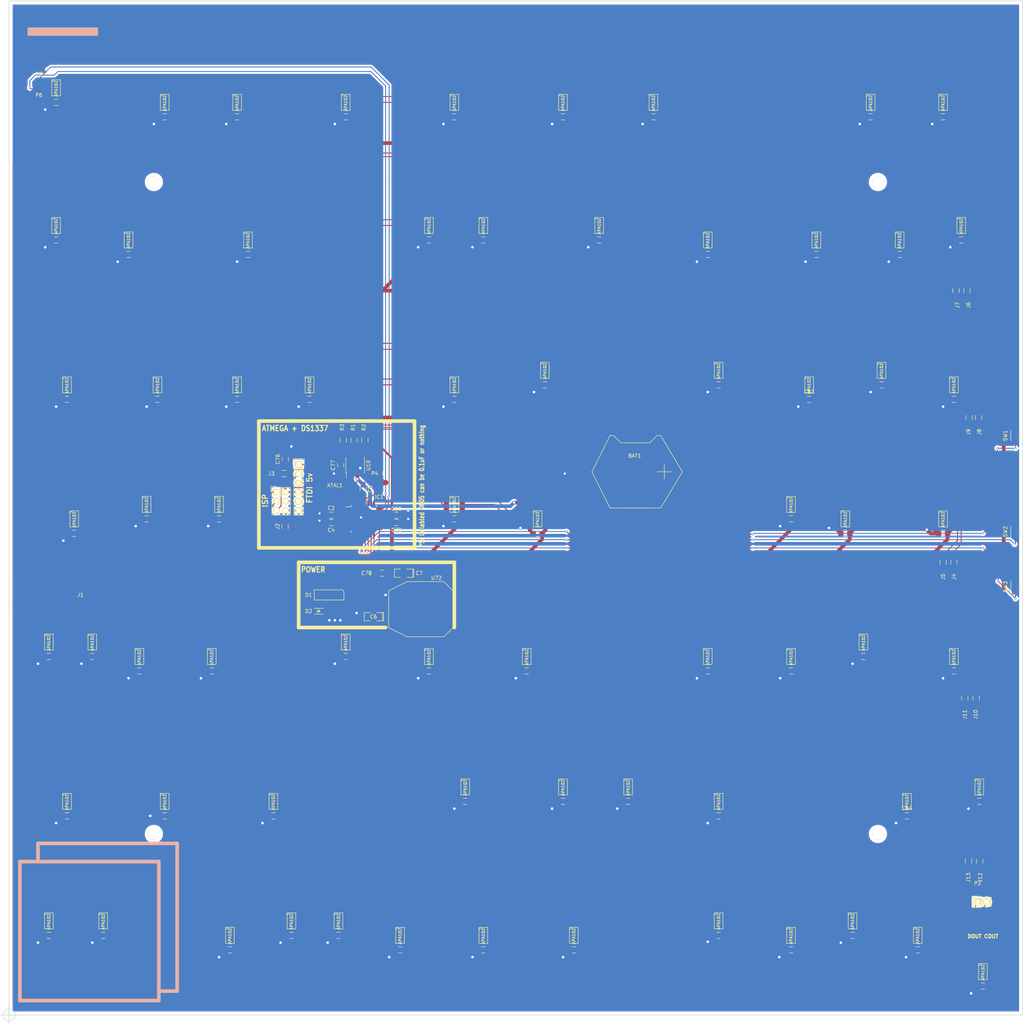
<source format=kicad_pcb>
(kicad_pcb (version 4) (host pcbnew "(2015-08-16 BZR 6097, Git b384c94)-product")
  (title_block (title Ordklokke) (comment 1 "Alexander Brevig") (comment 2 alexanderbrevig@gmail.com))
  (layers (0 F.Cu signal) (31 B.Cu signal) (34 B.Paste user) (35 F.Paste user) (36 B.SilkS user) (37 F.SilkS user) (38 B.Mask user) (39 F.Mask user) (44 Edge.Cuts user))
  (net 0 "")
  (net 1 VCC)
  (net 2 GND)
  (net 3 RST)
  (net 4 "Net-(C5-Pad2)")
  (net 5 "Net-(C6-Pad1)")
  (net 6 MISO)
  (net 7 SCK)
  (net 8 MOSI)
  (net 9 "Net-(D1-Pad2)")
  (net 10 "Net-(IC1-Pad1)")
  (net 11 "Net-(IC1-Pad7)")
  (net 12 "Net-(IC1-Pad8)")
  (net 13 "Net-(IC1-Pad12)")
  (net 14 "Net-(IC1-Pad13)")
  (net 15 "Net-(IC1-Pad14)")
  (net 16 "Net-(IC1-Pad19)")
  (net 17 "Net-(IC1-Pad22)")
  (net 18 SDA)
  (net 19 SCL)
  (net 20 RX)
  (net 21 TX)
  (net 22 "Net-(IC1-Pad32)")
  (net 23 "Net-(P1-Pad5)")
  (net 24 "Net-(R3-Pad2)")
  (net 25 "Net-(BAT1-Pad1)")
  (net 26 "Net-(IC1-Pad2)")
  (net 27 "Net-(IC1-Pad9)")
  (net 28 "Net-(IC1-Pad10)")
  (net 29 "Net-(IC1-Pad11)")
  (net 30 "Net-(IC1-Pad23)")
  (net 31 "Net-(IC1-Pad24)")
  (net 32 "Net-(IC1-Pad25)")
  (net 33 "Net-(IC1-Pad26)")
  (net 34 "Net-(U1-Pad5)")
  (net 35 "Net-(U1-Pad6)")
  (net 36 /DOUT1)
  (net 37 /COUT1)
  (net 38 "Net-(U12-Pad2)")
  (net 39 "Net-(U12-Pad1)")
  (net 40 /DOUT2)
  (net 41 /COUT2)
  (net 42 "Net-(U13-Pad2)")
  (net 43 "Net-(U13-Pad1)")
  (net 44 /DOUT3)
  (net 45 /COUT3)
  (net 46 "Net-(U14-Pad2)")
  (net 47 "Net-(U14-Pad1)")
  (net 48 "Net-(U15-Pad2)")
  (net 49 "Net-(U15-Pad1)")
  (net 50 /DOUT5)
  (net 51 /COUT5)
  (net 52 "Net-(U16-Pad2)")
  (net 53 "Net-(U16-Pad1)")
  (net 54 /DOUT6)
  (net 55 /COUT6)
  (net 56 "Net-(U17-Pad2)")
  (net 57 "Net-(U17-Pad1)")
  (net 58 /DOUT7)
  (net 59 /COUT7)
  (net 60 "Net-(U10-Pad1)")
  (net 61 "Net-(U10-Pad2)")
  (net 62 "Net-(U19-Pad2)")
  (net 63 /COUT8)
  (net 64 /DOUT8)
  (net 65 "Net-(U19-Pad1)")
  (net 66 "Net-(U11-Pad5)")
  (net 67 "Net-(U11-Pad6)")
  (net 68 "Net-(U12-Pad5)")
  (net 69 "Net-(U12-Pad6)")
  (net 70 "Net-(U13-Pad5)")
  (net 71 "Net-(U13-Pad6)")
  (net 72 "Net-(U14-Pad5)")
  (net 73 "Net-(U14-Pad6)")
  (net 74 "Net-(U15-Pad5)")
  (net 75 "Net-(U15-Pad6)")
  (net 76 "Net-(U16-Pad5)")
  (net 77 "Net-(U16-Pad6)")
  (net 78 "Net-(U17-Pad5)")
  (net 79 "Net-(U17-Pad6)")
  (net 80 "Net-(U18-Pad5)")
  (net 81 "Net-(U18-Pad6)")
  (net 82 "Net-(U19-Pad5)")
  (net 83 "Net-(U19-Pad6)")
  (net 84 "Net-(U20-Pad5)")
  (net 85 "Net-(U20-Pad6)")
  (net 86 "Net-(U21-Pad5)")
  (net 87 "Net-(U21-Pad6)")
  (net 88 "Net-(U23-Pad5)")
  (net 89 "Net-(U23-Pad6)")
  (net 90 "Net-(U24-Pad5)")
  (net 91 "Net-(U24-Pad6)")
  (net 92 "Net-(U25-Pad5)")
  (net 93 "Net-(U25-Pad6)")
  (net 94 "Net-(U26-Pad5)")
  (net 95 "Net-(U26-Pad6)")
  (net 96 "Net-(U27-Pad5)")
  (net 97 "Net-(U27-Pad6)")
  (net 98 "Net-(U28-Pad5)")
  (net 99 "Net-(U28-Pad6)")
  (net 100 "Net-(U29-Pad5)")
  (net 101 "Net-(U29-Pad6)")
  (net 102 "Net-(U30-Pad5)")
  (net 103 "Net-(U30-Pad6)")
  (net 104 "Net-(U31-Pad5)")
  (net 105 "Net-(U31-Pad6)")
  (net 106 "Net-(U32-Pad5)")
  (net 107 "Net-(U32-Pad6)")
  (net 108 "Net-(U33-Pad5)")
  (net 109 "Net-(U33-Pad6)")
  (net 110 "Net-(U34-Pad5)")
  (net 111 "Net-(U34-Pad6)")
  (net 112 "Net-(U35-Pad5)")
  (net 113 "Net-(U35-Pad6)")
  (net 114 "Net-(U36-Pad5)")
  (net 115 "Net-(U36-Pad6)")
  (net 116 "Net-(U37-Pad5)")
  (net 117 "Net-(U37-Pad6)")
  (net 118 "Net-(U38-Pad5)")
  (net 119 "Net-(U38-Pad6)")
  (net 120 "Net-(U39-Pad5)")
  (net 121 "Net-(U39-Pad6)")
  (net 122 "Net-(U40-Pad5)")
  (net 123 "Net-(U40-Pad6)")
  (net 124 "Net-(U43-Pad5)")
  (net 125 "Net-(U43-Pad6)")
  (net 126 "Net-(U44-Pad5)")
  (net 127 "Net-(U44-Pad6)")
  (net 128 "Net-(U45-Pad5)")
  (net 129 "Net-(U45-Pad6)")
  (net 130 "Net-(U46-Pad5)")
  (net 131 "Net-(U46-Pad6)")
  (net 132 "Net-(U47-Pad5)")
  (net 133 "Net-(U47-Pad6)")
  (net 134 "Net-(U48-Pad5)")
  (net 135 "Net-(U48-Pad6)")
  (net 136 "Net-(U49-Pad5)")
  (net 137 "Net-(U49-Pad6)")
  (net 138 "Net-(U50-Pad5)")
  (net 139 "Net-(U50-Pad6)")
  (net 140 "Net-(U51-Pad5)")
  (net 141 "Net-(U51-Pad6)")
  (net 142 "Net-(U52-Pad5)")
  (net 143 "Net-(U52-Pad6)")
  (net 144 "Net-(U53-Pad5)")
  (net 145 "Net-(U53-Pad6)")
  (net 146 "Net-(U54-Pad5)")
  (net 147 "Net-(U54-Pad6)")
  (net 148 "Net-(P2-Pad2)")
  (net 149 "Net-(P2-Pad1)")
  (net 150 "Net-(U56-Pad5)")
  (net 151 "Net-(U56-Pad6)")
  (net 152 "Net-(U57-Pad5)")
  (net 153 "Net-(U57-Pad6)")
  (net 154 "Net-(U58-Pad5)")
  (net 155 "Net-(U58-Pad6)")
  (net 156 "Net-(U59-Pad5)")
  (net 157 "Net-(U59-Pad6)")
  (net 158 "Net-(U60-Pad5)")
  (net 159 "Net-(U60-Pad6)")
  (net 160 "Net-(U61-Pad5)")
  (net 161 "Net-(U61-Pad6)")
  (net 162 "Net-(U62-Pad5)")
  (net 163 "Net-(U62-Pad6)")
  (net 164 "Net-(U63-Pad5)")
  (net 165 "Net-(U63-Pad6)")
  (net 166 /COUT4)
  (net 167 /DOUT4)
  (net 168 "Net-(CON1-Pad3)")
  (net 169 "Net-(CON1-Pad5)")
  (net 170 "Net-(J4-Pad1)")
  (net 171 "Net-(J4-Pad2)")
  (net 172 "Net-(J5-Pad1)")
  (net 173 "Net-(J5-Pad2)")
  (net 174 "Net-(J6-Pad1)")
  (net 175 "Net-(J6-Pad2)")
  (net 176 "Net-(J7-Pad1)")
  (net 177 "Net-(J7-Pad2)")
  (net 178 "Net-(J8-Pad1)")
  (net 179 "Net-(J8-Pad2)")
  (net 180 "Net-(J9-Pad1)")
  (net 181 "Net-(J9-Pad2)")
  (net 182 "Net-(J10-Pad1)")
  (net 183 "Net-(J11-Pad1)")
  (net 184 "Net-(J12-Pad1)")
  (net 185 "Net-(J12-Pad2)")
  (net 186 "Net-(J13-Pad1)")
  (net 187 "Net-(J13-Pad2)")
  (module Footprints:B3U-3000P (layer F.Cu) (at 300 182.7 270)
    (fp_text reference SW3 (at 0 2.794 270) (layer F.SilkS))
    (fp_text value SW_PUSH)
    (pad 1 smd rect (at -1.7 0 270) (size 0.8 1.9) (layers F.Cu F.Paste F.Mask) (net 1 VCC))
    (pad 2 smd rect (at 1.7 0 270) (size 0.8 1.9) (layers F.Cu F.Paste F.Mask) (net 15 "Net-(IC1-Pad14)"))
  )
  (module Footprints:B3U-3000P (layer F.Cu) (at 300 167.5 270)
    (fp_text reference SW2 (at 0 2.794 270) (layer F.SilkS))
    (fp_text value SW_PUSH)
    (pad 1 smd rect (at -1.7 0 270) (size 0.8 1.9) (layers F.Cu F.Paste F.Mask) (net 1 VCC))
    (pad 2 smd rect (at 1.7 0 270) (size 0.8 1.9) (layers F.Cu F.Paste F.Mask) (net 14 "Net-(IC1-Pad13)"))
  )
  (module Footprints:B3U-3000P (layer F.Cu) (at 300 141 270)
    (fp_text reference SW1 (at 0 2.794 270) (layer F.SilkS))
    (fp_text value SW_PUSH)
    (pad 1 smd rect (at -1.7 0 270) (size 0.8 1.9) (layers F.Cu F.Paste F.Mask) (net 1 VCC))
    (pad 2 smd rect (at 1.7 0 270) (size 0.8 1.9) (layers F.Cu F.Paste F.Mask) (net 13 "Net-(IC1-Pad12)"))
  )
  (module Footprints:RASM722X (layer F.Cu) (at 28.7945 186.4 270)
    (fp_text reference J1 (at -1.4 -12.9555 540) (layer F.SilkS))
    (fp_text value CONN_Barrel-2.1mm_RASM722X_CPL)
    (pad 2 smd rect (at 6.1 0 270) (size 3.3 6.35) (layers F.Cu F.Paste F.Mask) (net 2 GND))
    (pad 1 smd rect (at -7.19 0 270) (size 3.81 6.35) (layers F.Cu F.Paste F.Mask) (net 2 GND))
    (pad 3 smd rect (at 0 -9.14 270) (size 3.3 4.06) (layers F.Cu F.Paste F.Mask) (net 9 "Net-(D1-Pad2)"))
  )
  (module Resistors_SMD:R_0805_HandSoldering (layer F.Cu) (at 287.02 258.49 270)
    (fp_text reference J13 (at 4.51 0.02 270) (layer F.SilkS))
    (fp_text value 0R)
    (pad 1 smd rect (at -1.35 0 270) (size 1.5 1.3) (layers F.Cu F.Paste F.Mask) (net 186 "Net-(J13-Pad1)"))
    (pad 2 smd rect (at 1.35 0 270) (size 1.5 1.3) (layers F.Cu F.Paste F.Mask) (net 187 "Net-(J13-Pad2)"))
  )
  (module Resistors_SMD:R_0805_HandSoldering (layer F.Cu) (at 290.1 258.51 270)
    (fp_text reference J12 (at 4.49 -0.15 270) (layer F.SilkS))
    (fp_text value 0R)
    (pad 1 smd rect (at -1.35 0 270) (size 1.5 1.3) (layers F.Cu F.Paste F.Mask) (net 184 "Net-(J12-Pad1)"))
    (pad 2 smd rect (at 1.35 0 270) (size 1.5 1.3) (layers F.Cu F.Paste F.Mask) (net 185 "Net-(J12-Pad2)"))
  )
  (module Resistors_SMD:R_0805_HandSoldering (layer F.Cu) (at 286 213.52 270)
    (fp_text reference J11 (at 4.48 0 270) (layer F.SilkS))
    (fp_text value 0R)
    (pad 1 smd rect (at -1.35 0 270) (size 1.5 1.3) (layers F.Cu F.Paste F.Mask) (net 183 "Net-(J11-Pad1)"))
    (pad 2 smd rect (at 1.35 0 270) (size 1.5 1.3) (layers F.Cu F.Paste F.Mask) (net 55 /COUT6))
  )
  (module Resistors_SMD:R_0805_HandSoldering (layer F.Cu) (at 289.13 213.53 270)
    (fp_text reference J10 (at 4.47 0.13 270) (layer F.SilkS))
    (fp_text value 0R)
    (pad 1 smd rect (at -1.35 0 270) (size 1.5 1.3) (layers F.Cu F.Paste F.Mask) (net 182 "Net-(J10-Pad1)"))
    (pad 2 smd rect (at 1.35 0 270) (size 1.5 1.3) (layers F.Cu F.Paste F.Mask) (net 54 /DOUT6))
  )
  (module Resistors_SMD:R_0805_HandSoldering (layer F.Cu) (at 287.19 136.02 270)
    (fp_text reference J9 (at 3.98 0.19 270) (layer F.SilkS))
    (fp_text value 0R)
    (pad 1 smd rect (at -1.35 0 270) (size 1.5 1.3) (layers F.Cu F.Paste F.Mask) (net 180 "Net-(J9-Pad1)"))
    (pad 2 smd rect (at 1.35 0 270) (size 1.5 1.3) (layers F.Cu F.Paste F.Mask) (net 181 "Net-(J9-Pad2)"))
  )
  (module Resistors_SMD:R_0805_HandSoldering (layer F.Cu) (at 289.81 136.02 270)
    (fp_text reference J8 (at 3.98 -0.19 270) (layer F.SilkS))
    (fp_text value 0R)
    (pad 1 smd rect (at -1.35 0 270) (size 1.5 1.3) (layers F.Cu F.Paste F.Mask) (net 178 "Net-(J8-Pad1)"))
    (pad 2 smd rect (at 1.35 0 270) (size 1.5 1.3) (layers F.Cu F.Paste F.Mask) (net 179 "Net-(J8-Pad2)"))
  )
  (module Resistors_SMD:R_0805_HandSoldering (layer F.Cu) (at 283.59 100.98 270)
    (fp_text reference J7 (at 4.02 -0.41 270) (layer F.SilkS))
    (fp_text value 0R)
    (pad 1 smd rect (at -1.35 0 270) (size 1.5 1.3) (layers F.Cu F.Paste F.Mask) (net 176 "Net-(J7-Pad1)"))
    (pad 2 smd rect (at 1.35 0 270) (size 1.5 1.3) (layers F.Cu F.Paste F.Mask) (net 177 "Net-(J7-Pad2)"))
  )
  (module Resistors_SMD:R_0805_HandSoldering (layer F.Cu) (at 286.6 100.98 270)
    (fp_text reference J6 (at 4.02 -0.4 270) (layer F.SilkS))
    (fp_text value 0R)
    (pad 1 smd rect (at -1.35 0 270) (size 1.5 1.3) (layers F.Cu F.Paste F.Mask) (net 174 "Net-(J6-Pad1)"))
    (pad 2 smd rect (at 1.35 0 270) (size 1.5 1.3) (layers F.Cu F.Paste F.Mask) (net 175 "Net-(J6-Pad2)"))
  )
  (module Resistors_SMD:R_0805_HandSoldering (layer F.Cu) (at 280 176 270)
    (fp_text reference J5 (at 4 0 270) (layer F.SilkS))
    (fp_text value 0R)
    (pad 1 smd rect (at -1.35 0 270) (size 1.5 1.3) (layers F.Cu F.Paste F.Mask) (net 172 "Net-(J5-Pad1)"))
    (pad 2 smd rect (at 1.35 0 270) (size 1.5 1.3) (layers F.Cu F.Paste F.Mask) (net 173 "Net-(J5-Pad2)"))
  )
  (module Resistors_SMD:R_0805_HandSoldering (layer F.Cu) (at 283 176 270)
    (fp_text reference J4 (at 4 0 270) (layer F.SilkS))
    (fp_text value 0R)
    (pad 1 smd rect (at -1.35 0 270) (size 1.5 1.3) (layers F.Cu F.Paste F.Mask) (net 170 "Net-(J4-Pad1)"))
    (pad 2 smd rect (at 1.35 0 270) (size 1.5 1.3) (layers F.Cu F.Paste F.Mask) (net 171 "Net-(J4-Pad2)"))
  )
  (module Pin_Headers:Pin_Header_Straight_2x03 (layer F.Cu) (at 95.9 156.6)
    (fp_text reference CON1 hide)
    (fp_text value AVR-ISP-6)
    (pad 1 thru_hole rect (at 0 0) (size 1.7272 1.7272) (drill 1.016) (layers *.Cu *.Mask F.SilkS) (net 6 MISO))
    (pad 2 thru_hole oval (at 2.54 0) (size 1.7272 1.7272) (drill 1.016) (layers *.Cu *.Mask F.SilkS) (net 1 VCC))
    (pad 3 thru_hole oval (at 0 2.54) (size 1.7272 1.7272) (drill 1.016) (layers *.Cu *.Mask F.SilkS) (net 168 "Net-(CON1-Pad3)"))
    (pad 4 thru_hole oval (at 2.54 2.54) (size 1.7272 1.7272) (drill 1.016) (layers *.Cu *.Mask F.SilkS) (net 8 MOSI))
    (pad 5 thru_hole oval (at 0 5.08) (size 1.7272 1.7272) (drill 1.016) (layers *.Cu *.Mask F.SilkS) (net 169 "Net-(CON1-Pad5)"))
    (pad 6 thru_hole oval (at 2.54 5.08) (size 1.7272 1.7272) (drill 1.016) (layers *.Cu *.Mask F.SilkS) (net 2 GND))
  )
  (module Capacitors_SMD:C_0805_HandSoldering (layer F.Cu) (at 200 53 180)
    (fp_text reference C1 hide)
    (fp_text value 0.1uF)
    (pad 1 smd rect (at -1.25 0 180) (size 1.5 1.25) (layers F.Cu F.Paste F.Mask) (net 1 VCC))
    (pad 2 smd rect (at 1.25 0 180) (size 1.5 1.25) (layers F.Cu F.Paste F.Mask) (net 2 GND))
  )
  (module Capacitors_SMD:C_0805_HandSoldering (layer F.Cu) (at 111 163 180)
    (fp_text reference C2 (at 0 2 180) (layer F.SilkS))
    (fp_text value 0.1uF)
    (pad 1 smd rect (at -1.25 0 180) (size 1.5 1.25) (layers F.Cu F.Paste F.Mask) (net 1 VCC))
    (pad 2 smd rect (at 1.25 0 180) (size 1.5 1.25) (layers F.Cu F.Paste F.Mask) (net 2 GND))
  )
  (module Capacitors_SMD:C_0805_HandSoldering (layer F.Cu) (at 260 53 180)
    (fp_text reference C3 hide)
    (fp_text value 0.1uF)
    (pad 1 smd rect (at -1.25 0 180) (size 1.5 1.25) (layers F.Cu F.Paste F.Mask) (net 1 VCC))
    (pad 2 smd rect (at 1.25 0 180) (size 1.5 1.25) (layers F.Cu F.Paste F.Mask) (net 2 GND))
  )
  (module Capacitors_SMD:C_0805_HandSoldering (layer F.Cu) (at 111 165 180)
    (fp_text reference C4 (at 0 -2.1 180) (layer F.SilkS))
    (fp_text value 0.1uF)
    (pad 1 smd rect (at -1.25 0 180) (size 1.5 1.25) (layers F.Cu F.Paste F.Mask) (net 1 VCC))
    (pad 2 smd rect (at 1.25 0 180) (size 1.5 1.25) (layers F.Cu F.Paste F.Mask) (net 2 GND))
  )
  (module Capacitors_SMD:C_0805_HandSoldering (layer F.Cu) (at 119.8 155.8 90)
    (fp_text reference C5 (at 0.05 1.95 90) (layer F.SilkS))
    (fp_text value 0.1uF)
    (pad 1 smd rect (at -1.25 0 90) (size 1.5 1.25) (layers F.Cu F.Paste F.Mask) (net 3 RST))
    (pad 2 smd rect (at 1.25 0 90) (size 1.5 1.25) (layers F.Cu F.Paste F.Mask) (net 4 "Net-(C5-Pad2)"))
  )
  (module SMD_Packages:SMD-1206_Pol (layer F.Cu) (at 122.651 191 180)
    (fp_text reference C6 (at 0 0 180) (layer F.SilkS))
    (fp_text value 10uF)
    (pad 1 smd rect (at -1.651 0 180) (size 1.524 2.032) (layers F.Cu F.Paste F.Mask) (net 5 "Net-(C6-Pad1)"))
    (pad 2 smd rect (at 1.651 0 180) (size 1.524 2.032) (layers F.Cu F.Paste F.Mask) (net 2 GND))
  )
  (module SMD_Packages:SMD-1206_Pol (layer F.Cu) (at 131 179 180)
    (fp_text reference C7 (at -4.25 0 180) (layer F.SilkS))
    (fp_text value 10uF)
    (pad 1 smd rect (at -1.651 0 180) (size 1.524 2.032) (layers F.Cu F.Paste F.Mask) (net 1 VCC))
    (pad 2 smd rect (at 1.651 0 180) (size 1.524 2.032) (layers F.Cu F.Paste F.Mask) (net 2 GND))
  )
  (module Capacitors_SMD:C_0805_HandSoldering (layer F.Cu) (at 85 53)
    (fp_text reference C8 hide)
    (fp_text value 0.1uF)
    (pad 1 smd rect (at -1.25 0) (size 1.5 1.25) (layers F.Cu F.Paste F.Mask) (net 2 GND))
    (pad 2 smd rect (at 1.25 0) (size 1.5 1.25) (layers F.Cu F.Paste F.Mask) (net 1 VCC))
  )
  (module Capacitors_SMD:C_0805_HandSoldering (layer F.Cu) (at 65 53)
    (fp_text reference C9 hide)
    (fp_text value 0.1uF)
    (pad 1 smd rect (at -1.25 0) (size 1.5 1.25) (layers F.Cu F.Paste F.Mask) (net 2 GND))
    (pad 2 smd rect (at 1.25 0) (size 1.5 1.25) (layers F.Cu F.Paste F.Mask) (net 1 VCC))
  )
  (module Capacitors_SMD:C_0805_HandSoldering (layer F.Cu) (at 115 53)
    (fp_text reference C10 hide)
    (fp_text value 0.1uF)
    (pad 1 smd rect (at -1.25 0) (size 1.5 1.25) (layers F.Cu F.Paste F.Mask) (net 2 GND))
    (pad 2 smd rect (at 1.25 0) (size 1.5 1.25) (layers F.Cu F.Paste F.Mask) (net 1 VCC))
  )
  (module Capacitors_SMD:C_0805_HandSoldering (layer F.Cu) (at 175 53)
    (fp_text reference C11 hide)
    (fp_text value 0.1uF)
    (pad 1 smd rect (at -1.25 0) (size 1.5 1.25) (layers F.Cu F.Paste F.Mask) (net 2 GND))
    (pad 2 smd rect (at 1.25 0) (size 1.5 1.25) (layers F.Cu F.Paste F.Mask) (net 1 VCC))
  )
  (module Capacitors_SMD:C_0805_HandSoldering (layer F.Cu) (at 35 49)
    (fp_text reference C12 hide)
    (fp_text value 0.1uF)
    (pad 1 smd rect (at -1.25 0) (size 1.5 1.25) (layers F.Cu F.Paste F.Mask) (net 2 GND))
    (pad 2 smd rect (at 1.25 0) (size 1.5 1.25) (layers F.Cu F.Paste F.Mask) (net 1 VCC))
  )
  (module Capacitors_SMD:C_0805_HandSoldering (layer F.Cu) (at 280 53)
    (fp_text reference C13 hide)
    (fp_text value 0.1uF)
    (pad 1 smd rect (at -1.25 0) (size 1.5 1.25) (layers F.Cu F.Paste F.Mask) (net 2 GND))
    (pad 2 smd rect (at 1.25 0) (size 1.5 1.25) (layers F.Cu F.Paste F.Mask) (net 1 VCC))
  )
  (module Capacitors_SMD:C_0805_HandSoldering (layer F.Cu) (at 145 53)
    (fp_text reference C14 hide)
    (fp_text value 0.1uF)
    (pad 1 smd rect (at -1.25 0) (size 1.5 1.25) (layers F.Cu F.Paste F.Mask) (net 2 GND))
    (pad 2 smd rect (at 1.25 0) (size 1.5 1.25) (layers F.Cu F.Paste F.Mask) (net 1 VCC))
  )
  (module Footprints:DO-214 (layer F.Cu) (at 112.5 185 180)
    (fp_text reference D1 (at 7.75 0 180) (layer F.SilkS))
    (fp_text value S3JB)
    (pad 2 smd rect (at 4.3 0 180) (size 2.65 1.75) (layers F.Cu F.Paste F.Mask) (net 9 "Net-(D1-Pad2)"))
    (pad 1 smd rect (at 0 0 180) (size 2.65 1.75) (layers F.Cu F.Paste F.Mask) (net 5 "Net-(C6-Pad1)"))
  )
  (module Diodes_SMD:SOD-323 (layer F.Cu) (at 107.5 189.5 180)
    (fp_text reference D2 (at 2.75 0 180) (layer F.SilkS))
    (fp_text value 12V)
    (pad 1 smd rect (at -1.055 0 180) (size 0.59 0.45) (layers F.Cu F.Paste F.Mask) (net 5 "Net-(C6-Pad1)"))
    (pad 2 smd rect (at 1.055 0 180) (size 0.59 0.45) (layers F.Cu F.Paste F.Mask) (net 2 GND))
  )
  (module Housings_QFP:TQFP-32_7x7mm_Pitch0.8mm (layer F.Cu) (at 120 164)
    (fp_text reference IC1 (at 4.25 -6.05) (layer F.SilkS))
    (fp_text value ATMEGA328P-A)
    (pad 1 smd rect (at -4.25 -2.8) (size 1.6 0.55) (layers F.Cu F.Paste F.Mask) (net 10 "Net-(IC1-Pad1)"))
    (pad 2 smd rect (at -4.25 -2) (size 1.6 0.55) (layers F.Cu F.Paste F.Mask) (net 26 "Net-(IC1-Pad2)"))
    (pad 3 smd rect (at -4.25 -1.2) (size 1.6 0.55) (layers F.Cu F.Paste F.Mask) (net 2 GND))
    (pad 4 smd rect (at -4.25 -0.4) (size 1.6 0.55) (layers F.Cu F.Paste F.Mask) (net 1 VCC))
    (pad 5 smd rect (at -4.25 0.4) (size 1.6 0.55) (layers F.Cu F.Paste F.Mask) (net 2 GND))
    (pad 6 smd rect (at -4.25 1.2) (size 1.6 0.55) (layers F.Cu F.Paste F.Mask) (net 1 VCC))
    (pad 7 smd rect (at -4.25 2) (size 1.6 0.55) (layers F.Cu F.Paste F.Mask) (net 11 "Net-(IC1-Pad7)"))
    (pad 8 smd rect (at -4.25 2.8) (size 1.6 0.55) (layers F.Cu F.Paste F.Mask) (net 12 "Net-(IC1-Pad8)"))
    (pad 9 smd rect (at -2.8 4.25 90) (size 1.6 0.55) (layers F.Cu F.Paste F.Mask) (net 27 "Net-(IC1-Pad9)"))
    (pad 10 smd rect (at -2 4.25 90) (size 1.6 0.55) (layers F.Cu F.Paste F.Mask) (net 28 "Net-(IC1-Pad10)"))
    (pad 11 smd rect (at -1.2 4.25 90) (size 1.6 0.55) (layers F.Cu F.Paste F.Mask) (net 29 "Net-(IC1-Pad11)"))
    (pad 12 smd rect (at -0.4 4.25 90) (size 1.6 0.55) (layers F.Cu F.Paste F.Mask) (net 13 "Net-(IC1-Pad12)"))
    (pad 13 smd rect (at 0.4 4.25 90) (size 1.6 0.55) (layers F.Cu F.Paste F.Mask) (net 14 "Net-(IC1-Pad13)"))
    (pad 14 smd rect (at 1.2 4.25 90) (size 1.6 0.55) (layers F.Cu F.Paste F.Mask) (net 15 "Net-(IC1-Pad14)"))
    (pad 15 smd rect (at 2 4.25 90) (size 1.6 0.55) (layers F.Cu F.Paste F.Mask) (net 8 MOSI))
    (pad 16 smd rect (at 2.8 4.25 90) (size 1.6 0.55) (layers F.Cu F.Paste F.Mask) (net 6 MISO))
    (pad 17 smd rect (at 4.25 2.8) (size 1.6 0.55) (layers F.Cu F.Paste F.Mask) (net 7 SCK))
    (pad 18 smd rect (at 4.25 2) (size 1.6 0.55) (layers F.Cu F.Paste F.Mask) (net 1 VCC))
    (pad 19 smd rect (at 4.25 1.2) (size 1.6 0.55) (layers F.Cu F.Paste F.Mask) (net 16 "Net-(IC1-Pad19)"))
    (pad 20 smd rect (at 4.25 0.4) (size 1.6 0.55) (layers F.Cu F.Paste F.Mask) (net 1 VCC))
    (pad 21 smd rect (at 4.25 -0.4) (size 1.6 0.55) (layers F.Cu F.Paste F.Mask) (net 2 GND))
    (pad 22 smd rect (at 4.25 -1.2) (size 1.6 0.55) (layers F.Cu F.Paste F.Mask) (net 17 "Net-(IC1-Pad22)"))
    (pad 23 smd rect (at 4.25 -2) (size 1.6 0.55) (layers F.Cu F.Paste F.Mask) (net 30 "Net-(IC1-Pad23)"))
    (pad 24 smd rect (at 4.25 -2.8) (size 1.6 0.55) (layers F.Cu F.Paste F.Mask) (net 31 "Net-(IC1-Pad24)"))
    (pad 25 smd rect (at 2.8 -4.25 90) (size 1.6 0.55) (layers F.Cu F.Paste F.Mask) (net 32 "Net-(IC1-Pad25)"))
    (pad 26 smd rect (at 2 -4.25 90) (size 1.6 0.55) (layers F.Cu F.Paste F.Mask) (net 33 "Net-(IC1-Pad26)"))
    (pad 27 smd rect (at 1.2 -4.25 90) (size 1.6 0.55) (layers F.Cu F.Paste F.Mask) (net 18 SDA))
    (pad 28 smd rect (at 0.4 -4.25 90) (size 1.6 0.55) (layers F.Cu F.Paste F.Mask) (net 19 SCL))
    (pad 29 smd rect (at -0.4 -4.25 90) (size 1.6 0.55) (layers F.Cu F.Paste F.Mask) (net 3 RST))
    (pad 30 smd rect (at -1.2 -4.25 90) (size 1.6 0.55) (layers F.Cu F.Paste F.Mask) (net 20 RX))
    (pad 31 smd rect (at -2 -4.25 90) (size 1.6 0.55) (layers F.Cu F.Paste F.Mask) (net 21 TX))
    (pad 32 smd rect (at -2.8 -4.25 90) (size 1.6 0.55) (layers F.Cu F.Paste F.Mask) (net 22 "Net-(IC1-Pad32)"))
  )
  (module Socket_Strips:Socket_Strip_Straight_1x06 (layer F.Cu) (at 102 149 270)
    (fp_text reference P1 hide)
    (fp_text value CONN_01X06)
    (pad 1 thru_hole rect (at 0 0 270) (size 1.7272 2.032) (drill 1.016) (layers *.Cu *.Mask F.SilkS) (net 4 "Net-(C5-Pad2)"))
    (pad 2 thru_hole oval (at 2.54 0 270) (size 1.7272 2.032) (drill 1.016) (layers *.Cu *.Mask F.SilkS) (net 21 TX))
    (pad 3 thru_hole oval (at 5.08 0 270) (size 1.7272 2.032) (drill 1.016) (layers *.Cu *.Mask F.SilkS) (net 20 RX))
    (pad 4 thru_hole oval (at 7.62 0 270) (size 1.7272 2.032) (drill 1.016) (layers *.Cu *.Mask F.SilkS) (net 1 VCC))
    (pad 5 thru_hole oval (at 10.16 0 270) (size 1.7272 2.032) (drill 1.016) (layers *.Cu *.Mask F.SilkS) (net 23 "Net-(P1-Pad5)"))
    (pad 6 thru_hole oval (at 12.7 0 270) (size 1.7272 2.032) (drill 1.016) (layers *.Cu *.Mask F.SilkS) (net 2 GND))
  )
  (module Resistors_SMD:R_0805_HandSoldering (layer F.Cu) (at 117.3 142.3 90)
    (fp_text reference R1 (at 3.55 -0.3 90) (layer F.SilkS))
    (fp_text value 4.7K)
    (pad 1 smd rect (at -1.35 0 90) (size 1.5 1.3) (layers F.Cu F.Paste F.Mask) (net 19 SCL))
    (pad 2 smd rect (at 1.35 0 90) (size 1.5 1.3) (layers F.Cu F.Paste F.Mask) (net 1 VCC))
  )
  (module Resistors_SMD:R_0805_HandSoldering (layer F.Cu) (at 120.3 142.3 90)
    (fp_text reference R2 (at 3.55 -0.3 90) (layer F.SilkS))
    (fp_text value 4.7K)
    (pad 1 smd rect (at -1.35 0 90) (size 1.5 1.3) (layers F.Cu F.Paste F.Mask) (net 18 SDA))
    (pad 2 smd rect (at 1.35 0 90) (size 1.5 1.3) (layers F.Cu F.Paste F.Mask) (net 1 VCC))
  )
  (module Resistors_SMD:R_0805_HandSoldering (layer F.Cu) (at 114.3 142.3 270)
    (fp_text reference R3 (at -3.55 0.3 270) (layer F.SilkS))
    (fp_text value 10K)
    (pad 1 smd rect (at -1.35 0 270) (size 1.5 1.3) (layers F.Cu F.Paste F.Mask) (net 1 VCC))
    (pad 2 smd rect (at 1.35 0 270) (size 1.5 1.3) (layers F.Cu F.Paste F.Mask) (net 24 "Net-(R3-Pad2)"))
  )
  (module Footprints:SMD_3.2x1.5mm_XTAL (layer F.Cu) (at 115.1 154.7)
    (fp_text reference XTAL1 (at -3.1 0.05) (layer F.SilkS))
    (fp_text value XTAL_32.768kHz_CPL)
    (pad 2 smd rect (at 2.5 0) (size 1.1 1.9) (layers F.Cu F.Paste F.Mask) (net 61 "Net-(U10-Pad2)"))
    (pad 1 smd rect (at 0 0) (size 1.1 1.9) (layers F.Cu F.Paste F.Mask) (net 60 "Net-(U10-Pad1)"))
  )
  (module Capacitors_SMD:C_0805_HandSoldering (layer F.Cu) (at 83 283)
    (fp_text reference C15 hide)
    (fp_text value 0.1uF)
    (pad 1 smd rect (at -1.25 0) (size 1.5 1.25) (layers F.Cu F.Paste F.Mask) (net 2 GND))
    (pad 2 smd rect (at 1.25 0) (size 1.5 1.25) (layers F.Cu F.Paste F.Mask) (net 1 VCC))
  )
  (module Capacitors_SMD:C_0805_HandSoldering (layer F.Cu) (at 145 131)
    (fp_text reference C16 hide)
    (fp_text value 0.1uF)
    (pad 1 smd rect (at -1.25 0) (size 1.5 1.25) (layers F.Cu F.Paste F.Mask) (net 2 GND))
    (pad 2 smd rect (at 1.25 0) (size 1.5 1.25) (layers F.Cu F.Paste F.Mask) (net 1 VCC))
  )
  (module Capacitors_SMD:C_0805_HandSoldering (layer F.Cu) (at 105 131)
    (fp_text reference C17 hide)
    (fp_text value 0.1uF)
    (pad 1 smd rect (at -1.25 0) (size 1.5 1.25) (layers F.Cu F.Paste F.Mask) (net 2 GND))
    (pad 2 smd rect (at 1.25 0) (size 1.5 1.25) (layers F.Cu F.Paste F.Mask) (net 1 VCC))
  )
  (module Capacitors_SMD:C_0805_HandSoldering (layer F.Cu) (at 283 206)
    (fp_text reference C18 hide)
    (fp_text value 0.1uF)
    (pad 1 smd rect (at -1.25 0) (size 1.5 1.25) (layers F.Cu F.Paste F.Mask) (net 2 GND))
    (pad 2 smd rect (at 1.25 0) (size 1.5 1.25) (layers F.Cu F.Paste F.Mask) (net 1 VCC))
  )
  (module Capacitors_SMD:C_0805_HandSoldering (layer F.Cu) (at 168 168)
    (fp_text reference C19 hide)
    (fp_text value 0.1uF)
    (pad 1 smd rect (at -1.25 0) (size 1.5 1.25) (layers F.Cu F.Paste F.Mask) (net 2 GND))
    (pad 2 smd rect (at 1.25 0) (size 1.5 1.25) (layers F.Cu F.Paste F.Mask) (net 1 VCC))
  )
  (module Capacitors_SMD:C_0805_HandSoldering (layer F.Cu) (at 85 131)
    (fp_text reference C20 hide)
    (fp_text value 0.1uF)
    (pad 1 smd rect (at -1.25 0) (size 1.5 1.25) (layers F.Cu F.Paste F.Mask) (net 2 GND))
    (pad 2 smd rect (at 1.25 0) (size 1.5 1.25) (layers F.Cu F.Paste F.Mask) (net 1 VCC))
  )
  (module Capacitors_SMD:C_0805_HandSoldering (layer F.Cu) (at 138 87)
    (fp_text reference C21 hide)
    (fp_text value 0.1uF)
    (pad 1 smd rect (at -1.25 0) (size 1.5 1.25) (layers F.Cu F.Paste F.Mask) (net 2 GND))
    (pad 2 smd rect (at 1.25 0) (size 1.5 1.25) (layers F.Cu F.Paste F.Mask) (net 1 VCC))
  )
  (module Capacitors_SMD:C_0805_HandSoldering (layer F.Cu) (at 80 164)
    (fp_text reference C22 hide)
    (fp_text value 0.1uF)
    (pad 1 smd rect (at -1.25 0) (size 1.5 1.25) (layers F.Cu F.Paste F.Mask) (net 2 GND))
    (pad 2 smd rect (at 1.25 0) (size 1.5 1.25) (layers F.Cu F.Paste F.Mask) (net 1 VCC))
  )
  (module Capacitors_SMD:C_0805_HandSoldering (layer F.Cu) (at 88 91)
    (fp_text reference C23 hide)
    (fp_text value 0.1uF)
    (pad 1 smd rect (at -1.25 0) (size 1.5 1.25) (layers F.Cu F.Paste F.Mask) (net 2 GND))
    (pad 2 smd rect (at 1.25 0) (size 1.5 1.25) (layers F.Cu F.Paste F.Mask) (net 1 VCC))
  )
  (module Capacitors_SMD:C_0805_HandSoldering (layer F.Cu) (at 238 206)
    (fp_text reference C24 hide)
    (fp_text value 0.1uF)
    (pad 1 smd rect (at -1.25 0) (size 1.5 1.25) (layers F.Cu F.Paste F.Mask) (net 2 GND))
    (pad 2 smd rect (at 1.25 0) (size 1.5 1.25) (layers F.Cu F.Paste F.Mask) (net 1 VCC))
  )
  (module Capacitors_SMD:C_0805_HandSoldering (layer F.Cu) (at 63 131)
    (fp_text reference C25 hide)
    (fp_text value 0.1uF)
    (pad 1 smd rect (at -1.25 0) (size 1.5 1.25) (layers F.Cu F.Paste F.Mask) (net 2 GND))
    (pad 2 smd rect (at 1.25 0) (size 1.5 1.25) (layers F.Cu F.Paste F.Mask) (net 1 VCC))
  )
  (module Capacitors_SMD:C_0805_HandSoldering (layer F.Cu) (at 258 202)
    (fp_text reference C26 hide)
    (fp_text value 0.1uF)
    (pad 1 smd rect (at -1.25 0) (size 1.5 1.25) (layers F.Cu F.Paste F.Mask) (net 2 GND))
    (pad 2 smd rect (at 1.25 0) (size 1.5 1.25) (layers F.Cu F.Paste F.Mask) (net 1 VCC))
  )
  (module Capacitors_SMD:C_0805_HandSoldering (layer F.Cu) (at 145 164)
    (fp_text reference C27 hide)
    (fp_text value 0.1uF)
    (pad 1 smd rect (at -1.25 0) (size 1.5 1.25) (layers F.Cu F.Paste F.Mask) (net 2 GND))
    (pad 2 smd rect (at 1.25 0) (size 1.5 1.25) (layers F.Cu F.Paste F.Mask) (net 1 VCC))
  )
  (module Capacitors_SMD:C_0805_HandSoldering (layer F.Cu) (at 55 91)
    (fp_text reference C28 hide)
    (fp_text value 0.1uF)
    (pad 1 smd rect (at -1.25 0) (size 1.5 1.25) (layers F.Cu F.Paste F.Mask) (net 2 GND))
    (pad 2 smd rect (at 1.25 0) (size 1.5 1.25) (layers F.Cu F.Paste F.Mask) (net 1 VCC))
  )
  (module Capacitors_SMD:C_0805_HandSoldering (layer F.Cu) (at 215 206)
    (fp_text reference C29 hide)
    (fp_text value 0.1uF)
    (pad 1 smd rect (at -1.25 0) (size 1.5 1.25) (layers F.Cu F.Paste F.Mask) (net 2 GND))
    (pad 2 smd rect (at 1.25 0) (size 1.5 1.25) (layers F.Cu F.Paste F.Mask) (net 1 VCC))
  )
  (module Capacitors_SMD:C_0805_HandSoldering (layer F.Cu) (at 35 87)
    (fp_text reference C30 hide)
    (fp_text value 0.1uF)
    (pad 1 smd rect (at -1.25 0) (size 1.5 1.25) (layers F.Cu F.Paste F.Mask) (net 2 GND))
    (pad 2 smd rect (at 1.25 0) (size 1.5 1.25) (layers F.Cu F.Paste F.Mask) (net 1 VCC))
  )
  (module Capacitors_SMD:C_0805_HandSoldering (layer F.Cu) (at 238 164)
    (fp_text reference C31 hide)
    (fp_text value 0.1uF)
    (pad 1 smd rect (at -1.25 0) (size 1.5 1.25) (layers F.Cu F.Paste F.Mask) (net 2 GND))
    (pad 2 smd rect (at 1.25 0) (size 1.5 1.25) (layers F.Cu F.Paste F.Mask) (net 1 VCC))
  )
  (module Capacitors_SMD:C_0805_HandSoldering (layer F.Cu) (at 253 168)
    (fp_text reference C32 hide)
    (fp_text value 0.1uF)
    (pad 1 smd rect (at -1.25 0) (size 1.5 1.25) (layers F.Cu F.Paste F.Mask) (net 2 GND))
    (pad 2 smd rect (at 1.25 0) (size 1.5 1.25) (layers F.Cu F.Paste F.Mask) (net 1 VCC))
  )
  (module Capacitors_SMD:C_0805_HandSoldering (layer F.Cu) (at 38 246)
    (fp_text reference C33 hide)
    (fp_text value 0.1uF)
    (pad 1 smd rect (at -1.25 0) (size 1.5 1.25) (layers F.Cu F.Paste F.Mask) (net 2 GND))
    (pad 2 smd rect (at 1.25 0) (size 1.5 1.25) (layers F.Cu F.Paste F.Mask) (net 1 VCC))
  )
  (module Capacitors_SMD:C_0805_HandSoldering (layer F.Cu) (at 65 246)
    (fp_text reference C34 hide)
    (fp_text value 0.1uF)
    (pad 1 smd rect (at -1.25 0) (size 1.5 1.25) (layers F.Cu F.Paste F.Mask) (net 2 GND))
    (pad 2 smd rect (at 1.25 0) (size 1.5 1.25) (layers F.Cu F.Paste F.Mask) (net 1 VCC))
  )
  (module Capacitors_SMD:C_0805_HandSoldering (layer F.Cu) (at 100 279)
    (fp_text reference C35 hide)
    (fp_text value 0.1uF)
    (pad 1 smd rect (at -1.25 0) (size 1.5 1.25) (layers F.Cu F.Paste F.Mask) (net 2 GND))
    (pad 2 smd rect (at 1.25 0) (size 1.5 1.25) (layers F.Cu F.Paste F.Mask) (net 1 VCC))
  )
  (module Capacitors_SMD:C_0805_HandSoldering (layer F.Cu) (at 153 87)
    (fp_text reference C36 hide)
    (fp_text value 0.1uF)
    (pad 1 smd rect (at -1.25 0) (size 1.5 1.25) (layers F.Cu F.Paste F.Mask) (net 2 GND))
    (pad 2 smd rect (at 1.25 0) (size 1.5 1.25) (layers F.Cu F.Paste F.Mask) (net 1 VCC))
  )
  (module Capacitors_SMD:C_0805_HandSoldering (layer F.Cu) (at 280 168)
    (fp_text reference C37 hide)
    (fp_text value 0.1uF)
    (pad 1 smd rect (at -1.25 0) (size 1.5 1.25) (layers F.Cu F.Paste F.Mask) (net 2 GND))
    (pad 2 smd rect (at 1.25 0) (size 1.5 1.25) (layers F.Cu F.Paste F.Mask) (net 1 VCC))
  )
  (module Capacitors_SMD:C_0805_HandSoldering (layer F.Cu) (at 185 87)
    (fp_text reference C38 hide)
    (fp_text value 0.1uF)
    (pad 1 smd rect (at -1.25 0) (size 1.5 1.25) (layers F.Cu F.Paste F.Mask) (net 2 GND))
    (pad 2 smd rect (at 1.25 0) (size 1.5 1.25) (layers F.Cu F.Paste F.Mask) (net 1 VCC))
  )
  (module Capacitors_SMD:C_0805_HandSoldering (layer F.Cu) (at 113 279)
    (fp_text reference C39 hide)
    (fp_text value 0.1uF)
    (pad 1 smd rect (at -1.25 0) (size 1.5 1.25) (layers F.Cu F.Paste F.Mask) (net 2 GND))
    (pad 2 smd rect (at 1.25 0) (size 1.5 1.25) (layers F.Cu F.Paste F.Mask) (net 1 VCC))
  )
  (module Capacitors_SMD:C_0805_HandSoldering (layer F.Cu) (at 170 127)
    (fp_text reference C40 hide)
    (fp_text value 0.1uF)
    (pad 1 smd rect (at -1.25 0) (size 1.5 1.25) (layers F.Cu F.Paste F.Mask) (net 2 GND))
    (pad 2 smd rect (at 1.25 0) (size 1.5 1.25) (layers F.Cu F.Paste F.Mask) (net 1 VCC))
  )
  (module Capacitors_SMD:C_0805_HandSoldering (layer F.Cu) (at 95 246)
    (fp_text reference C41 hide)
    (fp_text value 0.1uF)
    (pad 1 smd rect (at -1.25 0) (size 1.5 1.25) (layers F.Cu F.Paste F.Mask) (net 2 GND))
    (pad 2 smd rect (at 1.25 0) (size 1.5 1.25) (layers F.Cu F.Paste F.Mask) (net 1 VCC))
  )
  (module Capacitors_SMD:C_0805_HandSoldering (layer F.Cu) (at 130 283)
    (fp_text reference C42 hide)
    (fp_text value 0.1uF)
    (pad 1 smd rect (at -1.25 0) (size 1.5 1.25) (layers F.Cu F.Paste F.Mask) (net 2 GND))
    (pad 2 smd rect (at 1.25 0) (size 1.5 1.25) (layers F.Cu F.Paste F.Mask) (net 1 VCC))
  )
  (module Capacitors_SMD:C_0805_HandSoldering (layer F.Cu) (at 215 91)
    (fp_text reference C43 hide)
    (fp_text value 0.1uF)
    (pad 1 smd rect (at -1.25 0) (size 1.5 1.25) (layers F.Cu F.Paste F.Mask) (net 2 GND))
    (pad 2 smd rect (at 1.25 0) (size 1.5 1.25) (layers F.Cu F.Paste F.Mask) (net 1 VCC))
  )
  (module Capacitors_SMD:C_0805_HandSoldering (layer F.Cu) (at 148 242)
    (fp_text reference C44 hide)
    (fp_text value 0.1uF)
    (pad 1 smd rect (at -1.25 0) (size 1.5 1.25) (layers F.Cu F.Paste F.Mask) (net 2 GND))
    (pad 2 smd rect (at 1.25 0) (size 1.5 1.25) (layers F.Cu F.Paste F.Mask) (net 1 VCC))
  )
  (module Capacitors_SMD:C_0805_HandSoldering (layer F.Cu) (at 218 127)
    (fp_text reference C45 hide)
    (fp_text value 0.1uF)
    (pad 1 smd rect (at -1.25 0) (size 1.5 1.25) (layers F.Cu F.Paste F.Mask) (net 2 GND))
    (pad 2 smd rect (at 1.25 0) (size 1.5 1.25) (layers F.Cu F.Paste F.Mask) (net 1 VCC))
  )
  (module Capacitors_SMD:C_0805_HandSoldering (layer F.Cu) (at 33 202)
    (fp_text reference C46 hide)
    (fp_text value 0.1uF)
    (pad 1 smd rect (at -1.25 0) (size 1.5 1.25) (layers F.Cu F.Paste F.Mask) (net 2 GND))
    (pad 2 smd rect (at 1.25 0) (size 1.5 1.25) (layers F.Cu F.Paste F.Mask) (net 1 VCC))
  )
  (module Capacitors_SMD:C_0805_HandSoldering (layer F.Cu) (at 153 283)
    (fp_text reference C47 hide)
    (fp_text value 0.1uF)
    (pad 1 smd rect (at -1.25 0) (size 1.5 1.25) (layers F.Cu F.Paste F.Mask) (net 2 GND))
    (pad 2 smd rect (at 1.25 0) (size 1.5 1.25) (layers F.Cu F.Paste F.Mask) (net 1 VCC))
  )
  (module Capacitors_SMD:C_0805_HandSoldering (layer F.Cu) (at 245 91)
    (fp_text reference C48 hide)
    (fp_text value 0.1uF)
    (pad 1 smd rect (at -1.25 0) (size 1.5 1.25) (layers F.Cu F.Paste F.Mask) (net 2 GND))
    (pad 2 smd rect (at 1.25 0) (size 1.5 1.25) (layers F.Cu F.Paste F.Mask) (net 1 VCC))
  )
  (module Capacitors_SMD:C_0805_HandSoldering (layer F.Cu) (at 178 283)
    (fp_text reference C49 hide)
    (fp_text value 0.1uF)
    (pad 1 smd rect (at -1.25 0) (size 1.5 1.25) (layers F.Cu F.Paste F.Mask) (net 2 GND))
    (pad 2 smd rect (at 1.25 0) (size 1.5 1.25) (layers F.Cu F.Paste F.Mask) (net 1 VCC))
  )
  (module Capacitors_SMD:C_0805_HandSoldering (layer F.Cu) (at 268 91)
    (fp_text reference C50 hide)
    (fp_text value 0.1uF)
    (pad 1 smd rect (at -1.25 0) (size 1.5 1.25) (layers F.Cu F.Paste F.Mask) (net 2 GND))
    (pad 2 smd rect (at 1.25 0) (size 1.5 1.25) (layers F.Cu F.Paste F.Mask) (net 1 VCC))
  )
  (module Capacitors_SMD:C_0805_HandSoldering (layer F.Cu) (at 45 202)
    (fp_text reference C51 hide)
    (fp_text value 0.1uF)
    (pad 1 smd rect (at -1.25 0) (size 1.5 1.25) (layers F.Cu F.Paste F.Mask) (net 2 GND))
    (pad 2 smd rect (at 1.25 0) (size 1.5 1.25) (layers F.Cu F.Paste F.Mask) (net 1 VCC))
  )
  (module Capacitors_SMD:C_0805_HandSoldering (layer F.Cu) (at 175 242)
    (fp_text reference C52 hide)
    (fp_text value 0.1uF)
    (pad 1 smd rect (at -1.25 0) (size 1.5 1.25) (layers F.Cu F.Paste F.Mask) (net 2 GND))
    (pad 2 smd rect (at 1.25 0) (size 1.5 1.25) (layers F.Cu F.Paste F.Mask) (net 1 VCC))
  )
  (module Capacitors_SMD:C_0805_HandSoldering (layer F.Cu) (at 243 131)
    (fp_text reference C53 (at 0 -2.1) (layer F.SilkS))
    (fp_text value 0.1uF)
    (pad 1 smd rect (at -1.25 0) (size 1.5 1.25) (layers F.Cu F.Paste F.Mask) (net 2 GND))
    (pad 2 smd rect (at 1.25 0) (size 1.5 1.25) (layers F.Cu F.Paste F.Mask) (net 1 VCC))
  )
  (module Capacitors_SMD:C_0805_HandSoldering (layer F.Cu) (at 263 127)
    (fp_text reference C54 hide)
    (fp_text value 0.1uF)
    (pad 1 smd rect (at -1.25 0) (size 1.5 1.25) (layers F.Cu F.Paste F.Mask) (net 2 GND))
    (pad 2 smd rect (at 1.25 0) (size 1.5 1.25) (layers F.Cu F.Paste F.Mask) (net 1 VCC))
  )
  (module Capacitors_SMD:C_0805_HandSoldering (layer F.Cu) (at 58 206)
    (fp_text reference C55 hide)
    (fp_text value 0.1uF)
    (pad 1 smd rect (at -1.25 0) (size 1.5 1.25) (layers F.Cu F.Paste F.Mask) (net 2 GND))
    (pad 2 smd rect (at 1.25 0) (size 1.5 1.25) (layers F.Cu F.Paste F.Mask) (net 1 VCC))
  )
  (module Capacitors_SMD:C_0805_HandSoldering (layer F.Cu) (at 193 242)
    (fp_text reference C56 hide)
    (fp_text value 0.1uF)
    (pad 1 smd rect (at -1.25 0) (size 1.5 1.25) (layers F.Cu F.Paste F.Mask) (net 2 GND))
    (pad 2 smd rect (at 1.25 0) (size 1.5 1.25) (layers F.Cu F.Paste F.Mask) (net 1 VCC))
  )
  (module Capacitors_SMD:C_0805_HandSoldering (layer F.Cu) (at 218 279)
    (fp_text reference C57 hide)
    (fp_text value 0.1uF)
    (pad 1 smd rect (at -1.25 0) (size 1.5 1.25) (layers F.Cu F.Paste F.Mask) (net 2 GND))
    (pad 2 smd rect (at 1.25 0) (size 1.5 1.25) (layers F.Cu F.Paste F.Mask) (net 1 VCC))
  )
  (module Capacitors_SMD:C_0805_HandSoldering (layer F.Cu) (at 285 87)
    (fp_text reference C58 hide)
    (fp_text value 0.1uF)
    (pad 1 smd rect (at -1.25 0) (size 1.5 1.25) (layers F.Cu F.Paste F.Mask) (net 2 GND))
    (pad 2 smd rect (at 1.25 0) (size 1.5 1.25) (layers F.Cu F.Paste F.Mask) (net 1 VCC))
  )
  (module Capacitors_SMD:C_0805_HandSoldering (layer F.Cu) (at 78 206)
    (fp_text reference C59 hide)
    (fp_text value 0.1uF)
    (pad 1 smd rect (at -1.25 0) (size 1.5 1.25) (layers F.Cu F.Paste F.Mask) (net 2 GND))
    (pad 2 smd rect (at 1.25 0) (size 1.5 1.25) (layers F.Cu F.Paste F.Mask) (net 1 VCC))
  )
  (module Capacitors_SMD:C_0805_HandSoldering (layer F.Cu) (at 283 131)
    (fp_text reference C60 hide)
    (fp_text value 0.1uF)
    (pad 1 smd rect (at -1.25 0) (size 1.5 1.25) (layers F.Cu F.Paste F.Mask) (net 2 GND))
    (pad 2 smd rect (at 1.25 0) (size 1.5 1.25) (layers F.Cu F.Paste F.Mask) (net 1 VCC))
  )
  (module Capacitors_SMD:C_0805_HandSoldering (layer F.Cu) (at 218 246)
    (fp_text reference C61 hide)
    (fp_text value 0.1uF)
    (pad 1 smd rect (at -1.25 0) (size 1.5 1.25) (layers F.Cu F.Paste F.Mask) (net 2 GND))
    (pad 2 smd rect (at 1.25 0) (size 1.5 1.25) (layers F.Cu F.Paste F.Mask) (net 1 VCC))
  )
  (module Capacitors_SMD:C_0805_HandSoldering (layer F.Cu) (at 238 283)
    (fp_text reference C62 hide)
    (fp_text value 0.1uF)
    (pad 1 smd rect (at -1.25 0) (size 1.5 1.25) (layers F.Cu F.Paste F.Mask) (net 2 GND))
    (pad 2 smd rect (at 1.25 0) (size 1.5 1.25) (layers F.Cu F.Paste F.Mask) (net 1 VCC))
  )
  (module Capacitors_SMD:C_0805_HandSoldering (layer F.Cu) (at 38 131)
    (fp_text reference C63 hide)
    (fp_text value 0.1uF)
    (pad 1 smd rect (at -1.25 0) (size 1.5 1.25) (layers F.Cu F.Paste F.Mask) (net 2 GND))
    (pad 2 smd rect (at 1.25 0) (size 1.5 1.25) (layers F.Cu F.Paste F.Mask) (net 1 VCC))
  )
  (module Capacitors_SMD:C_0805_HandSoldering (layer F.Cu) (at 270 246)
    (fp_text reference C64 (at 0 -2.1) (layer F.SilkS))
    (fp_text value 0.1uF)
    (pad 1 smd rect (at -1.25 0) (size 1.5 1.25) (layers F.Cu F.Paste F.Mask) (net 2 GND))
    (pad 2 smd rect (at 1.25 0) (size 1.5 1.25) (layers F.Cu F.Paste F.Mask) (net 1 VCC))
  )
  (module Capacitors_SMD:C_0805_HandSoldering (layer F.Cu) (at 40 168)
    (fp_text reference C65 hide)
    (fp_text value 0.1uF)
    (pad 1 smd rect (at -1.25 0) (size 1.5 1.25) (layers F.Cu F.Paste F.Mask) (net 2 GND))
    (pad 2 smd rect (at 1.25 0) (size 1.5 1.25) (layers F.Cu F.Paste F.Mask) (net 1 VCC))
  )
  (module Capacitors_SMD:C_0805_HandSoldering (layer F.Cu) (at 115 202)
    (fp_text reference C66 hide)
    (fp_text value 0.1uF)
    (pad 1 smd rect (at -1.25 0) (size 1.5 1.25) (layers F.Cu F.Paste F.Mask) (net 2 GND))
    (pad 2 smd rect (at 1.25 0) (size 1.5 1.25) (layers F.Cu F.Paste F.Mask) (net 1 VCC))
  )
  (module Capacitors_SMD:C_0805_HandSoldering (layer F.Cu) (at 255 279)
    (fp_text reference C67 hide)
    (fp_text value 0.1uF)
    (pad 1 smd rect (at -1.25 0) (size 1.5 1.25) (layers F.Cu F.Paste F.Mask) (net 2 GND))
    (pad 2 smd rect (at 1.25 0) (size 1.5 1.25) (layers F.Cu F.Paste F.Mask) (net 1 VCC))
  )
  (module Capacitors_SMD:C_0805_HandSoldering (layer F.Cu) (at 273 283)
    (fp_text reference C68 hide)
    (fp_text value 0.1uF)
    (pad 1 smd rect (at -1.25 0) (size 1.5 1.25) (layers F.Cu F.Paste F.Mask) (net 2 GND))
    (pad 2 smd rect (at 1.25 0) (size 1.5 1.25) (layers F.Cu F.Paste F.Mask) (net 1 VCC))
  )
  (module Capacitors_SMD:C_0805_HandSoldering (layer F.Cu) (at 138 206)
    (fp_text reference C69 hide)
    (fp_text value 0.1uF)
    (pad 1 smd rect (at -1.25 0) (size 1.5 1.25) (layers F.Cu F.Paste F.Mask) (net 2 GND))
    (pad 2 smd rect (at 1.25 0) (size 1.5 1.25) (layers F.Cu F.Paste F.Mask) (net 1 VCC))
  )
  (module Capacitors_SMD:C_0805_HandSoldering (layer F.Cu) (at 290 242)
    (fp_text reference C70 hide)
    (fp_text value 0.1uF)
    (pad 1 smd rect (at -1.25 0) (size 1.5 1.25) (layers F.Cu F.Paste F.Mask) (net 2 GND))
    (pad 2 smd rect (at 1.25 0) (size 1.5 1.25) (layers F.Cu F.Paste F.Mask) (net 1 VCC))
  )
  (module Capacitors_SMD:C_0805_HandSoldering (layer F.Cu) (at 60 164)
    (fp_text reference C71 hide)
    (fp_text value 0.1uF)
    (pad 1 smd rect (at -1.25 0) (size 1.5 1.25) (layers F.Cu F.Paste F.Mask) (net 2 GND))
    (pad 2 smd rect (at 1.25 0) (size 1.5 1.25) (layers F.Cu F.Paste F.Mask) (net 1 VCC))
  )
  (module Capacitors_SMD:C_0805_HandSoldering (layer F.Cu) (at 165 206)
    (fp_text reference C72 hide)
    (fp_text value 0.1uF)
    (pad 1 smd rect (at -1.25 0) (size 1.5 1.25) (layers F.Cu F.Paste F.Mask) (net 2 GND))
    (pad 2 smd rect (at 1.25 0) (size 1.5 1.25) (layers F.Cu F.Paste F.Mask) (net 1 VCC))
  )
  (module Capacitors_SMD:C_0805_HandSoldering (layer F.Cu) (at 33 279)
    (fp_text reference C73 hide)
    (fp_text value 0.1uF)
    (pad 1 smd rect (at -1.25 0) (size 1.5 1.25) (layers F.Cu F.Paste F.Mask) (net 2 GND))
    (pad 2 smd rect (at 1.25 0) (size 1.5 1.25) (layers F.Cu F.Paste F.Mask) (net 1 VCC))
  )
  (module Capacitors_SMD:C_0805_HandSoldering (layer F.Cu) (at 291 293)
    (fp_text reference C74 hide)
    (fp_text value 0.1uF)
    (pad 1 smd rect (at -1.25 0) (size 1.5 1.25) (layers F.Cu F.Paste F.Mask) (net 2 GND))
    (pad 2 smd rect (at 1.25 0) (size 1.5 1.25) (layers F.Cu F.Paste F.Mask) (net 1 VCC))
  )
  (module Capacitors_SMD:C_0805_HandSoldering (layer F.Cu) (at 48 279)
    (fp_text reference C75 hide)
    (fp_text value 0.1uF)
    (pad 1 smd rect (at -1.25 0) (size 1.5 1.25) (layers F.Cu F.Paste F.Mask) (net 2 GND))
    (pad 2 smd rect (at 1.25 0) (size 1.5 1.25) (layers F.Cu F.Paste F.Mask) (net 1 VCC))
  )
  (module Capacitors_SMD:C_0805_HandSoldering (layer F.Cu) (at 98.3 147.5 270)
    (fp_text reference C76 (at 0 2.05 270) (layer F.SilkS))
    (fp_text value 0.1uF)
    (pad 1 smd rect (at -1.25 0 270) (size 1.5 1.25) (layers F.Cu F.Paste F.Mask) (net 2 GND))
    (pad 2 smd rect (at 1.25 0 270) (size 1.5 1.25) (layers F.Cu F.Paste F.Mask) (net 1 VCC))
  )
  (module Capacitors_SMD:C_0805_HandSoldering (layer F.Cu) (at 113.6 149.2 90)
    (fp_text reference C77 (at 0 -2.1 90) (layer F.SilkS))
    (fp_text value 0.1uF)
    (pad 1 smd rect (at -1.25 0 90) (size 1.5 1.25) (layers F.Cu F.Paste F.Mask) (net 2 GND))
    (pad 2 smd rect (at 1.25 0 90) (size 1.5 1.25) (layers F.Cu F.Paste F.Mask) (net 1 VCC))
  )
  (module Housings_SOIC:SOIC-8_3.9x4.9mm_Pitch1.27mm (layer F.Cu) (at 117.6 149.2 90)
    (fp_text reference U10 (at -0.05 3.65 90) (layer F.SilkS))
    (fp_text value DS1307_CPL)
    (pad 1 smd rect (at -2.7 -1.905 90) (size 1.55 0.6) (layers F.Cu F.Paste F.Mask) (net 60 "Net-(U10-Pad1)"))
    (pad 2 smd rect (at -2.7 -0.635 90) (size 1.55 0.6) (layers F.Cu F.Paste F.Mask) (net 61 "Net-(U10-Pad2)"))
    (pad 3 smd rect (at -2.7 0.635 90) (size 1.55 0.6) (layers F.Cu F.Paste F.Mask) (net 25 "Net-(BAT1-Pad1)"))
    (pad 4 smd rect (at -2.7 1.905 90) (size 1.55 0.6) (layers F.Cu F.Paste F.Mask) (net 2 GND))
    (pad 5 smd rect (at 2.7 1.905 90) (size 1.55 0.6) (layers F.Cu F.Paste F.Mask) (net 18 SDA))
    (pad 6 smd rect (at 2.7 0.635 90) (size 1.55 0.6) (layers F.Cu F.Paste F.Mask) (net 19 SCL))
    (pad 7 smd rect (at 2.7 -0.635 90) (size 1.55 0.6) (layers F.Cu F.Paste F.Mask) (net 24 "Net-(R3-Pad2)"))
    (pad 8 smd rect (at 2.7 -1.905 90) (size 1.55 0.6) (layers F.Cu F.Paste F.Mask) (net 1 VCC))
  )
  (module CrumpPrints:APA102 (layer F.Cu) (at 35 45 270)
    (fp_text reference U1 hide)
    (fp_text value APA102 (at 0.2 0 270) (layer F.SilkS) (effects (font (size 0.8 0.8))))
    (pad 3 smd rect (at 1.6 2.2) (size 1.4 1.4) (layers F.Cu F.Paste F.Mask) (net 2 GND))
    (pad 4 smd rect (at 1.6 -2.2) (size 1.4 1.4) (layers F.Cu F.Paste F.Mask) (net 1 VCC))
    (pad 5 smd rect (at 0 -2.2) (size 1.4 1.3) (layers F.Cu F.Paste F.Mask) (net 34 "Net-(U1-Pad5)"))
    (pad 2 smd rect (at 0 2.2) (size 1.4 1.3) (layers F.Cu F.Paste F.Mask) (net 31 "Net-(IC1-Pad24)"))
    (pad 1 smd rect (at -1.6 2.2) (size 1.4 1.4) (layers F.Cu F.Paste F.Mask) (net 30 "Net-(IC1-Pad23)"))
    (pad 6 smd rect (at -1.6 -2.2) (size 1.4 1.4) (layers F.Cu F.Paste F.Mask) (net 35 "Net-(U1-Pad6)"))
  )
  (module CrumpPrints:APA102 (layer F.Cu) (at 280 49 270)
    (fp_text reference U2 hide)
    (fp_text value APA102 (at 0.2 0 270) (layer F.SilkS) (effects (font (size 0.8 0.8))))
    (pad 3 smd rect (at 1.6 2.2) (size 1.4 1.4) (layers F.Cu F.Paste F.Mask) (net 2 GND))
    (pad 4 smd rect (at 1.6 -2.2) (size 1.4 1.4) (layers F.Cu F.Paste F.Mask) (net 1 VCC))
    (pad 5 smd rect (at 0 -2.2) (size 1.4 1.3) (layers F.Cu F.Paste F.Mask) (net 38 "Net-(U12-Pad2)"))
    (pad 2 smd rect (at 0 2.2) (size 1.4 1.3) (layers F.Cu F.Paste F.Mask) (net 37 /COUT1))
    (pad 1 smd rect (at -1.6 2.2) (size 1.4 1.4) (layers F.Cu F.Paste F.Mask) (net 36 /DOUT1))
    (pad 6 smd rect (at -1.6 -2.2) (size 1.4 1.4) (layers F.Cu F.Paste F.Mask) (net 39 "Net-(U12-Pad1)"))
  )
  (module CrumpPrints:APA102 (layer F.Cu) (at 245 87 270)
    (fp_text reference U3 hide)
    (fp_text value APA102 (at 0.2 0 270) (layer F.SilkS) (effects (font (size 0.8 0.8))))
    (pad 3 smd rect (at 1.6 2.2) (size 1.4 1.4) (layers F.Cu F.Paste F.Mask) (net 2 GND))
    (pad 4 smd rect (at 1.6 -2.2) (size 1.4 1.4) (layers F.Cu F.Paste F.Mask) (net 1 VCC))
    (pad 5 smd rect (at 0 -2.2) (size 1.4 1.3) (layers F.Cu F.Paste F.Mask) (net 42 "Net-(U13-Pad2)"))
    (pad 2 smd rect (at 0 2.2) (size 1.4 1.3) (layers F.Cu F.Paste F.Mask) (net 41 /COUT2))
    (pad 1 smd rect (at -1.6 2.2) (size 1.4 1.4) (layers F.Cu F.Paste F.Mask) (net 40 /DOUT2))
    (pad 6 smd rect (at -1.6 -2.2) (size 1.4 1.4) (layers F.Cu F.Paste F.Mask) (net 43 "Net-(U13-Pad1)"))
  )
  (module CrumpPrints:APA102 (layer F.Cu) (at 170 123 270)
    (fp_text reference U4 hide)
    (fp_text value APA102 (at 0.2 0 270) (layer F.SilkS) (effects (font (size 0.8 0.8))))
    (pad 3 smd rect (at 1.6 2.2) (size 1.4 1.4) (layers F.Cu F.Paste F.Mask) (net 2 GND))
    (pad 4 smd rect (at 1.6 -2.2) (size 1.4 1.4) (layers F.Cu F.Paste F.Mask) (net 1 VCC))
    (pad 5 smd rect (at 0 -2.2) (size 1.4 1.3) (layers F.Cu F.Paste F.Mask) (net 46 "Net-(U14-Pad2)"))
    (pad 2 smd rect (at 0 2.2) (size 1.4 1.3) (layers F.Cu F.Paste F.Mask) (net 45 /COUT3))
    (pad 1 smd rect (at -1.6 2.2) (size 1.4 1.4) (layers F.Cu F.Paste F.Mask) (net 44 /DOUT3))
    (pad 6 smd rect (at -1.6 -2.2) (size 1.4 1.4) (layers F.Cu F.Paste F.Mask) (net 47 "Net-(U14-Pad1)"))
  )
  (module CrumpPrints:APA102 (layer F.Cu) (at 145 160 270)
    (fp_text reference U5 hide)
    (fp_text value APA102 (at 0.2 0 270) (layer F.SilkS) (effects (font (size 0.8 0.8))))
    (pad 3 smd rect (at 1.6 2.2) (size 1.4 1.4) (layers F.Cu F.Paste F.Mask) (net 2 GND))
    (pad 4 smd rect (at 1.6 -2.2) (size 1.4 1.4) (layers F.Cu F.Paste F.Mask) (net 1 VCC))
    (pad 5 smd rect (at 0 -2.2) (size 1.4 1.3) (layers F.Cu F.Paste F.Mask) (net 48 "Net-(U15-Pad2)"))
    (pad 2 smd rect (at 0 2.2) (size 1.4 1.3) (layers F.Cu F.Paste F.Mask) (net 166 /COUT4))
    (pad 1 smd rect (at -1.6 2.2) (size 1.4 1.4) (layers F.Cu F.Paste F.Mask) (net 167 /DOUT4))
    (pad 6 smd rect (at -1.6 -2.2) (size 1.4 1.4) (layers F.Cu F.Paste F.Mask) (net 49 "Net-(U15-Pad1)"))
  )
  (module CrumpPrints:APA102 (layer F.Cu) (at 78 202 270)
    (fp_text reference U6 hide)
    (fp_text value APA102 (at 0.2 0 270) (layer F.SilkS) (effects (font (size 0.8 0.8))))
    (pad 3 smd rect (at 1.6 2.2) (size 1.4 1.4) (layers F.Cu F.Paste F.Mask) (net 2 GND))
    (pad 4 smd rect (at 1.6 -2.2) (size 1.4 1.4) (layers F.Cu F.Paste F.Mask) (net 1 VCC))
    (pad 5 smd rect (at 0 -2.2) (size 1.4 1.3) (layers F.Cu F.Paste F.Mask) (net 52 "Net-(U16-Pad2)"))
    (pad 2 smd rect (at 0 2.2) (size 1.4 1.3) (layers F.Cu F.Paste F.Mask) (net 51 /COUT5))
    (pad 1 smd rect (at -1.6 2.2) (size 1.4 1.4) (layers F.Cu F.Paste F.Mask) (net 50 /DOUT5))
    (pad 6 smd rect (at -1.6 -2.2) (size 1.4 1.4) (layers F.Cu F.Paste F.Mask) (net 53 "Net-(U16-Pad1)"))
  )
  (module CrumpPrints:APA102 (layer F.Cu) (at 38 242 270)
    (fp_text reference U7 hide)
    (fp_text value APA102 (at 0.2 0 270) (layer F.SilkS) (effects (font (size 0.8 0.8))))
    (pad 3 smd rect (at 1.6 2.2) (size 1.4 1.4) (layers F.Cu F.Paste F.Mask) (net 2 GND))
    (pad 4 smd rect (at 1.6 -2.2) (size 1.4 1.4) (layers F.Cu F.Paste F.Mask) (net 1 VCC))
    (pad 5 smd rect (at 0 -2.2) (size 1.4 1.3) (layers F.Cu F.Paste F.Mask) (net 56 "Net-(U17-Pad2)"))
    (pad 2 smd rect (at 0 2.2) (size 1.4 1.3) (layers F.Cu F.Paste F.Mask) (net 55 /COUT6))
    (pad 1 smd rect (at -1.6 2.2) (size 1.4 1.4) (layers F.Cu F.Paste F.Mask) (net 54 /DOUT6))
    (pad 6 smd rect (at -1.6 -2.2) (size 1.4 1.4) (layers F.Cu F.Paste F.Mask) (net 57 "Net-(U17-Pad1)"))
  )
  (module CrumpPrints:APA102 (layer F.Cu) (at 290 238 270)
    (fp_text reference U8 hide)
    (fp_text value APA102 (at 0.2 0 270) (layer F.SilkS) (effects (font (size 0.8 0.8))))
    (pad 3 smd rect (at 1.6 2.2) (size 1.4 1.4) (layers F.Cu F.Paste F.Mask) (net 2 GND))
    (pad 4 smd rect (at 1.6 -2.2) (size 1.4 1.4) (layers F.Cu F.Paste F.Mask) (net 1 VCC))
    (pad 5 smd rect (at 0 -2.2) (size 1.4 1.3) (layers F.Cu F.Paste F.Mask) (net 186 "Net-(J13-Pad1)"))
    (pad 2 smd rect (at 0 2.2) (size 1.4 1.3) (layers F.Cu F.Paste F.Mask) (net 59 /COUT7))
    (pad 1 smd rect (at -1.6 2.2) (size 1.4 1.4) (layers F.Cu F.Paste F.Mask) (net 58 /DOUT7))
    (pad 6 smd rect (at -1.6 -2.2) (size 1.4 1.4) (layers F.Cu F.Paste F.Mask) (net 184 "Net-(J12-Pad1)"))
  )
  (module CrumpPrints:APA102 (layer F.Cu) (at 178 279 270)
    (fp_text reference U9 hide)
    (fp_text value APA102 (at 0.2 0 270) (layer F.SilkS) (effects (font (size 0.8 0.8))))
    (pad 3 smd rect (at 1.6 2.2) (size 1.4 1.4) (layers F.Cu F.Paste F.Mask) (net 2 GND))
    (pad 4 smd rect (at 1.6 -2.2) (size 1.4 1.4) (layers F.Cu F.Paste F.Mask) (net 1 VCC))
    (pad 5 smd rect (at 0 -2.2) (size 1.4 1.3) (layers F.Cu F.Paste F.Mask) (net 62 "Net-(U19-Pad2)"))
    (pad 2 smd rect (at 0 2.2) (size 1.4 1.3) (layers F.Cu F.Paste F.Mask) (net 63 /COUT8))
    (pad 1 smd rect (at -1.6 2.2) (size 1.4 1.4) (layers F.Cu F.Paste F.Mask) (net 64 /DOUT8))
    (pad 6 smd rect (at -1.6 -2.2) (size 1.4 1.4) (layers F.Cu F.Paste F.Mask) (net 65 "Net-(U19-Pad1)"))
  )
  (module CrumpPrints:APA102 (layer F.Cu) (at 65 49 270)
    (fp_text reference U11 hide)
    (fp_text value APA102 (at 0.2 0 270) (layer F.SilkS) (effects (font (size 0.8 0.8))))
    (pad 3 smd rect (at 1.6 2.2) (size 1.4 1.4) (layers F.Cu F.Paste F.Mask) (net 2 GND))
    (pad 4 smd rect (at 1.6 -2.2) (size 1.4 1.4) (layers F.Cu F.Paste F.Mask) (net 1 VCC))
    (pad 5 smd rect (at 0 -2.2) (size 1.4 1.3) (layers F.Cu F.Paste F.Mask) (net 66 "Net-(U11-Pad5)"))
    (pad 2 smd rect (at 0 2.2) (size 1.4 1.3) (layers F.Cu F.Paste F.Mask) (net 34 "Net-(U1-Pad5)"))
    (pad 1 smd rect (at -1.6 2.2) (size 1.4 1.4) (layers F.Cu F.Paste F.Mask) (net 35 "Net-(U1-Pad6)"))
    (pad 6 smd rect (at -1.6 -2.2) (size 1.4 1.4) (layers F.Cu F.Paste F.Mask) (net 67 "Net-(U11-Pad6)"))
  )
  (module CrumpPrints:APA102 (layer F.Cu) (at 35 83 270)
    (fp_text reference U12 hide)
    (fp_text value APA102 (at 0.2 0 270) (layer F.SilkS) (effects (font (size 0.8 0.8))))
    (pad 3 smd rect (at 1.6 2.2) (size 1.4 1.4) (layers F.Cu F.Paste F.Mask) (net 2 GND))
    (pad 4 smd rect (at 1.6 -2.2) (size 1.4 1.4) (layers F.Cu F.Paste F.Mask) (net 1 VCC))
    (pad 5 smd rect (at 0 -2.2) (size 1.4 1.3) (layers F.Cu F.Paste F.Mask) (net 68 "Net-(U12-Pad5)"))
    (pad 2 smd rect (at 0 2.2) (size 1.4 1.3) (layers F.Cu F.Paste F.Mask) (net 38 "Net-(U12-Pad2)"))
    (pad 1 smd rect (at -1.6 2.2) (size 1.4 1.4) (layers F.Cu F.Paste F.Mask) (net 39 "Net-(U12-Pad1)"))
    (pad 6 smd rect (at -1.6 -2.2) (size 1.4 1.4) (layers F.Cu F.Paste F.Mask) (net 69 "Net-(U12-Pad6)"))
  )
  (module CrumpPrints:APA102 (layer F.Cu) (at 268 87 270)
    (fp_text reference U13 hide)
    (fp_text value APA102 (at 0.2 0 270) (layer F.SilkS) (effects (font (size 0.8 0.8))))
    (pad 3 smd rect (at 1.6 2.2) (size 1.4 1.4) (layers F.Cu F.Paste F.Mask) (net 2 GND))
    (pad 4 smd rect (at 1.6 -2.2) (size 1.4 1.4) (layers F.Cu F.Paste F.Mask) (net 1 VCC))
    (pad 5 smd rect (at 0 -2.2) (size 1.4 1.3) (layers F.Cu F.Paste F.Mask) (net 70 "Net-(U13-Pad5)"))
    (pad 2 smd rect (at 0 2.2) (size 1.4 1.3) (layers F.Cu F.Paste F.Mask) (net 42 "Net-(U13-Pad2)"))
    (pad 1 smd rect (at -1.6 2.2) (size 1.4 1.4) (layers F.Cu F.Paste F.Mask) (net 43 "Net-(U13-Pad1)"))
    (pad 6 smd rect (at -1.6 -2.2) (size 1.4 1.4) (layers F.Cu F.Paste F.Mask) (net 71 "Net-(U13-Pad6)"))
  )
  (module CrumpPrints:APA102 (layer F.Cu) (at 218 123 270)
    (fp_text reference U14 hide)
    (fp_text value APA102 (at 0.2 0 270) (layer F.SilkS) (effects (font (size 0.8 0.8))))
    (pad 3 smd rect (at 1.6 2.2) (size 1.4 1.4) (layers F.Cu F.Paste F.Mask) (net 2 GND))
    (pad 4 smd rect (at 1.6 -2.2) (size 1.4 1.4) (layers F.Cu F.Paste F.Mask) (net 1 VCC))
    (pad 5 smd rect (at 0 -2.2) (size 1.4 1.3) (layers F.Cu F.Paste F.Mask) (net 72 "Net-(U14-Pad5)"))
    (pad 2 smd rect (at 0 2.2) (size 1.4 1.3) (layers F.Cu F.Paste F.Mask) (net 46 "Net-(U14-Pad2)"))
    (pad 1 smd rect (at -1.6 2.2) (size 1.4 1.4) (layers F.Cu F.Paste F.Mask) (net 47 "Net-(U14-Pad1)"))
    (pad 6 smd rect (at -1.6 -2.2) (size 1.4 1.4) (layers F.Cu F.Paste F.Mask) (net 73 "Net-(U14-Pad6)"))
  )
  (module CrumpPrints:APA102 (layer F.Cu) (at 168 164 270)
    (fp_text reference U15 hide)
    (fp_text value APA102 (at 0.2 0 270) (layer F.SilkS) (effects (font (size 0.8 0.8))))
    (pad 3 smd rect (at 1.6 2.2) (size 1.4 1.4) (layers F.Cu F.Paste F.Mask) (net 2 GND))
    (pad 4 smd rect (at 1.6 -2.2) (size 1.4 1.4) (layers F.Cu F.Paste F.Mask) (net 1 VCC))
    (pad 5 smd rect (at 0 -2.2) (size 1.4 1.3) (layers F.Cu F.Paste F.Mask) (net 74 "Net-(U15-Pad5)"))
    (pad 2 smd rect (at 0 2.2) (size 1.4 1.3) (layers F.Cu F.Paste F.Mask) (net 48 "Net-(U15-Pad2)"))
    (pad 1 smd rect (at -1.6 2.2) (size 1.4 1.4) (layers F.Cu F.Paste F.Mask) (net 49 "Net-(U15-Pad1)"))
    (pad 6 smd rect (at -1.6 -2.2) (size 1.4 1.4) (layers F.Cu F.Paste F.Mask) (net 75 "Net-(U15-Pad6)"))
  )
  (module CrumpPrints:APA102 (layer F.Cu) (at 115 198 270)
    (fp_text reference U16 hide)
    (fp_text value APA102 (at 0.2 0 270) (layer F.SilkS) (effects (font (size 0.8 0.8))))
    (pad 3 smd rect (at 1.6 2.2) (size 1.4 1.4) (layers F.Cu F.Paste F.Mask) (net 2 GND))
    (pad 4 smd rect (at 1.6 -2.2) (size 1.4 1.4) (layers F.Cu F.Paste F.Mask) (net 1 VCC))
    (pad 5 smd rect (at 0 -2.2) (size 1.4 1.3) (layers F.Cu F.Paste F.Mask) (net 76 "Net-(U16-Pad5)"))
    (pad 2 smd rect (at 0 2.2) (size 1.4 1.3) (layers F.Cu F.Paste F.Mask) (net 52 "Net-(U16-Pad2)"))
    (pad 1 smd rect (at -1.6 2.2) (size 1.4 1.4) (layers F.Cu F.Paste F.Mask) (net 53 "Net-(U16-Pad1)"))
    (pad 6 smd rect (at -1.6 -2.2) (size 1.4 1.4) (layers F.Cu F.Paste F.Mask) (net 77 "Net-(U16-Pad6)"))
  )
  (module CrumpPrints:APA102 (layer F.Cu) (at 65 242 270)
    (fp_text reference U17 hide)
    (fp_text value APA102 (at 0.2 0 270) (layer F.SilkS) (effects (font (size 0.8 0.8))))
    (pad 3 smd rect (at 1.6 2.2) (size 1.4 1.4) (layers F.Cu F.Paste F.Mask) (net 2 GND))
    (pad 4 smd rect (at 1.6 -2.2) (size 1.4 1.4) (layers F.Cu F.Paste F.Mask) (net 1 VCC))
    (pad 5 smd rect (at 0 -2.2) (size 1.4 1.3) (layers F.Cu F.Paste F.Mask) (net 78 "Net-(U17-Pad5)"))
    (pad 2 smd rect (at 0 2.2) (size 1.4 1.3) (layers F.Cu F.Paste F.Mask) (net 56 "Net-(U17-Pad2)"))
    (pad 1 smd rect (at -1.6 2.2) (size 1.4 1.4) (layers F.Cu F.Paste F.Mask) (net 57 "Net-(U17-Pad1)"))
    (pad 6 smd rect (at -1.6 -2.2) (size 1.4 1.4) (layers F.Cu F.Paste F.Mask) (net 79 "Net-(U17-Pad6)"))
  )
  (module CrumpPrints:APA102 (layer F.Cu) (at 33 275 270)
    (fp_text reference U18 hide)
    (fp_text value APA102 (at 0.2 0 270) (layer F.SilkS) (effects (font (size 0.8 0.8))))
    (pad 3 smd rect (at 1.6 2.2) (size 1.4 1.4) (layers F.Cu F.Paste F.Mask) (net 2 GND))
    (pad 4 smd rect (at 1.6 -2.2) (size 1.4 1.4) (layers F.Cu F.Paste F.Mask) (net 1 VCC))
    (pad 5 smd rect (at 0 -2.2) (size 1.4 1.3) (layers F.Cu F.Paste F.Mask) (net 80 "Net-(U18-Pad5)"))
    (pad 2 smd rect (at 0 2.2) (size 1.4 1.3) (layers F.Cu F.Paste F.Mask) (net 187 "Net-(J13-Pad2)"))
    (pad 1 smd rect (at -1.6 2.2) (size 1.4 1.4) (layers F.Cu F.Paste F.Mask) (net 185 "Net-(J12-Pad2)"))
    (pad 6 smd rect (at -1.6 -2.2) (size 1.4 1.4) (layers F.Cu F.Paste F.Mask) (net 81 "Net-(U18-Pad6)"))
  )
  (module CrumpPrints:APA102 (layer F.Cu) (at 218 275 270)
    (fp_text reference U19 hide)
    (fp_text value APA102 (at 0.2 0 270) (layer F.SilkS) (effects (font (size 0.8 0.8))))
    (pad 3 smd rect (at 1.6 2.2) (size 1.4 1.4) (layers F.Cu F.Paste F.Mask) (net 2 GND))
    (pad 4 smd rect (at 1.6 -2.2) (size 1.4 1.4) (layers F.Cu F.Paste F.Mask) (net 1 VCC))
    (pad 5 smd rect (at 0 -2.2) (size 1.4 1.3) (layers F.Cu F.Paste F.Mask) (net 82 "Net-(U19-Pad5)"))
    (pad 2 smd rect (at 0 2.2) (size 1.4 1.3) (layers F.Cu F.Paste F.Mask) (net 62 "Net-(U19-Pad2)"))
    (pad 1 smd rect (at -1.6 2.2) (size 1.4 1.4) (layers F.Cu F.Paste F.Mask) (net 65 "Net-(U19-Pad1)"))
    (pad 6 smd rect (at -1.6 -2.2) (size 1.4 1.4) (layers F.Cu F.Paste F.Mask) (net 83 "Net-(U19-Pad6)"))
  )
  (module CrumpPrints:APA102 (layer F.Cu) (at 85 49 270)
    (fp_text reference U20 hide)
    (fp_text value APA102 (at 0.2 0 270) (layer F.SilkS) (effects (font (size 0.8 0.8))))
    (pad 3 smd rect (at 1.6 2.2) (size 1.4 1.4) (layers F.Cu F.Paste F.Mask) (net 2 GND))
    (pad 4 smd rect (at 1.6 -2.2) (size 1.4 1.4) (layers F.Cu F.Paste F.Mask) (net 1 VCC))
    (pad 5 smd rect (at 0 -2.2) (size 1.4 1.3) (layers F.Cu F.Paste F.Mask) (net 84 "Net-(U20-Pad5)"))
    (pad 2 smd rect (at 0 2.2) (size 1.4 1.3) (layers F.Cu F.Paste F.Mask) (net 66 "Net-(U11-Pad5)"))
    (pad 1 smd rect (at -1.6 2.2) (size 1.4 1.4) (layers F.Cu F.Paste F.Mask) (net 67 "Net-(U11-Pad6)"))
    (pad 6 smd rect (at -1.6 -2.2) (size 1.4 1.4) (layers F.Cu F.Paste F.Mask) (net 85 "Net-(U20-Pad6)"))
  )
  (module CrumpPrints:APA102 (layer F.Cu) (at 55 87 270)
    (fp_text reference U21 hide)
    (fp_text value APA102 (at 0.2 0 270) (layer F.SilkS) (effects (font (size 0.8 0.8))))
    (pad 3 smd rect (at 1.6 2.2) (size 1.4 1.4) (layers F.Cu F.Paste F.Mask) (net 2 GND))
    (pad 4 smd rect (at 1.6 -2.2) (size 1.4 1.4) (layers F.Cu F.Paste F.Mask) (net 1 VCC))
    (pad 5 smd rect (at 0 -2.2) (size 1.4 1.3) (layers F.Cu F.Paste F.Mask) (net 86 "Net-(U21-Pad5)"))
    (pad 2 smd rect (at 0 2.2) (size 1.4 1.3) (layers F.Cu F.Paste F.Mask) (net 68 "Net-(U12-Pad5)"))
    (pad 1 smd rect (at -1.6 2.2) (size 1.4 1.4) (layers F.Cu F.Paste F.Mask) (net 69 "Net-(U12-Pad6)"))
    (pad 6 smd rect (at -1.6 -2.2) (size 1.4 1.4) (layers F.Cu F.Paste F.Mask) (net 87 "Net-(U21-Pad6)"))
  )
  (module CrumpPrints:APA102 (layer F.Cu) (at 285 83 270)
    (fp_text reference U22 hide)
    (fp_text value APA102 (at 0.2 0 270) (layer F.SilkS) (effects (font (size 0.8 0.8))))
    (pad 3 smd rect (at 1.6 2.2) (size 1.4 1.4) (layers F.Cu F.Paste F.Mask) (net 2 GND))
    (pad 4 smd rect (at 1.6 -2.2) (size 1.4 1.4) (layers F.Cu F.Paste F.Mask) (net 1 VCC))
    (pad 5 smd rect (at 0 -2.2) (size 1.4 1.3) (layers F.Cu F.Paste F.Mask) (net 176 "Net-(J7-Pad1)"))
    (pad 2 smd rect (at 0 2.2) (size 1.4 1.3) (layers F.Cu F.Paste F.Mask) (net 70 "Net-(U13-Pad5)"))
    (pad 1 smd rect (at -1.6 2.2) (size 1.4 1.4) (layers F.Cu F.Paste F.Mask) (net 71 "Net-(U13-Pad6)"))
    (pad 6 smd rect (at -1.6 -2.2) (size 1.4 1.4) (layers F.Cu F.Paste F.Mask) (net 174 "Net-(J6-Pad1)"))
  )
  (module CrumpPrints:APA102 (layer F.Cu) (at 243 127 270)
    (fp_text reference U23 hide)
    (fp_text value APA102 (at 0.2 0 270) (layer F.SilkS) (effects (font (size 0.8 0.8))))
    (pad 3 smd rect (at 1.6 2.2) (size 1.4 1.4) (layers F.Cu F.Paste F.Mask) (net 2 GND))
    (pad 4 smd rect (at 1.6 -2.2) (size 1.4 1.4) (layers F.Cu F.Paste F.Mask) (net 1 VCC))
    (pad 5 smd rect (at 0 -2.2) (size 1.4 1.3) (layers F.Cu F.Paste F.Mask) (net 88 "Net-(U23-Pad5)"))
    (pad 2 smd rect (at 0 2.2) (size 1.4 1.3) (layers F.Cu F.Paste F.Mask) (net 72 "Net-(U14-Pad5)"))
    (pad 1 smd rect (at -1.6 2.2) (size 1.4 1.4) (layers F.Cu F.Paste F.Mask) (net 73 "Net-(U14-Pad6)"))
    (pad 6 smd rect (at -1.6 -2.2) (size 1.4 1.4) (layers F.Cu F.Paste F.Mask) (net 89 "Net-(U23-Pad6)"))
  )
  (module CrumpPrints:APA102 (layer F.Cu) (at 238 160 270)
    (fp_text reference U24 hide)
    (fp_text value APA102 (at 0.2 0 270) (layer F.SilkS) (effects (font (size 0.8 0.8))))
    (pad 3 smd rect (at 1.6 2.2) (size 1.4 1.4) (layers F.Cu F.Paste F.Mask) (net 2 GND))
    (pad 4 smd rect (at 1.6 -2.2) (size 1.4 1.4) (layers F.Cu F.Paste F.Mask) (net 1 VCC))
    (pad 5 smd rect (at 0 -2.2) (size 1.4 1.3) (layers F.Cu F.Paste F.Mask) (net 90 "Net-(U24-Pad5)"))
    (pad 2 smd rect (at 0 2.2) (size 1.4 1.3) (layers F.Cu F.Paste F.Mask) (net 74 "Net-(U15-Pad5)"))
    (pad 1 smd rect (at -1.6 2.2) (size 1.4 1.4) (layers F.Cu F.Paste F.Mask) (net 75 "Net-(U15-Pad6)"))
    (pad 6 smd rect (at -1.6 -2.2) (size 1.4 1.4) (layers F.Cu F.Paste F.Mask) (net 91 "Net-(U24-Pad6)"))
  )
  (module CrumpPrints:APA102 (layer F.Cu) (at 138 202 270)
    (fp_text reference U25 hide)
    (fp_text value APA102 (at 0.2 0 270) (layer F.SilkS) (effects (font (size 0.8 0.8))))
    (pad 3 smd rect (at 1.6 2.2) (size 1.4 1.4) (layers F.Cu F.Paste F.Mask) (net 2 GND))
    (pad 4 smd rect (at 1.6 -2.2) (size 1.4 1.4) (layers F.Cu F.Paste F.Mask) (net 1 VCC))
    (pad 5 smd rect (at 0 -2.2) (size 1.4 1.3) (layers F.Cu F.Paste F.Mask) (net 92 "Net-(U25-Pad5)"))
    (pad 2 smd rect (at 0 2.2) (size 1.4 1.3) (layers F.Cu F.Paste F.Mask) (net 76 "Net-(U16-Pad5)"))
    (pad 1 smd rect (at -1.6 2.2) (size 1.4 1.4) (layers F.Cu F.Paste F.Mask) (net 77 "Net-(U16-Pad6)"))
    (pad 6 smd rect (at -1.6 -2.2) (size 1.4 1.4) (layers F.Cu F.Paste F.Mask) (net 93 "Net-(U25-Pad6)"))
  )
  (module CrumpPrints:APA102 (layer F.Cu) (at 95 242 270)
    (fp_text reference U26 hide)
    (fp_text value APA102 (at 0.2 0 270) (layer F.SilkS) (effects (font (size 0.8 0.8))))
    (pad 3 smd rect (at 1.6 2.2) (size 1.4 1.4) (layers F.Cu F.Paste F.Mask) (net 2 GND))
    (pad 4 smd rect (at 1.6 -2.2) (size 1.4 1.4) (layers F.Cu F.Paste F.Mask) (net 1 VCC))
    (pad 5 smd rect (at 0 -2.2) (size 1.4 1.3) (layers F.Cu F.Paste F.Mask) (net 94 "Net-(U26-Pad5)"))
    (pad 2 smd rect (at 0 2.2) (size 1.4 1.3) (layers F.Cu F.Paste F.Mask) (net 78 "Net-(U17-Pad5)"))
    (pad 1 smd rect (at -1.6 2.2) (size 1.4 1.4) (layers F.Cu F.Paste F.Mask) (net 79 "Net-(U17-Pad6)"))
    (pad 6 smd rect (at -1.6 -2.2) (size 1.4 1.4) (layers F.Cu F.Paste F.Mask) (net 95 "Net-(U26-Pad6)"))
  )
  (module CrumpPrints:APA102 (layer F.Cu) (at 48 275 270)
    (fp_text reference U27 hide)
    (fp_text value APA102 (at 0.2 0 270) (layer F.SilkS) (effects (font (size 0.8 0.8))))
    (pad 3 smd rect (at 1.6 2.2) (size 1.4 1.4) (layers F.Cu F.Paste F.Mask) (net 2 GND))
    (pad 4 smd rect (at 1.6 -2.2) (size 1.4 1.4) (layers F.Cu F.Paste F.Mask) (net 1 VCC))
    (pad 5 smd rect (at 0 -2.2) (size 1.4 1.3) (layers F.Cu F.Paste F.Mask) (net 96 "Net-(U27-Pad5)"))
    (pad 2 smd rect (at 0 2.2) (size 1.4 1.3) (layers F.Cu F.Paste F.Mask) (net 80 "Net-(U18-Pad5)"))
    (pad 1 smd rect (at -1.6 2.2) (size 1.4 1.4) (layers F.Cu F.Paste F.Mask) (net 81 "Net-(U18-Pad6)"))
    (pad 6 smd rect (at -1.6 -2.2) (size 1.4 1.4) (layers F.Cu F.Paste F.Mask) (net 97 "Net-(U27-Pad6)"))
  )
  (module CrumpPrints:APA102 (layer F.Cu) (at 238 279 270)
    (fp_text reference U28 hide)
    (fp_text value APA102 (at 0.2 0 270) (layer F.SilkS) (effects (font (size 0.8 0.8))))
    (pad 3 smd rect (at 1.6 2.2) (size 1.4 1.4) (layers F.Cu F.Paste F.Mask) (net 2 GND))
    (pad 4 smd rect (at 1.6 -2.2) (size 1.4 1.4) (layers F.Cu F.Paste F.Mask) (net 1 VCC))
    (pad 5 smd rect (at 0 -2.2) (size 1.4 1.3) (layers F.Cu F.Paste F.Mask) (net 98 "Net-(U28-Pad5)"))
    (pad 2 smd rect (at 0 2.2) (size 1.4 1.3) (layers F.Cu F.Paste F.Mask) (net 82 "Net-(U19-Pad5)"))
    (pad 1 smd rect (at -1.6 2.2) (size 1.4 1.4) (layers F.Cu F.Paste F.Mask) (net 83 "Net-(U19-Pad6)"))
    (pad 6 smd rect (at -1.6 -2.2) (size 1.4 1.4) (layers F.Cu F.Paste F.Mask) (net 99 "Net-(U28-Pad6)"))
  )
  (module CrumpPrints:APA102 (layer F.Cu) (at 115 49 270)
    (fp_text reference U29 hide)
    (fp_text value APA102 (at 0.2 0 270) (layer F.SilkS) (effects (font (size 0.8 0.8))))
    (pad 3 smd rect (at 1.6 2.2) (size 1.4 1.4) (layers F.Cu F.Paste F.Mask) (net 2 GND))
    (pad 4 smd rect (at 1.6 -2.2) (size 1.4 1.4) (layers F.Cu F.Paste F.Mask) (net 1 VCC))
    (pad 5 smd rect (at 0 -2.2) (size 1.4 1.3) (layers F.Cu F.Paste F.Mask) (net 100 "Net-(U29-Pad5)"))
    (pad 2 smd rect (at 0 2.2) (size 1.4 1.3) (layers F.Cu F.Paste F.Mask) (net 84 "Net-(U20-Pad5)"))
    (pad 1 smd rect (at -1.6 2.2) (size 1.4 1.4) (layers F.Cu F.Paste F.Mask) (net 85 "Net-(U20-Pad6)"))
    (pad 6 smd rect (at -1.6 -2.2) (size 1.4 1.4) (layers F.Cu F.Paste F.Mask) (net 101 "Net-(U29-Pad6)"))
  )
  (module CrumpPrints:APA102 (layer F.Cu) (at 88 87 270)
    (fp_text reference U30 hide)
    (fp_text value APA102 (at 0.2 0 270) (layer F.SilkS) (effects (font (size 0.8 0.8))))
    (pad 3 smd rect (at 1.6 2.2) (size 1.4 1.4) (layers F.Cu F.Paste F.Mask) (net 2 GND))
    (pad 4 smd rect (at 1.6 -2.2) (size 1.4 1.4) (layers F.Cu F.Paste F.Mask) (net 1 VCC))
    (pad 5 smd rect (at 0 -2.2) (size 1.4 1.3) (layers F.Cu F.Paste F.Mask) (net 102 "Net-(U30-Pad5)"))
    (pad 2 smd rect (at 0 2.2) (size 1.4 1.3) (layers F.Cu F.Paste F.Mask) (net 86 "Net-(U21-Pad5)"))
    (pad 1 smd rect (at -1.6 2.2) (size 1.4 1.4) (layers F.Cu F.Paste F.Mask) (net 87 "Net-(U21-Pad6)"))
    (pad 6 smd rect (at -1.6 -2.2) (size 1.4 1.4) (layers F.Cu F.Paste F.Mask) (net 103 "Net-(U30-Pad6)"))
  )
  (module CrumpPrints:APA102 (layer F.Cu) (at 38 127 270)
    (fp_text reference U31 hide)
    (fp_text value APA102 (at 0.2 0 270) (layer F.SilkS) (effects (font (size 0.8 0.8))))
    (pad 3 smd rect (at 1.6 2.2) (size 1.4 1.4) (layers F.Cu F.Paste F.Mask) (net 2 GND))
    (pad 4 smd rect (at 1.6 -2.2) (size 1.4 1.4) (layers F.Cu F.Paste F.Mask) (net 1 VCC))
    (pad 5 smd rect (at 0 -2.2) (size 1.4 1.3) (layers F.Cu F.Paste F.Mask) (net 104 "Net-(U31-Pad5)"))
    (pad 2 smd rect (at 0 2.2) (size 1.4 1.3) (layers F.Cu F.Paste F.Mask) (net 177 "Net-(J7-Pad2)"))
    (pad 1 smd rect (at -1.6 2.2) (size 1.4 1.4) (layers F.Cu F.Paste F.Mask) (net 175 "Net-(J6-Pad2)"))
    (pad 6 smd rect (at -1.6 -2.2) (size 1.4 1.4) (layers F.Cu F.Paste F.Mask) (net 105 "Net-(U31-Pad6)"))
  )
  (module CrumpPrints:APA102 (layer F.Cu) (at 263 123 270)
    (fp_text reference U32 hide)
    (fp_text value APA102 (at 0.2 0 270) (layer F.SilkS) (effects (font (size 0.8 0.8))))
    (pad 3 smd rect (at 1.6 2.2) (size 1.4 1.4) (layers F.Cu F.Paste F.Mask) (net 2 GND))
    (pad 4 smd rect (at 1.6 -2.2) (size 1.4 1.4) (layers F.Cu F.Paste F.Mask) (net 1 VCC))
    (pad 5 smd rect (at 0 -2.2) (size 1.4 1.3) (layers F.Cu F.Paste F.Mask) (net 106 "Net-(U32-Pad5)"))
    (pad 2 smd rect (at 0 2.2) (size 1.4 1.3) (layers F.Cu F.Paste F.Mask) (net 88 "Net-(U23-Pad5)"))
    (pad 1 smd rect (at -1.6 2.2) (size 1.4 1.4) (layers F.Cu F.Paste F.Mask) (net 89 "Net-(U23-Pad6)"))
    (pad 6 smd rect (at -1.6 -2.2) (size 1.4 1.4) (layers F.Cu F.Paste F.Mask) (net 107 "Net-(U32-Pad6)"))
  )
  (module CrumpPrints:APA102 (layer F.Cu) (at 253 164 270)
    (fp_text reference U33 hide)
    (fp_text value APA102 (at 0.2 0 270) (layer F.SilkS) (effects (font (size 0.8 0.8))))
    (pad 3 smd rect (at 1.6 2.2) (size 1.4 1.4) (layers F.Cu F.Paste F.Mask) (net 2 GND))
    (pad 4 smd rect (at 1.6 -2.2) (size 1.4 1.4) (layers F.Cu F.Paste F.Mask) (net 1 VCC))
    (pad 5 smd rect (at 0 -2.2) (size 1.4 1.3) (layers F.Cu F.Paste F.Mask) (net 108 "Net-(U33-Pad5)"))
    (pad 2 smd rect (at 0 2.2) (size 1.4 1.3) (layers F.Cu F.Paste F.Mask) (net 90 "Net-(U24-Pad5)"))
    (pad 1 smd rect (at -1.6 2.2) (size 1.4 1.4) (layers F.Cu F.Paste F.Mask) (net 91 "Net-(U24-Pad6)"))
    (pad 6 smd rect (at -1.6 -2.2) (size 1.4 1.4) (layers F.Cu F.Paste F.Mask) (net 109 "Net-(U33-Pad6)"))
  )
  (module CrumpPrints:APA102 (layer F.Cu) (at 165 202 270)
    (fp_text reference U34 hide)
    (fp_text value APA102 (at 0.2 0 270) (layer F.SilkS) (effects (font (size 0.8 0.8))))
    (pad 3 smd rect (at 1.6 2.2) (size 1.4 1.4) (layers F.Cu F.Paste F.Mask) (net 2 GND))
    (pad 4 smd rect (at 1.6 -2.2) (size 1.4 1.4) (layers F.Cu F.Paste F.Mask) (net 1 VCC))
    (pad 5 smd rect (at 0 -2.2) (size 1.4 1.3) (layers F.Cu F.Paste F.Mask) (net 110 "Net-(U34-Pad5)"))
    (pad 2 smd rect (at 0 2.2) (size 1.4 1.3) (layers F.Cu F.Paste F.Mask) (net 92 "Net-(U25-Pad5)"))
    (pad 1 smd rect (at -1.6 2.2) (size 1.4 1.4) (layers F.Cu F.Paste F.Mask) (net 93 "Net-(U25-Pad6)"))
    (pad 6 smd rect (at -1.6 -2.2) (size 1.4 1.4) (layers F.Cu F.Paste F.Mask) (net 111 "Net-(U34-Pad6)"))
  )
  (module CrumpPrints:APA102 (layer F.Cu) (at 148 238 270)
    (fp_text reference U35 hide)
    (fp_text value APA102 (at 0.2 0 270) (layer F.SilkS) (effects (font (size 0.8 0.8))))
    (pad 3 smd rect (at 1.6 2.2) (size 1.4 1.4) (layers F.Cu F.Paste F.Mask) (net 2 GND))
    (pad 4 smd rect (at 1.6 -2.2) (size 1.4 1.4) (layers F.Cu F.Paste F.Mask) (net 1 VCC))
    (pad 5 smd rect (at 0 -2.2) (size 1.4 1.3) (layers F.Cu F.Paste F.Mask) (net 112 "Net-(U35-Pad5)"))
    (pad 2 smd rect (at 0 2.2) (size 1.4 1.3) (layers F.Cu F.Paste F.Mask) (net 94 "Net-(U26-Pad5)"))
    (pad 1 smd rect (at -1.6 2.2) (size 1.4 1.4) (layers F.Cu F.Paste F.Mask) (net 95 "Net-(U26-Pad6)"))
    (pad 6 smd rect (at -1.6 -2.2) (size 1.4 1.4) (layers F.Cu F.Paste F.Mask) (net 113 "Net-(U35-Pad6)"))
  )
  (module CrumpPrints:APA102 (layer F.Cu) (at 83 279 270)
    (fp_text reference U36 hide)
    (fp_text value APA102 (at 0.2 0 270) (layer F.SilkS) (effects (font (size 0.8 0.8))))
    (pad 3 smd rect (at 1.6 2.2) (size 1.4 1.4) (layers F.Cu F.Paste F.Mask) (net 2 GND))
    (pad 4 smd rect (at 1.6 -2.2) (size 1.4 1.4) (layers F.Cu F.Paste F.Mask) (net 1 VCC))
    (pad 5 smd rect (at 0 -2.2) (size 1.4 1.3) (layers F.Cu F.Paste F.Mask) (net 114 "Net-(U36-Pad5)"))
    (pad 2 smd rect (at 0 2.2) (size 1.4 1.3) (layers F.Cu F.Paste F.Mask) (net 96 "Net-(U27-Pad5)"))
    (pad 1 smd rect (at -1.6 2.2) (size 1.4 1.4) (layers F.Cu F.Paste F.Mask) (net 97 "Net-(U27-Pad6)"))
    (pad 6 smd rect (at -1.6 -2.2) (size 1.4 1.4) (layers F.Cu F.Paste F.Mask) (net 115 "Net-(U36-Pad6)"))
  )
  (module CrumpPrints:APA102 (layer F.Cu) (at 255 275 270)
    (fp_text reference U37 hide)
    (fp_text value APA102 (at 0.2 0 270) (layer F.SilkS) (effects (font (size 0.8 0.8))))
    (pad 3 smd rect (at 1.6 2.2) (size 1.4 1.4) (layers F.Cu F.Paste F.Mask) (net 2 GND))
    (pad 4 smd rect (at 1.6 -2.2) (size 1.4 1.4) (layers F.Cu F.Paste F.Mask) (net 1 VCC))
    (pad 5 smd rect (at 0 -2.2) (size 1.4 1.3) (layers F.Cu F.Paste F.Mask) (net 116 "Net-(U37-Pad5)"))
    (pad 2 smd rect (at 0 2.2) (size 1.4 1.3) (layers F.Cu F.Paste F.Mask) (net 98 "Net-(U28-Pad5)"))
    (pad 1 smd rect (at -1.6 2.2) (size 1.4 1.4) (layers F.Cu F.Paste F.Mask) (net 99 "Net-(U28-Pad6)"))
    (pad 6 smd rect (at -1.6 -2.2) (size 1.4 1.4) (layers F.Cu F.Paste F.Mask) (net 117 "Net-(U37-Pad6)"))
  )
  (module CrumpPrints:APA102 (layer F.Cu) (at 145 49 270)
    (fp_text reference U38 hide)
    (fp_text value APA102 (at 0.2 0 270) (layer F.SilkS) (effects (font (size 0.8 0.8))))
    (pad 3 smd rect (at 1.6 2.2) (size 1.4 1.4) (layers F.Cu F.Paste F.Mask) (net 2 GND))
    (pad 4 smd rect (at 1.6 -2.2) (size 1.4 1.4) (layers F.Cu F.Paste F.Mask) (net 1 VCC))
    (pad 5 smd rect (at 0 -2.2) (size 1.4 1.3) (layers F.Cu F.Paste F.Mask) (net 118 "Net-(U38-Pad5)"))
    (pad 2 smd rect (at 0 2.2) (size 1.4 1.3) (layers F.Cu F.Paste F.Mask) (net 100 "Net-(U29-Pad5)"))
    (pad 1 smd rect (at -1.6 2.2) (size 1.4 1.4) (layers F.Cu F.Paste F.Mask) (net 101 "Net-(U29-Pad6)"))
    (pad 6 smd rect (at -1.6 -2.2) (size 1.4 1.4) (layers F.Cu F.Paste F.Mask) (net 119 "Net-(U38-Pad6)"))
  )
  (module CrumpPrints:APA102 (layer F.Cu) (at 138 83 270)
    (fp_text reference U39 hide)
    (fp_text value APA102 (at 0.2 0 270) (layer F.SilkS) (effects (font (size 0.8 0.8))))
    (pad 3 smd rect (at 1.6 2.2) (size 1.4 1.4) (layers F.Cu F.Paste F.Mask) (net 2 GND))
    (pad 4 smd rect (at 1.6 -2.2) (size 1.4 1.4) (layers F.Cu F.Paste F.Mask) (net 1 VCC))
    (pad 5 smd rect (at 0 -2.2) (size 1.4 1.3) (layers F.Cu F.Paste F.Mask) (net 120 "Net-(U39-Pad5)"))
    (pad 2 smd rect (at 0 2.2) (size 1.4 1.3) (layers F.Cu F.Paste F.Mask) (net 102 "Net-(U30-Pad5)"))
    (pad 1 smd rect (at -1.6 2.2) (size 1.4 1.4) (layers F.Cu F.Paste F.Mask) (net 103 "Net-(U30-Pad6)"))
    (pad 6 smd rect (at -1.6 -2.2) (size 1.4 1.4) (layers F.Cu F.Paste F.Mask) (net 121 "Net-(U39-Pad6)"))
  )
  (module CrumpPrints:APA102 (layer F.Cu) (at 63 127 270)
    (fp_text reference U40 hide)
    (fp_text value APA102 (at 0.2 0 270) (layer F.SilkS) (effects (font (size 0.8 0.8))))
    (pad 3 smd rect (at 1.6 2.2) (size 1.4 1.4) (layers F.Cu F.Paste F.Mask) (net 2 GND))
    (pad 4 smd rect (at 1.6 -2.2) (size 1.4 1.4) (layers F.Cu F.Paste F.Mask) (net 1 VCC))
    (pad 5 smd rect (at 0 -2.2) (size 1.4 1.3) (layers F.Cu F.Paste F.Mask) (net 122 "Net-(U40-Pad5)"))
    (pad 2 smd rect (at 0 2.2) (size 1.4 1.3) (layers F.Cu F.Paste F.Mask) (net 104 "Net-(U31-Pad5)"))
    (pad 1 smd rect (at -1.6 2.2) (size 1.4 1.4) (layers F.Cu F.Paste F.Mask) (net 105 "Net-(U31-Pad6)"))
    (pad 6 smd rect (at -1.6 -2.2) (size 1.4 1.4) (layers F.Cu F.Paste F.Mask) (net 123 "Net-(U40-Pad6)"))
  )
  (module CrumpPrints:APA102 (layer F.Cu) (at 283 127 270)
    (fp_text reference U41 hide)
    (fp_text value APA102 (at 0.2 0 270) (layer F.SilkS) (effects (font (size 0.8 0.8))))
    (pad 3 smd rect (at 1.6 2.2) (size 1.4 1.4) (layers F.Cu F.Paste F.Mask) (net 2 GND))
    (pad 4 smd rect (at 1.6 -2.2) (size 1.4 1.4) (layers F.Cu F.Paste F.Mask) (net 1 VCC))
    (pad 5 smd rect (at 0 -2.2) (size 1.4 1.3) (layers F.Cu F.Paste F.Mask) (net 180 "Net-(J9-Pad1)"))
    (pad 2 smd rect (at 0 2.2) (size 1.4 1.3) (layers F.Cu F.Paste F.Mask) (net 106 "Net-(U32-Pad5)"))
    (pad 1 smd rect (at -1.6 2.2) (size 1.4 1.4) (layers F.Cu F.Paste F.Mask) (net 107 "Net-(U32-Pad6)"))
    (pad 6 smd rect (at -1.6 -2.2) (size 1.4 1.4) (layers F.Cu F.Paste F.Mask) (net 178 "Net-(J8-Pad1)"))
  )
  (module CrumpPrints:APA102 (layer F.Cu) (at 280 164 270)
    (fp_text reference U42 hide)
    (fp_text value APA102 (at 0.2 0 270) (layer F.SilkS) (effects (font (size 0.8 0.8))))
    (pad 3 smd rect (at 1.6 2.2) (size 1.4 1.4) (layers F.Cu F.Paste F.Mask) (net 2 GND))
    (pad 4 smd rect (at 1.6 -2.2) (size 1.4 1.4) (layers F.Cu F.Paste F.Mask) (net 1 VCC))
    (pad 5 smd rect (at 0 -2.2) (size 1.4 1.3) (layers F.Cu F.Paste F.Mask) (net 172 "Net-(J5-Pad1)"))
    (pad 2 smd rect (at 0 2.2) (size 1.4 1.3) (layers F.Cu F.Paste F.Mask) (net 108 "Net-(U33-Pad5)"))
    (pad 1 smd rect (at -1.6 2.2) (size 1.4 1.4) (layers F.Cu F.Paste F.Mask) (net 109 "Net-(U33-Pad6)"))
    (pad 6 smd rect (at -1.6 -2.2) (size 1.4 1.4) (layers F.Cu F.Paste F.Mask) (net 170 "Net-(J4-Pad1)"))
  )
  (module CrumpPrints:APA102 (layer F.Cu) (at 215 202 270)
    (fp_text reference U43 hide)
    (fp_text value APA102 (at 0.2 0 270) (layer F.SilkS) (effects (font (size 0.8 0.8))))
    (pad 3 smd rect (at 1.6 2.2) (size 1.4 1.4) (layers F.Cu F.Paste F.Mask) (net 2 GND))
    (pad 4 smd rect (at 1.6 -2.2) (size 1.4 1.4) (layers F.Cu F.Paste F.Mask) (net 1 VCC))
    (pad 5 smd rect (at 0 -2.2) (size 1.4 1.3) (layers F.Cu F.Paste F.Mask) (net 124 "Net-(U43-Pad5)"))
    (pad 2 smd rect (at 0 2.2) (size 1.4 1.3) (layers F.Cu F.Paste F.Mask) (net 110 "Net-(U34-Pad5)"))
    (pad 1 smd rect (at -1.6 2.2) (size 1.4 1.4) (layers F.Cu F.Paste F.Mask) (net 111 "Net-(U34-Pad6)"))
    (pad 6 smd rect (at -1.6 -2.2) (size 1.4 1.4) (layers F.Cu F.Paste F.Mask) (net 125 "Net-(U43-Pad6)"))
  )
  (module CrumpPrints:APA102 (layer F.Cu) (at 175 238 270)
    (fp_text reference U44 hide)
    (fp_text value APA102 (at 0.2 0 270) (layer F.SilkS) (effects (font (size 0.8 0.8))))
    (pad 3 smd rect (at 1.6 2.2) (size 1.4 1.4) (layers F.Cu F.Paste F.Mask) (net 2 GND))
    (pad 4 smd rect (at 1.6 -2.2) (size 1.4 1.4) (layers F.Cu F.Paste F.Mask) (net 1 VCC))
    (pad 5 smd rect (at 0 -2.2) (size 1.4 1.3) (layers F.Cu F.Paste F.Mask) (net 126 "Net-(U44-Pad5)"))
    (pad 2 smd rect (at 0 2.2) (size 1.4 1.3) (layers F.Cu F.Paste F.Mask) (net 112 "Net-(U35-Pad5)"))
    (pad 1 smd rect (at -1.6 2.2) (size 1.4 1.4) (layers F.Cu F.Paste F.Mask) (net 113 "Net-(U35-Pad6)"))
    (pad 6 smd rect (at -1.6 -2.2) (size 1.4 1.4) (layers F.Cu F.Paste F.Mask) (net 127 "Net-(U44-Pad6)"))
  )
  (module CrumpPrints:APA102 (layer F.Cu) (at 100 275 270)
    (fp_text reference U45 hide)
    (fp_text value APA102 (at 0.2 0 270) (layer F.SilkS) (effects (font (size 0.8 0.8))))
    (pad 3 smd rect (at 1.6 2.2) (size 1.4 1.4) (layers F.Cu F.Paste F.Mask) (net 2 GND))
    (pad 4 smd rect (at 1.6 -2.2) (size 1.4 1.4) (layers F.Cu F.Paste F.Mask) (net 1 VCC))
    (pad 5 smd rect (at 0 -2.2) (size 1.4 1.3) (layers F.Cu F.Paste F.Mask) (net 128 "Net-(U45-Pad5)"))
    (pad 2 smd rect (at 0 2.2) (size 1.4 1.3) (layers F.Cu F.Paste F.Mask) (net 114 "Net-(U36-Pad5)"))
    (pad 1 smd rect (at -1.6 2.2) (size 1.4 1.4) (layers F.Cu F.Paste F.Mask) (net 115 "Net-(U36-Pad6)"))
    (pad 6 smd rect (at -1.6 -2.2) (size 1.4 1.4) (layers F.Cu F.Paste F.Mask) (net 129 "Net-(U45-Pad6)"))
  )
  (module CrumpPrints:APA102 (layer F.Cu) (at 273 279 270)
    (fp_text reference U46 hide)
    (fp_text value APA102 (at 0.2 0 270) (layer F.SilkS) (effects (font (size 0.8 0.8))))
    (pad 3 smd rect (at 1.6 2.2) (size 1.4 1.4) (layers F.Cu F.Paste F.Mask) (net 2 GND))
    (pad 4 smd rect (at 1.6 -2.2) (size 1.4 1.4) (layers F.Cu F.Paste F.Mask) (net 1 VCC))
    (pad 5 smd rect (at 0 -2.2) (size 1.4 1.3) (layers F.Cu F.Paste F.Mask) (net 130 "Net-(U46-Pad5)"))
    (pad 2 smd rect (at 0 2.2) (size 1.4 1.3) (layers F.Cu F.Paste F.Mask) (net 116 "Net-(U37-Pad5)"))
    (pad 1 smd rect (at -1.6 2.2) (size 1.4 1.4) (layers F.Cu F.Paste F.Mask) (net 117 "Net-(U37-Pad6)"))
    (pad 6 smd rect (at -1.6 -2.2) (size 1.4 1.4) (layers F.Cu F.Paste F.Mask) (net 131 "Net-(U46-Pad6)"))
  )
  (module CrumpPrints:APA102 (layer F.Cu) (at 175 49 270)
    (fp_text reference U47 hide)
    (fp_text value APA102 (at 0.2 0 270) (layer F.SilkS) (effects (font (size 0.8 0.8))))
    (pad 3 smd rect (at 1.6 2.2) (size 1.4 1.4) (layers F.Cu F.Paste F.Mask) (net 2 GND))
    (pad 4 smd rect (at 1.6 -2.2) (size 1.4 1.4) (layers F.Cu F.Paste F.Mask) (net 1 VCC))
    (pad 5 smd rect (at 0 -2.2) (size 1.4 1.3) (layers F.Cu F.Paste F.Mask) (net 132 "Net-(U47-Pad5)"))
    (pad 2 smd rect (at 0 2.2) (size 1.4 1.3) (layers F.Cu F.Paste F.Mask) (net 118 "Net-(U38-Pad5)"))
    (pad 1 smd rect (at -1.6 2.2) (size 1.4 1.4) (layers F.Cu F.Paste F.Mask) (net 119 "Net-(U38-Pad6)"))
    (pad 6 smd rect (at -1.6 -2.2) (size 1.4 1.4) (layers F.Cu F.Paste F.Mask) (net 133 "Net-(U47-Pad6)"))
  )
  (module CrumpPrints:APA102 (layer F.Cu) (at 153 83 270)
    (fp_text reference U48 hide)
    (fp_text value APA102 (at 0.2 0 270) (layer F.SilkS) (effects (font (size 0.8 0.8))))
    (pad 3 smd rect (at 1.6 2.2) (size 1.4 1.4) (layers F.Cu F.Paste F.Mask) (net 2 GND))
    (pad 4 smd rect (at 1.6 -2.2) (size 1.4 1.4) (layers F.Cu F.Paste F.Mask) (net 1 VCC))
    (pad 5 smd rect (at 0 -2.2) (size 1.4 1.3) (layers F.Cu F.Paste F.Mask) (net 134 "Net-(U48-Pad5)"))
    (pad 2 smd rect (at 0 2.2) (size 1.4 1.3) (layers F.Cu F.Paste F.Mask) (net 120 "Net-(U39-Pad5)"))
    (pad 1 smd rect (at -1.6 2.2) (size 1.4 1.4) (layers F.Cu F.Paste F.Mask) (net 121 "Net-(U39-Pad6)"))
    (pad 6 smd rect (at -1.6 -2.2) (size 1.4 1.4) (layers F.Cu F.Paste F.Mask) (net 135 "Net-(U48-Pad6)"))
  )
  (module CrumpPrints:APA102 (layer F.Cu) (at 85 127 270)
    (fp_text reference U49 hide)
    (fp_text value APA102 (at 0.2 0 270) (layer F.SilkS) (effects (font (size 0.8 0.8))))
    (pad 3 smd rect (at 1.6 2.2) (size 1.4 1.4) (layers F.Cu F.Paste F.Mask) (net 2 GND))
    (pad 4 smd rect (at 1.6 -2.2) (size 1.4 1.4) (layers F.Cu F.Paste F.Mask) (net 1 VCC))
    (pad 5 smd rect (at 0 -2.2) (size 1.4 1.3) (layers F.Cu F.Paste F.Mask) (net 136 "Net-(U49-Pad5)"))
    (pad 2 smd rect (at 0 2.2) (size 1.4 1.3) (layers F.Cu F.Paste F.Mask) (net 122 "Net-(U40-Pad5)"))
    (pad 1 smd rect (at -1.6 2.2) (size 1.4 1.4) (layers F.Cu F.Paste F.Mask) (net 123 "Net-(U40-Pad6)"))
    (pad 6 smd rect (at -1.6 -2.2) (size 1.4 1.4) (layers F.Cu F.Paste F.Mask) (net 137 "Net-(U49-Pad6)"))
  )
  (module CrumpPrints:APA102 (layer F.Cu) (at 40 164 270)
    (fp_text reference U50 hide)
    (fp_text value APA102 (at 0.2 0 270) (layer F.SilkS) (effects (font (size 0.8 0.8))))
    (pad 3 smd rect (at 1.6 2.2) (size 1.4 1.4) (layers F.Cu F.Paste F.Mask) (net 2 GND))
    (pad 4 smd rect (at 1.6 -2.2) (size 1.4 1.4) (layers F.Cu F.Paste F.Mask) (net 1 VCC))
    (pad 5 smd rect (at 0 -2.2) (size 1.4 1.3) (layers F.Cu F.Paste F.Mask) (net 138 "Net-(U50-Pad5)"))
    (pad 2 smd rect (at 0 2.2) (size 1.4 1.3) (layers F.Cu F.Paste F.Mask) (net 181 "Net-(J9-Pad2)"))
    (pad 1 smd rect (at -1.6 2.2) (size 1.4 1.4) (layers F.Cu F.Paste F.Mask) (net 179 "Net-(J8-Pad2)"))
    (pad 6 smd rect (at -1.6 -2.2) (size 1.4 1.4) (layers F.Cu F.Paste F.Mask) (net 139 "Net-(U50-Pad6)"))
  )
  (module CrumpPrints:APA102 (layer F.Cu) (at 33 198 270)
    (fp_text reference U51 hide)
    (fp_text value APA102 (at 0.2 0 270) (layer F.SilkS) (effects (font (size 0.8 0.8))))
    (pad 3 smd rect (at 1.6 2.2) (size 1.4 1.4) (layers F.Cu F.Paste F.Mask) (net 2 GND))
    (pad 4 smd rect (at 1.6 -2.2) (size 1.4 1.4) (layers F.Cu F.Paste F.Mask) (net 1 VCC))
    (pad 5 smd rect (at 0 -2.2) (size 1.4 1.3) (layers F.Cu F.Paste F.Mask) (net 140 "Net-(U51-Pad5)"))
    (pad 2 smd rect (at 0 2.2) (size 1.4 1.3) (layers F.Cu F.Paste F.Mask) (net 173 "Net-(J5-Pad2)"))
    (pad 1 smd rect (at -1.6 2.2) (size 1.4 1.4) (layers F.Cu F.Paste F.Mask) (net 171 "Net-(J4-Pad2)"))
    (pad 6 smd rect (at -1.6 -2.2) (size 1.4 1.4) (layers F.Cu F.Paste F.Mask) (net 141 "Net-(U51-Pad6)"))
  )
  (module CrumpPrints:APA102 (layer F.Cu) (at 238 202 270)
    (fp_text reference U52 hide)
    (fp_text value APA102 (at 0.2 0 270) (layer F.SilkS) (effects (font (size 0.8 0.8))))
    (pad 3 smd rect (at 1.6 2.2) (size 1.4 1.4) (layers F.Cu F.Paste F.Mask) (net 2 GND))
    (pad 4 smd rect (at 1.6 -2.2) (size 1.4 1.4) (layers F.Cu F.Paste F.Mask) (net 1 VCC))
    (pad 5 smd rect (at 0 -2.2) (size 1.4 1.3) (layers F.Cu F.Paste F.Mask) (net 142 "Net-(U52-Pad5)"))
    (pad 2 smd rect (at 0 2.2) (size 1.4 1.3) (layers F.Cu F.Paste F.Mask) (net 124 "Net-(U43-Pad5)"))
    (pad 1 smd rect (at -1.6 2.2) (size 1.4 1.4) (layers F.Cu F.Paste F.Mask) (net 125 "Net-(U43-Pad6)"))
    (pad 6 smd rect (at -1.6 -2.2) (size 1.4 1.4) (layers F.Cu F.Paste F.Mask) (net 143 "Net-(U52-Pad6)"))
  )
  (module CrumpPrints:APA102 (layer F.Cu) (at 193 238 270)
    (fp_text reference U53 hide)
    (fp_text value APA102 (at 0.2 0 270) (layer F.SilkS) (effects (font (size 0.8 0.8))))
    (pad 3 smd rect (at 1.6 2.2) (size 1.4 1.4) (layers F.Cu F.Paste F.Mask) (net 2 GND))
    (pad 4 smd rect (at 1.6 -2.2) (size 1.4 1.4) (layers F.Cu F.Paste F.Mask) (net 1 VCC))
    (pad 5 smd rect (at 0 -2.2) (size 1.4 1.3) (layers F.Cu F.Paste F.Mask) (net 144 "Net-(U53-Pad5)"))
    (pad 2 smd rect (at 0 2.2) (size 1.4 1.3) (layers F.Cu F.Paste F.Mask) (net 126 "Net-(U44-Pad5)"))
    (pad 1 smd rect (at -1.6 2.2) (size 1.4 1.4) (layers F.Cu F.Paste F.Mask) (net 127 "Net-(U44-Pad6)"))
    (pad 6 smd rect (at -1.6 -2.2) (size 1.4 1.4) (layers F.Cu F.Paste F.Mask) (net 145 "Net-(U53-Pad6)"))
  )
  (module CrumpPrints:APA102 (layer F.Cu) (at 113 275 270)
    (fp_text reference U54 hide)
    (fp_text value APA102 (at 0.2 0 270) (layer F.SilkS) (effects (font (size 0.8 0.8))))
    (pad 3 smd rect (at 1.6 2.2) (size 1.4 1.4) (layers F.Cu F.Paste F.Mask) (net 2 GND))
    (pad 4 smd rect (at 1.6 -2.2) (size 1.4 1.4) (layers F.Cu F.Paste F.Mask) (net 1 VCC))
    (pad 5 smd rect (at 0 -2.2) (size 1.4 1.3) (layers F.Cu F.Paste F.Mask) (net 146 "Net-(U54-Pad5)"))
    (pad 2 smd rect (at 0 2.2) (size 1.4 1.3) (layers F.Cu F.Paste F.Mask) (net 128 "Net-(U45-Pad5)"))
    (pad 1 smd rect (at -1.6 2.2) (size 1.4 1.4) (layers F.Cu F.Paste F.Mask) (net 129 "Net-(U45-Pad6)"))
    (pad 6 smd rect (at -1.6 -2.2) (size 1.4 1.4) (layers F.Cu F.Paste F.Mask) (net 147 "Net-(U54-Pad6)"))
  )
  (module CrumpPrints:APA102 (layer F.Cu) (at 291 289 270)
    (fp_text reference U55 hide)
    (fp_text value APA102 (at 0.2 0 270) (layer F.SilkS) (effects (font (size 0.8 0.8))))
    (pad 3 smd rect (at 1.6 2.2) (size 1.4 1.4) (layers F.Cu F.Paste F.Mask) (net 2 GND))
    (pad 4 smd rect (at 1.6 -2.2) (size 1.4 1.4) (layers F.Cu F.Paste F.Mask) (net 1 VCC))
    (pad 5 smd rect (at 0 -2.2) (size 1.4 1.3) (layers F.Cu F.Paste F.Mask) (net 148 "Net-(P2-Pad2)"))
    (pad 2 smd rect (at 0 2.2) (size 1.4 1.3) (layers F.Cu F.Paste F.Mask) (net 130 "Net-(U46-Pad5)"))
    (pad 1 smd rect (at -1.6 2.2) (size 1.4 1.4) (layers F.Cu F.Paste F.Mask) (net 131 "Net-(U46-Pad6)"))
    (pad 6 smd rect (at -1.6 -2.2) (size 1.4 1.4) (layers F.Cu F.Paste F.Mask) (net 149 "Net-(P2-Pad1)"))
  )
  (module CrumpPrints:APA102 (layer F.Cu) (at 200 49 270)
    (fp_text reference U56 hide)
    (fp_text value APA102 (at 0.2 0 270) (layer F.SilkS) (effects (font (size 0.8 0.8))))
    (pad 3 smd rect (at 1.6 2.2) (size 1.4 1.4) (layers F.Cu F.Paste F.Mask) (net 2 GND))
    (pad 4 smd rect (at 1.6 -2.2) (size 1.4 1.4) (layers F.Cu F.Paste F.Mask) (net 1 VCC))
    (pad 5 smd rect (at 0 -2.2) (size 1.4 1.3) (layers F.Cu F.Paste F.Mask) (net 150 "Net-(U56-Pad5)"))
    (pad 2 smd rect (at 0 2.2) (size 1.4 1.3) (layers F.Cu F.Paste F.Mask) (net 132 "Net-(U47-Pad5)"))
    (pad 1 smd rect (at -1.6 2.2) (size 1.4 1.4) (layers F.Cu F.Paste F.Mask) (net 133 "Net-(U47-Pad6)"))
    (pad 6 smd rect (at -1.6 -2.2) (size 1.4 1.4) (layers F.Cu F.Paste F.Mask) (net 151 "Net-(U56-Pad6)"))
  )
  (module CrumpPrints:APA102 (layer F.Cu) (at 185 83 270)
    (fp_text reference U57 hide)
    (fp_text value APA102 (at 0.2 0 270) (layer F.SilkS) (effects (font (size 0.8 0.8))))
    (pad 3 smd rect (at 1.6 2.2) (size 1.4 1.4) (layers F.Cu F.Paste F.Mask) (net 2 GND))
    (pad 4 smd rect (at 1.6 -2.2) (size 1.4 1.4) (layers F.Cu F.Paste F.Mask) (net 1 VCC))
    (pad 5 smd rect (at 0 -2.2) (size 1.4 1.3) (layers F.Cu F.Paste F.Mask) (net 152 "Net-(U57-Pad5)"))
    (pad 2 smd rect (at 0 2.2) (size 1.4 1.3) (layers F.Cu F.Paste F.Mask) (net 134 "Net-(U48-Pad5)"))
    (pad 1 smd rect (at -1.6 2.2) (size 1.4 1.4) (layers F.Cu F.Paste F.Mask) (net 135 "Net-(U48-Pad6)"))
    (pad 6 smd rect (at -1.6 -2.2) (size 1.4 1.4) (layers F.Cu F.Paste F.Mask) (net 153 "Net-(U57-Pad6)"))
  )
  (module CrumpPrints:APA102 (layer F.Cu) (at 105 127 270)
    (fp_text reference U58 hide)
    (fp_text value APA102 (at 0.2 0 270) (layer F.SilkS) (effects (font (size 0.8 0.8))))
    (pad 3 smd rect (at 1.6 2.2) (size 1.4 1.4) (layers F.Cu F.Paste F.Mask) (net 2 GND))
    (pad 4 smd rect (at 1.6 -2.2) (size 1.4 1.4) (layers F.Cu F.Paste F.Mask) (net 1 VCC))
    (pad 5 smd rect (at 0 -2.2) (size 1.4 1.3) (layers F.Cu F.Paste F.Mask) (net 154 "Net-(U58-Pad5)"))
    (pad 2 smd rect (at 0 2.2) (size 1.4 1.3) (layers F.Cu F.Paste F.Mask) (net 136 "Net-(U49-Pad5)"))
    (pad 1 smd rect (at -1.6 2.2) (size 1.4 1.4) (layers F.Cu F.Paste F.Mask) (net 137 "Net-(U49-Pad6)"))
    (pad 6 smd rect (at -1.6 -2.2) (size 1.4 1.4) (layers F.Cu F.Paste F.Mask) (net 155 "Net-(U58-Pad6)"))
  )
  (module CrumpPrints:APA102 (layer F.Cu) (at 60 160 270)
    (fp_text reference U59 hide)
    (fp_text value APA102 (at 0.2 0 270) (layer F.SilkS) (effects (font (size 0.8 0.8))))
    (pad 3 smd rect (at 1.6 2.2) (size 1.4 1.4) (layers F.Cu F.Paste F.Mask) (net 2 GND))
    (pad 4 smd rect (at 1.6 -2.2) (size 1.4 1.4) (layers F.Cu F.Paste F.Mask) (net 1 VCC))
    (pad 5 smd rect (at 0 -2.2) (size 1.4 1.3) (layers F.Cu F.Paste F.Mask) (net 156 "Net-(U59-Pad5)"))
    (pad 2 smd rect (at 0 2.2) (size 1.4 1.3) (layers F.Cu F.Paste F.Mask) (net 138 "Net-(U50-Pad5)"))
    (pad 1 smd rect (at -1.6 2.2) (size 1.4 1.4) (layers F.Cu F.Paste F.Mask) (net 139 "Net-(U50-Pad6)"))
    (pad 6 smd rect (at -1.6 -2.2) (size 1.4 1.4) (layers F.Cu F.Paste F.Mask) (net 157 "Net-(U59-Pad6)"))
  )
  (module CrumpPrints:APA102 (layer F.Cu) (at 45 198 270)
    (fp_text reference U60 hide)
    (fp_text value APA102 (at 0.2 0 270) (layer F.SilkS) (effects (font (size 0.8 0.8))))
    (pad 3 smd rect (at 1.6 2.2) (size 1.4 1.4) (layers F.Cu F.Paste F.Mask) (net 2 GND))
    (pad 4 smd rect (at 1.6 -2.2) (size 1.4 1.4) (layers F.Cu F.Paste F.Mask) (net 1 VCC))
    (pad 5 smd rect (at 0 -2.2) (size 1.4 1.3) (layers F.Cu F.Paste F.Mask) (net 158 "Net-(U60-Pad5)"))
    (pad 2 smd rect (at 0 2.2) (size 1.4 1.3) (layers F.Cu F.Paste F.Mask) (net 140 "Net-(U51-Pad5)"))
    (pad 1 smd rect (at -1.6 2.2) (size 1.4 1.4) (layers F.Cu F.Paste F.Mask) (net 141 "Net-(U51-Pad6)"))
    (pad 6 smd rect (at -1.6 -2.2) (size 1.4 1.4) (layers F.Cu F.Paste F.Mask) (net 159 "Net-(U60-Pad6)"))
  )
  (module CrumpPrints:APA102 (layer F.Cu) (at 258 198 270)
    (fp_text reference U61 hide)
    (fp_text value APA102 (at 0.2 0 270) (layer F.SilkS) (effects (font (size 0.8 0.8))))
    (pad 3 smd rect (at 1.6 2.2) (size 1.4 1.4) (layers F.Cu F.Paste F.Mask) (net 2 GND))
    (pad 4 smd rect (at 1.6 -2.2) (size 1.4 1.4) (layers F.Cu F.Paste F.Mask) (net 1 VCC))
    (pad 5 smd rect (at 0 -2.2) (size 1.4 1.3) (layers F.Cu F.Paste F.Mask) (net 160 "Net-(U61-Pad5)"))
    (pad 2 smd rect (at 0 2.2) (size 1.4 1.3) (layers F.Cu F.Paste F.Mask) (net 142 "Net-(U52-Pad5)"))
    (pad 1 smd rect (at -1.6 2.2) (size 1.4 1.4) (layers F.Cu F.Paste F.Mask) (net 143 "Net-(U52-Pad6)"))
    (pad 6 smd rect (at -1.6 -2.2) (size 1.4 1.4) (layers F.Cu F.Paste F.Mask) (net 161 "Net-(U61-Pad6)"))
  )
  (module CrumpPrints:APA102 (layer F.Cu) (at 218 242 270)
    (fp_text reference U62 hide)
    (fp_text value APA102 (at 0.2 0 270) (layer F.SilkS) (effects (font (size 0.8 0.8))))
    (pad 3 smd rect (at 1.6 2.2) (size 1.4 1.4) (layers F.Cu F.Paste F.Mask) (net 2 GND))
    (pad 4 smd rect (at 1.6 -2.2) (size 1.4 1.4) (layers F.Cu F.Paste F.Mask) (net 1 VCC))
    (pad 5 smd rect (at 0 -2.2) (size 1.4 1.3) (layers F.Cu F.Paste F.Mask) (net 162 "Net-(U62-Pad5)"))
    (pad 2 smd rect (at 0 2.2) (size 1.4 1.3) (layers F.Cu F.Paste F.Mask) (net 144 "Net-(U53-Pad5)"))
    (pad 1 smd rect (at -1.6 2.2) (size 1.4 1.4) (layers F.Cu F.Paste F.Mask) (net 145 "Net-(U53-Pad6)"))
    (pad 6 smd rect (at -1.6 -2.2) (size 1.4 1.4) (layers F.Cu F.Paste F.Mask) (net 163 "Net-(U62-Pad6)"))
  )
  (module CrumpPrints:APA102 (layer F.Cu) (at 130 279 270)
    (fp_text reference U63 hide)
    (fp_text value APA102 (at 0.2 0 270) (layer F.SilkS) (effects (font (size 0.8 0.8))))
    (pad 3 smd rect (at 1.6 2.2) (size 1.4 1.4) (layers F.Cu F.Paste F.Mask) (net 2 GND))
    (pad 4 smd rect (at 1.6 -2.2) (size 1.4 1.4) (layers F.Cu F.Paste F.Mask) (net 1 VCC))
    (pad 5 smd rect (at 0 -2.2) (size 1.4 1.3) (layers F.Cu F.Paste F.Mask) (net 164 "Net-(U63-Pad5)"))
    (pad 2 smd rect (at 0 2.2) (size 1.4 1.3) (layers F.Cu F.Paste F.Mask) (net 146 "Net-(U54-Pad5)"))
    (pad 1 smd rect (at -1.6 2.2) (size 1.4 1.4) (layers F.Cu F.Paste F.Mask) (net 147 "Net-(U54-Pad6)"))
    (pad 6 smd rect (at -1.6 -2.2) (size 1.4 1.4) (layers F.Cu F.Paste F.Mask) (net 165 "Net-(U63-Pad6)"))
  )
  (module CrumpPrints:APA102 (layer F.Cu) (at 260 49 270)
    (fp_text reference U64 hide)
    (fp_text value APA102 (at 0.2 0 270) (layer F.SilkS) (effects (font (size 0.8 0.8))))
    (pad 3 smd rect (at 1.6 2.2) (size 1.4 1.4) (layers F.Cu F.Paste F.Mask) (net 2 GND))
    (pad 4 smd rect (at 1.6 -2.2) (size 1.4 1.4) (layers F.Cu F.Paste F.Mask) (net 1 VCC))
    (pad 5 smd rect (at 0 -2.2) (size 1.4 1.3) (layers F.Cu F.Paste F.Mask) (net 37 /COUT1))
    (pad 2 smd rect (at 0 2.2) (size 1.4 1.3) (layers F.Cu F.Paste F.Mask) (net 150 "Net-(U56-Pad5)"))
    (pad 1 smd rect (at -1.6 2.2) (size 1.4 1.4) (layers F.Cu F.Paste F.Mask) (net 151 "Net-(U56-Pad6)"))
    (pad 6 smd rect (at -1.6 -2.2) (size 1.4 1.4) (layers F.Cu F.Paste F.Mask) (net 36 /DOUT1))
  )
  (module CrumpPrints:APA102 (layer F.Cu) (at 215 87 270)
    (fp_text reference U65 hide)
    (fp_text value APA102 (at 0.2 0 270) (layer F.SilkS) (effects (font (size 0.8 0.8))))
    (pad 3 smd rect (at 1.6 2.2) (size 1.4 1.4) (layers F.Cu F.Paste F.Mask) (net 2 GND))
    (pad 4 smd rect (at 1.6 -2.2) (size 1.4 1.4) (layers F.Cu F.Paste F.Mask) (net 1 VCC))
    (pad 5 smd rect (at 0 -2.2) (size 1.4 1.3) (layers F.Cu F.Paste F.Mask) (net 41 /COUT2))
    (pad 2 smd rect (at 0 2.2) (size 1.4 1.3) (layers F.Cu F.Paste F.Mask) (net 152 "Net-(U57-Pad5)"))
    (pad 1 smd rect (at -1.6 2.2) (size 1.4 1.4) (layers F.Cu F.Paste F.Mask) (net 153 "Net-(U57-Pad6)"))
    (pad 6 smd rect (at -1.6 -2.2) (size 1.4 1.4) (layers F.Cu F.Paste F.Mask) (net 40 /DOUT2))
  )
  (module CrumpPrints:APA102 (layer F.Cu) (at 145 127 270)
    (fp_text reference U66 hide)
    (fp_text value APA102 (at 0.2 0 270) (layer F.SilkS) (effects (font (size 0.8 0.8))))
    (pad 3 smd rect (at 1.6 2.2) (size 1.4 1.4) (layers F.Cu F.Paste F.Mask) (net 2 GND))
    (pad 4 smd rect (at 1.6 -2.2) (size 1.4 1.4) (layers F.Cu F.Paste F.Mask) (net 1 VCC))
    (pad 5 smd rect (at 0 -2.2) (size 1.4 1.3) (layers F.Cu F.Paste F.Mask) (net 45 /COUT3))
    (pad 2 smd rect (at 0 2.2) (size 1.4 1.3) (layers F.Cu F.Paste F.Mask) (net 154 "Net-(U58-Pad5)"))
    (pad 1 smd rect (at -1.6 2.2) (size 1.4 1.4) (layers F.Cu F.Paste F.Mask) (net 155 "Net-(U58-Pad6)"))
    (pad 6 smd rect (at -1.6 -2.2) (size 1.4 1.4) (layers F.Cu F.Paste F.Mask) (net 44 /DOUT3))
  )
  (module CrumpPrints:APA102 (layer F.Cu) (at 80 160 270)
    (fp_text reference U67 hide)
    (fp_text value APA102 (at 0.2 0 270) (layer F.SilkS) (effects (font (size 0.8 0.8))))
    (pad 3 smd rect (at 1.6 2.2) (size 1.4 1.4) (layers F.Cu F.Paste F.Mask) (net 2 GND))
    (pad 4 smd rect (at 1.6 -2.2) (size 1.4 1.4) (layers F.Cu F.Paste F.Mask) (net 1 VCC))
    (pad 5 smd rect (at 0 -2.2) (size 1.4 1.3) (layers F.Cu F.Paste F.Mask) (net 166 /COUT4))
    (pad 2 smd rect (at 0 2.2) (size 1.4 1.3) (layers F.Cu F.Paste F.Mask) (net 156 "Net-(U59-Pad5)"))
    (pad 1 smd rect (at -1.6 2.2) (size 1.4 1.4) (layers F.Cu F.Paste F.Mask) (net 157 "Net-(U59-Pad6)"))
    (pad 6 smd rect (at -1.6 -2.2) (size 1.4 1.4) (layers F.Cu F.Paste F.Mask) (net 167 /DOUT4))
  )
  (module CrumpPrints:APA102 (layer F.Cu) (at 58 202 270)
    (fp_text reference U68 hide)
    (fp_text value APA102 (at 0.2 0 270) (layer F.SilkS) (effects (font (size 0.8 0.8))))
    (pad 3 smd rect (at 1.6 2.2) (size 1.4 1.4) (layers F.Cu F.Paste F.Mask) (net 2 GND))
    (pad 4 smd rect (at 1.6 -2.2) (size 1.4 1.4) (layers F.Cu F.Paste F.Mask) (net 1 VCC))
    (pad 5 smd rect (at 0 -2.2) (size 1.4 1.3) (layers F.Cu F.Paste F.Mask) (net 51 /COUT5))
    (pad 2 smd rect (at 0 2.2) (size 1.4 1.3) (layers F.Cu F.Paste F.Mask) (net 158 "Net-(U60-Pad5)"))
    (pad 1 smd rect (at -1.6 2.2) (size 1.4 1.4) (layers F.Cu F.Paste F.Mask) (net 159 "Net-(U60-Pad6)"))
    (pad 6 smd rect (at -1.6 -2.2) (size 1.4 1.4) (layers F.Cu F.Paste F.Mask) (net 50 /DOUT5))
  )
  (module CrumpPrints:APA102 (layer F.Cu) (at 283 202 270)
    (fp_text reference U69 hide)
    (fp_text value APA102 (at 0.2 0 270) (layer F.SilkS) (effects (font (size 0.8 0.8))))
    (pad 3 smd rect (at 1.6 2.2) (size 1.4 1.4) (layers F.Cu F.Paste F.Mask) (net 2 GND))
    (pad 4 smd rect (at 1.6 -2.2) (size 1.4 1.4) (layers F.Cu F.Paste F.Mask) (net 1 VCC))
    (pad 5 smd rect (at 0 -2.2) (size 1.4 1.3) (layers F.Cu F.Paste F.Mask) (net 183 "Net-(J11-Pad1)"))
    (pad 2 smd rect (at 0 2.2) (size 1.4 1.3) (layers F.Cu F.Paste F.Mask) (net 160 "Net-(U61-Pad5)"))
    (pad 1 smd rect (at -1.6 2.2) (size 1.4 1.4) (layers F.Cu F.Paste F.Mask) (net 161 "Net-(U61-Pad6)"))
    (pad 6 smd rect (at -1.6 -2.2) (size 1.4 1.4) (layers F.Cu F.Paste F.Mask) (net 182 "Net-(J10-Pad1)"))
  )
  (module CrumpPrints:APA102 (layer F.Cu) (at 270 242 270)
    (fp_text reference U70 hide)
    (fp_text value APA102 (at 0.2 0 270) (layer F.SilkS) (effects (font (size 0.8 0.8))))
    (pad 3 smd rect (at 1.6 2.2) (size 1.4 1.4) (layers F.Cu F.Paste F.Mask) (net 2 GND))
    (pad 4 smd rect (at 1.6 -2.2) (size 1.4 1.4) (layers F.Cu F.Paste F.Mask) (net 1 VCC))
    (pad 5 smd rect (at 0 -2.2) (size 1.4 1.3) (layers F.Cu F.Paste F.Mask) (net 59 /COUT7))
    (pad 2 smd rect (at 0 2.2) (size 1.4 1.3) (layers F.Cu F.Paste F.Mask) (net 162 "Net-(U62-Pad5)"))
    (pad 1 smd rect (at -1.6 2.2) (size 1.4 1.4) (layers F.Cu F.Paste F.Mask) (net 163 "Net-(U62-Pad6)"))
    (pad 6 smd rect (at -1.6 -2.2) (size 1.4 1.4) (layers F.Cu F.Paste F.Mask) (net 58 /DOUT7))
  )
  (module CrumpPrints:APA102 (layer F.Cu) (at 153 279 270)
    (fp_text reference U71 hide)
    (fp_text value APA102 (at 0.2 0 270) (layer F.SilkS) (effects (font (size 0.8 0.8))))
    (pad 3 smd rect (at 1.6 2.2) (size 1.4 1.4) (layers F.Cu F.Paste F.Mask) (net 2 GND))
    (pad 4 smd rect (at 1.6 -2.2) (size 1.4 1.4) (layers F.Cu F.Paste F.Mask) (net 1 VCC))
    (pad 5 smd rect (at 0 -2.2) (size 1.4 1.3) (layers F.Cu F.Paste F.Mask) (net 63 /COUT8))
    (pad 2 smd rect (at 0 2.2) (size 1.4 1.3) (layers F.Cu F.Paste F.Mask) (net 164 "Net-(U63-Pad5)"))
    (pad 1 smd rect (at -1.6 2.2) (size 1.4 1.4) (layers F.Cu F.Paste F.Mask) (net 165 "Net-(U63-Pad6)"))
    (pad 6 smd rect (at -1.6 -2.2) (size 1.4 1.4) (layers F.Cu F.Paste F.Mask) (net 64 /DOUT8))
  )
  (module Capacitors_SMD:C_0805_HandSoldering (layer F.Cu) (at 125 179 180)
    (fp_text reference C78 (at 4.25 0 180) (layer F.SilkS))
    (fp_text value 0.1uF)
    (pad 1 smd rect (at -1.25 0 180) (size 1.5 1.25) (layers F.Cu F.Paste F.Mask) (net 2 GND))
    (pad 2 smd rect (at 1.25 0 180) (size 1.5 1.25) (layers F.Cu F.Paste F.Mask) (net 1 VCC))
  )
  (module Capacitors_SMD:C_0805_HandSoldering (layer F.Cu) (at 129 165 180)
    (fp_text reference C79 (at 0 -2.1 180) (layer F.SilkS))
    (fp_text value 0.1uF)
    (pad 1 smd rect (at -1.25 0 180) (size 1.5 1.25) (layers F.Cu F.Paste F.Mask) (net 2 GND))
    (pad 2 smd rect (at 1.25 0 180) (size 1.5 1.25) (layers F.Cu F.Paste F.Mask) (net 1 VCC))
  )
  (module Capacitors_SMD:C_0805_HandSoldering (layer F.Cu) (at 129 163 180)
    (fp_text reference C80 (at 0 1.75 180) (layer F.SilkS))
    (fp_text value 0.1uF)
    (pad 1 smd rect (at -1.25 0 180) (size 1.5 1.25) (layers F.Cu F.Paste F.Mask) (net 2 GND))
    (pad 2 smd rect (at 1.25 0 180) (size 1.5 1.25) (layers F.Cu F.Paste F.Mask) (net 1 VCC))
  )
  (module Resistors_SMD:R_0805_HandSoldering (layer F.Cu) (at 98.25 166.1 90)
    (fp_text reference J2 (at 0 -2.1 90) (layer F.SilkS))
    (fp_text value 0R)
    (pad 1 smd rect (at -1.35 0 90) (size 1.5 1.3) (layers F.Cu F.Paste F.Mask) (net 7 SCK))
    (pad 2 smd rect (at 1.35 0 90) (size 1.5 1.3) (layers F.Cu F.Paste F.Mask) (net 168 "Net-(CON1-Pad3)"))
  )
  (module Resistors_SMD:R_0805_HandSoldering (layer F.Cu) (at 98 151.5 180)
    (fp_text reference J3 (at 3.5 0 180) (layer F.SilkS))
    (fp_text value 0R)
    (pad 1 smd rect (at -1.35 0 180) (size 1.5 1.3) (layers F.Cu F.Paste F.Mask) (net 3 RST))
    (pad 2 smd rect (at 1.35 0 180) (size 1.5 1.3) (layers F.Cu F.Paste F.Mask) (net 169 "Net-(CON1-Pad5)"))
  )
  (module Footprints:TO-263 (layer F.Cu) (at 129.4 186.4 180)
    (fp_text reference U72 (at -10.668 6.096 180) (layer F.SilkS))
    (fp_text value LM1085ISX-5.0)
    (pad 1 smd rect (at 0 0 180) (size 2.16 1.07) (layers F.Cu F.Paste F.Mask) (net 2 GND))
    (pad 2 smd rect (at 0 -2.54 180) (size 2.16 1.07) (layers F.Cu F.Paste F.Mask) (net 1 VCC))
    (pad 3 smd rect (at 0 -5.08 180) (size 2.16 1.07) (layers F.Cu F.Paste F.Mask) (net 5 "Net-(C6-Pad1)"))
    (pad 2 smd rect (at -13.215 -2.6 180) (size 1.91 10.08) (layers F.Cu F.Paste F.Mask) (net 1 VCC))
    (pad 2 smd rect (at -10.6 -2.6 180) (size 6.99 8.33) (layers F.Cu F.Paste F.Mask) (net 1 VCC))
  )
  (module Custom:backplate_mask (layer B.Cu) (at 162.1 160 180)
    (fp_text reference G*** hide)
    (fp_text value LOGO hide)
  )
  (module Footprints:M3 (layer F.Cu) (at 22 21)
    (fp_text reference H1 hide)
    (fp_text value M3_mount hide)
    (pad 1 thru_hole circle (at 40 50) (size 3 3) (drill 3) (layers *.Cu *.Mask F.SilkS) (clearance 1))
  )
  (module Footprints:M3 (layer F.Cu) (at 262 71)
    (fp_text reference H2 hide)
    (fp_text value M3_mount hide)
    (pad 1 thru_hole circle (at 0 0) (size 3 3) (drill 3) (layers *.Cu *.Mask F.SilkS) (clearance 1))
  )
  (module Footprints:M3 (layer F.Cu) (at 62 251)
    (fp_text reference H3 hide)
    (fp_text value M3_mount hide)
    (pad 1 thru_hole circle (at 0 0) (size 3 3) (drill 3) (layers *.Cu *.Mask F.SilkS) (clearance 1))
  )
  (module Footprints:M3 (layer F.Cu) (at 262 251)
    (fp_text reference H4 hide)
    (fp_text value M3_mount hide)
    (pad 1 thru_hole circle (at 0 0) (size 3 3) (drill 3) (layers *.Cu *.Mask F.SilkS) (clearance 1))
  )
  (module Socket_Strips:Socket_Strip_Straight_1x02 (layer F.Cu) (at 289.5 269.75)
    (fp_text reference P2 (at 0 -5.1) (layer F.SilkS))
    (fp_text value CONN_01X02)
    (pad 1 thru_hole rect (at 0 0) (size 2.032 2.032) (drill 1.016) (layers *.Cu *.Mask F.SilkS) (net 149 "Net-(P2-Pad1)"))
    (pad 2 thru_hole oval (at 2.54 0) (size 2.032 2.032) (drill 1.016) (layers *.Cu *.Mask F.SilkS) (net 148 "Net-(P2-Pad2)"))
  )
  (module Footprints:BAT_TE_796136-1 (layer F.Cu) (at 195 151 180)
    (fp_text reference BAT1 (at 0.2 4.4 180) (layer F.SilkS))
    (fp_text value BAT_CR2032_MPD-BA2032SM_CPL)
    (pad 1 smd rect (at -15.52 0 180) (size 3.15 4.78) (layers F.Cu F.Paste F.Mask) (net 25 "Net-(BAT1-Pad1)"))
    (pad 2 smd rect (at 15.52 0 180) (size 3.15 4.78) (layers F.Cu F.Paste F.Mask) (net 2 GND))
  )
  (module Measurement_Points:Measurement_Point_Round-SMD-Pad_Small (layer F.Cu) (at 126 154)
    (fp_text reference P3 (at 0 -2.54) (layer F.SilkS))
    (fp_text value CONN_01X01)
    (pad 1 smd circle (at 0 0) (size 1.524 1.524) (layers F.Cu F.Paste F.Mask) (net 18 SDA))
  )
  (module Measurement_Points:Measurement_Point_Round-SMD-Pad_Small (layer F.Cu) (at 123 154)
    (fp_text reference P4 (at 0 -2.54) (layer F.SilkS))
    (fp_text value CONN_01X01)
    (pad 1 smd circle (at 0 0) (size 1.524 1.524) (layers F.Cu F.Paste F.Mask) (net 19 SCL))
  )
  (module Measurement_Points:Measurement_Point_Round-SMD-Pad_Small (layer F.Cu) (at 30.25 43)
    (fp_text reference P5 (at 0 -1.75) (layer F.SilkS))
    (fp_text value CONN_01X01)
    (pad 1 smd circle (at 0 0) (size 1.524 1.524) (layers F.Cu F.Paste F.Mask) (net 30 "Net-(IC1-Pad23)"))
  )
  (module Measurement_Points:Measurement_Point_Round-SMD-Pad_Small (layer F.Cu) (at 30.25 45.25)
    (fp_text reference P6 (at 0 1.75) (layer F.SilkS))
    (fp_text value CONN_01X01)
    (pad 1 smd circle (at 0 0) (size 1.524 1.524) (layers F.Cu F.Paste F.Mask) (net 31 "Net-(IC1-Pad24)"))
  )
  (gr_text "PS: Unlabled 0805 can be 0.1uF or nothing" (at 136 155 90) (layer F.SilkS) (effects (font (size 1.3 1) (thickness 0.25))))
  (gr_text POWER (at 106 178) (layer F.SilkS) (effects (font (size 1.5 1.3) (thickness 0.3))))
  (gr_line (start 145 176) (end 102 176) (angle 90) (layer F.SilkS) (width 1))
  (gr_line (start 145 176) (end 145 194) (angle 90) (layer F.SilkS) (width 1))
  (gr_line (start 102 194) (end 102 176) (angle 90) (layer F.SilkS) (width 1))
  (gr_line (start 126 194) (end 102 194) (angle 90) (layer F.SilkS) (width 1))
  (gr_text "ATMEGA + DS1337" (at 101 139) (layer F.SilkS) (effects (font (size 1.5 1.3) (thickness 0.3))))
  (gr_line (start 91 172) (end 91 137) (angle 90) (layer F.SilkS) (width 1))
  (gr_line (start 134 172) (end 91 172) (angle 90) (layer F.SilkS) (width 1))
  (gr_line (start 134 137) (end 134 172) (angle 90) (layer F.SilkS) (width 1))
  (gr_line (start 91 137) (end 134 137) (angle 90) (layer F.SilkS) (width 1))
  (gr_line (start 29.99 253.6) (end 29.99 258.59) (angle 90) (layer B.SilkS) (width 1))
  (gr_line (start 68.44 253.6) (end 29.99 253.6) (angle 90) (layer B.SilkS) (width 1))
  (gr_line (start 68.44 294.38) (end 68.44 253.6) (angle 90) (layer B.SilkS) (width 1))
  (gr_line (start 63.37 294.38) (end 68.37 294.38) (angle 90) (layer B.SilkS) (width 1))
  (gr_line (start 24.99 258.63) (end 24.99 297.01) (angle 90) (layer B.SilkS) (width 1))
  (gr_line (start 63.37 258.63) (end 24.99 258.63) (angle 90) (layer B.SilkS) (width 1))
  (gr_line (start 63.37 297) (end 63.37 258.63) (angle 90) (layer B.SilkS) (width 1))
  (gr_line (start 62 297) (end 63.37 297) (angle 90) (layer B.SilkS) (width 1))
  (gr_line (start 27 297) (end 62 297) (angle 90) (layer B.SilkS) (width 1))
  (gr_line (start 25 297) (end 27 297) (angle 90) (layer B.SilkS) (width 1))
  (gr_text "FTDI 5v" (at 105 155.5 90) (layer F.SilkS) (effects (font (size 1.5 1.5) (thickness 0.3))))
  (gr_text ISP (at 92.75 159 90) (layer F.SilkS) (effects (font (size 1.5 1.5) (thickness 0.3))))
  (gr_text "DOUT COUT" (at 291 279.25) (layer F.SilkS) (effects (font (size 1 1) (thickness 0.25))))
  (target plus (at 22 301) (size 5) (width 0.15) (layer Edge.Cuts))
  (gr_line (start 22 21) (end 22 301) (angle 90) (layer Edge.Cuts) (width 0.15))
  (gr_line (start 302 21) (end 22 21) (angle 90) (layer Edge.Cuts) (width 0.15))
  (gr_line (start 302 301) (end 302 21) (angle 90) (layer Edge.Cuts) (width 0.15))
  (gr_line (start 22 301) (end 302 301) (angle 90) (layer Edge.Cuts) (width 0.15))
  (segment (start 34.75 176) (end 49.928169 176) (width 1) (layer F.Cu) (net 1))
  (segment (start 34.875 176) (end 34.75 176) (width 1) (layer F.Cu) (net 1))
  (segment (start 34.75 176) (end 30.109005 176) (width 1) (layer F.Cu) (net 1))
  (segment (start 30.109005 176) (end 29.960766 175.851761) (width 1) (layer F.Cu) (net 1))
  (segment (start 23.5 220.246298) (end 23.5 251.870068) (width 1) (layer F.Cu) (net 1))
  (segment (start 23.5 251.870068) (end 23.5 296.990636) (width 1) (layer F.Cu) (net 1))
  (segment (start 33.452264 258.5) (end 30.129932 258.5) (width 1) (layer F.Cu) (net 1))
  (segment (start 30.129932 258.5) (end 23.5 251.870068) (width 1) (layer F.Cu) (net 1))
  (segment (start 23.5 177.5) (end 23.5 220.246298) (width 1) (layer F.Cu) (net 1))
  (segment (start 46.533783 213.5) (end 30.246298 213.5) (width 1) (layer F.Cu) (net 1))
  (segment (start 30.246298 213.5) (end 23.5 220.246298) (width 1) (layer F.Cu) (net 1))
  (segment (start 23.5 94.567546) (end 23.5 66.5) (width 1) (layer F.Cu) (net 1))
  (segment (start 23.5 66.5) (end 29.75 60.25) (width 1) (layer F.Cu) (net 1))
  (segment (start 29.75 60.25) (end 32.75 60.25) (width 1) (layer F.Cu) (net 1))
  (segment (start 32.75 60.25) (end 50.032805 60.25) (width 1) (layer F.Cu) (net 1))
  (segment (start 36.25 87) (end 36.25 96.75) (width 1) (layer F.Cu) (net 1))
  (segment (start 36.25 96.75) (end 32 101) (width 1) (layer F.Cu) (net 1))
  (segment (start 23.5 142.685007) (end 23.5 94.567546) (width 1) (layer F.Cu) (net 1))
  (segment (start 32 101) (end 29.932454 101) (width 1) (layer F.Cu) (net 1))
  (segment (start 29.932454 101) (end 23.5 94.567546) (width 1) (layer F.Cu) (net 1))
  (segment (start 23.5 144.212085) (end 23.5 142.685007) (width 1) (layer F.Cu) (net 1))
  (segment (start 45.339262 136) (end 30.185007 136) (width 1) (layer F.Cu) (net 1))
  (segment (start 30.185007 136) (end 23.5 142.685007) (width 1) (layer F.Cu) (net 1))
  (segment (start 23.5 170.717727) (end 23.5 169.390995) (width 1) (layer F.Cu) (net 1))
  (segment (start 23.5 169.390995) (end 23.5 144.212085) (width 1) (layer F.Cu) (net 1))
  (segment (start 29.960766 175.851761) (end 23.5 169.390995) (width 1) (layer F.Cu) (net 1))
  (segment (start 23.5 174.5) (end 23.5 170.717727) (width 1) (layer F.Cu) (net 1))
  (segment (start 52.125 298.5) (end 25.009364 298.5) (width 1) (layer F.Cu) (net 1))
  (segment (start 25.009364 298.5) (end 23.5 296.990636) (width 1) (layer F.Cu) (net 1))
  (segment (start 23.5 174.5) (end 23.5 177.5) (width 1) (layer F.Cu) (net 1))
  (segment (start 120.3 140.95) (end 117.3 140.95) (width 0.55) (layer F.Cu) (net 1))
  (segment (start 114.3 140.95) (end 117.3 140.95) (width 0.55) (layer F.Cu) (net 1))
  (segment (start 296.75 167.125407) (end 296.75 140.792875) (width 1) (layer F.Cu) (net 1))
  (segment (start 296.75 140.792875) (end 296.75 108.25) (width 1) (layer F.Cu) (net 1))
  (segment (start 300 139.3) (end 298.242875 139.3) (width 1) (layer F.Cu) (net 1))
  (segment (start 298.242875 139.3) (end 296.75 140.792875) (width 1) (layer F.Cu) (net 1))
  (segment (start 296.75 182.52937) (end 296.75 167.125407) (width 1) (layer F.Cu) (net 1))
  (segment (start 300 165.8) (end 298.075407 165.8) (width 1) (layer F.Cu) (net 1))
  (segment (start 298.075407 165.8) (end 296.75 167.125407) (width 1) (layer F.Cu) (net 1))
  (segment (start 296.75 190.060882) (end 296.75 182.52937) (width 1) (layer F.Cu) (net 1))
  (segment (start 298.27937 181) (end 296.75 182.52937) (width 1) (layer F.Cu) (net 1))
  (segment (start 300 181) (end 298.27937 181) (width 1) (layer F.Cu) (net 1))
  (segment (start 296.75 202.587836) (end 296.75 293.75) (width 1) (layer F.Cu) (net 1))
  (segment (start 296.75 293.75) (end 293.360861 297.139139) (width 1) (layer F.Cu) (net 1))
  (segment (start 296.75 190.060882) (end 296.75 202.587836) (width 1) (layer F.Cu) (net 1))
  (segment (start 296.75 202.587836) (end 296.75 208.75) (width 1) (layer F.Cu) (net 1))
  (segment (start 296.75 187.75) (end 296.75 190.060882) (width 1) (layer F.Cu) (net 1))
  (segment (start 289.5 101) (end 292.33444 103.83444) (width 1) (layer F.Cu) (net 1))
  (segment (start 292.33444 103.83444) (end 297 108.5) (width 1) (layer F.Cu) (net 1))
  (segment (start 296.75 108.25) (end 292.33444 103.83444) (width 1) (layer F.Cu) (net 1))
  (segment (start 285 176) (end 288.525299 179.525299) (width 1) (layer F.Cu) (net 1))
  (segment (start 288.525299 179.525299) (end 296.75 187.75) (width 1) (layer F.Cu) (net 1))
  (segment (start 290 181) (end 288.525299 179.525299) (width 1) (layer F.Cu) (net 1))
  (segment (start 68.388533 176) (end 126.523969 176) (width 1) (layer F.Cu) (net 1))
  (segment (start 126.523969 176) (end 127.60139 176) (width 1) (layer F.Cu) (net 1))
  (segment (start 127.75 165) (end 127.75 174.773969) (width 1) (layer F.Cu) (net 1))
  (segment (start 127.75 174.773969) (end 126.523969 176) (width 1) (layer F.Cu) (net 1))
  (segment (start 127.60139 176) (end 130.286478 176) (width 1) (layer F.Cu) (net 1))
  (segment (start 123.75 179) (end 123.75 177.375) (width 1) (layer F.Cu) (net 1))
  (segment (start 123.75 177.375) (end 125.125 176) (width 1) (layer F.Cu) (net 1))
  (segment (start 125.125 176) (end 127.60139 176) (width 1) (layer F.Cu) (net 1))
  (segment (start 292 258.5) (end 276.375 258.5) (width 0.55) (layer F.Cu) (net 1))
  (segment (start 292 213.5) (end 278.182015 213.5) (width 0.55) (layer F.Cu) (net 1))
  (segment (start 278.182015 213.5) (end 271.845611 213.5) (width 1) (layer F.Cu) (net 1))
  (segment (start 284.25 207.625) (end 284.057015 207.625) (width 1) (layer F.Cu) (net 1))
  (segment (start 284.057015 207.625) (end 278.182015 213.5) (width 1) (layer F.Cu) (net 1))
  (segment (start 292 136) (end 291.984999 136.015001) (width 0.55) (layer F.Cu) (net 1))
  (segment (start 291.984999 136.015001) (end 280.988961 136.015001) (width 0.55) (layer F.Cu) (net 1))
  (segment (start 280.988961 136.015001) (end 280.97396 136) (width 0.55) (layer F.Cu) (net 1))
  (segment (start 280.97396 136) (end 272.34458 136) (width 1) (layer F.Cu) (net 1))
  (segment (start 284.25 131) (end 284.25 132.72396) (width 1) (layer F.Cu) (net 1))
  (segment (start 284.25 132.72396) (end 280.97396 136) (width 1) (layer F.Cu) (net 1))
  (segment (start 289.5 101) (end 273.875 101) (width 0.55) (layer F.Cu) (net 1))
  (segment (start 285 176) (end 274.875 176) (width 0.55) (layer F.Cu) (net 1))
  (segment (start 130.286478 176) (end 133.448472 176) (width 1) (layer F.Cu) (net 1))
  (segment (start 132.651 179) (end 132.651 176.984) (width 1) (layer F.Cu) (net 1))
  (segment (start 132.651 176.984) (end 131.667 176) (width 1) (layer F.Cu) (net 1))
  (segment (start 131.667 176) (end 130.286478 176) (width 1) (layer F.Cu) (net 1))
  (segment (start 129.4 188.94) (end 139.94 188.94) (width 1) (layer F.Cu) (net 1))
  (segment (start 139.94 188.94) (end 140 189) (width 1) (layer F.Cu) (net 1))
  (segment (start 129.4 188.94) (end 131.48 188.94) (width 1) (layer F.Cu) (net 1))
  (segment (start 131.48 188.94) (end 132.651 187.769) (width 1) (layer F.Cu) (net 1))
  (segment (start 132.651 187.769) (end 132.651 181.016) (width 1) (layer F.Cu) (net 1))
  (segment (start 132.651 181.016) (end 132.651 179) (width 1) (layer F.Cu) (net 1))
  (segment (start 292.25 293) (end 292.375 293) (width 1) (layer F.Cu) (net 1))
  (segment (start 293.360861 297.139139) (end 292 298.5) (width 1) (layer F.Cu) (net 1))
  (segment (start 292.375 293) (end 293.360861 293.985861) (width 1) (layer F.Cu) (net 1))
  (segment (start 293.360861 293.985861) (end 293.360861 297.139139) (width 1) (layer F.Cu) (net 1))
  (segment (start 293.2 290.6) (end 293.2 292.05) (width 1) (layer F.Cu) (net 1))
  (segment (start 293.2 292.05) (end 292.25 293) (width 1) (layer F.Cu) (net 1))
  (segment (start 292 298.5) (end 289.826099 298.5) (width 1) (layer F.Cu) (net 1))
  (segment (start 289.826099 298.5) (end 277.260464 298.5) (width 1) (layer F.Cu) (net 1))
  (segment (start 274.25 283) (end 274.25 284.625) (width 1) (layer F.Cu) (net 1))
  (segment (start 274.25 284.625) (end 288.125 298.5) (width 1) (layer F.Cu) (net 1))
  (segment (start 288.125 298.5) (end 289.826099 298.5) (width 1) (layer F.Cu) (net 1))
  (segment (start 275.2 280.6) (end 275.2 282.05) (width 1) (layer F.Cu) (net 1))
  (segment (start 275.2 282.05) (end 274.25 283) (width 1) (layer F.Cu) (net 1))
  (segment (start 277.260464 298.5) (end 257.916687 298.5) (width 1) (layer F.Cu) (net 1))
  (segment (start 256.25 279) (end 256.25 280.625) (width 1) (layer F.Cu) (net 1))
  (segment (start 256.25 280.625) (end 274.125 298.5) (width 1) (layer F.Cu) (net 1))
  (segment (start 274.125 298.5) (end 277.260464 298.5) (width 1) (layer F.Cu) (net 1))
  (segment (start 257.2 276.6) (end 257.2 278.05) (width 1) (layer F.Cu) (net 1))
  (segment (start 257.2 278.05) (end 256.25 279) (width 1) (layer F.Cu) (net 1))
  (segment (start 257.916687 298.5) (end 238.572909 298.5) (width 1) (layer F.Cu) (net 1))
  (segment (start 239.25 283) (end 239.375 283) (width 1) (layer F.Cu) (net 1))
  (segment (start 239.375 283) (end 254.875 298.5) (width 1) (layer F.Cu) (net 1))
  (segment (start 254.875 298.5) (end 257.916687 298.5) (width 1) (layer F.Cu) (net 1))
  (segment (start 240.2 280.6) (end 240.2 282.05) (width 1) (layer F.Cu) (net 1))
  (segment (start 240.2 282.05) (end 239.25 283) (width 1) (layer F.Cu) (net 1))
  (segment (start 238.572909 298.5) (end 197.850097 298.5) (width 1) (layer F.Cu) (net 1))
  (segment (start 219.25 280.625) (end 237.125 298.5) (width 1) (layer F.Cu) (net 1))
  (segment (start 219.25 279) (end 219.25 280.625) (width 1) (layer F.Cu) (net 1))
  (segment (start 237.125 298.5) (end 238.572909 298.5) (width 1) (layer F.Cu) (net 1))
  (segment (start 220.2 276.6) (end 220.2 278.05) (width 1) (layer F.Cu) (net 1))
  (segment (start 220.2 278.05) (end 219.25 279) (width 1) (layer F.Cu) (net 1))
  (segment (start 197.850097 298.5) (end 171.36655 298.5) (width 1) (layer F.Cu) (net 1))
  (segment (start 179.25 283) (end 179.25 284.625) (width 1) (layer F.Cu) (net 1))
  (segment (start 179.25 284.625) (end 193.125 298.5) (width 1) (layer F.Cu) (net 1))
  (segment (start 193.125 298.5) (end 197.850097 298.5) (width 1) (layer F.Cu) (net 1))
  (segment (start 180.2 280.6) (end 180.2 282.05) (width 1) (layer F.Cu) (net 1))
  (segment (start 180.2 282.05) (end 179.25 283) (width 1) (layer F.Cu) (net 1))
  (segment (start 154.25 284.625) (end 168.125 298.5) (width 1) (layer F.Cu) (net 1))
  (segment (start 171.36655 298.5) (end 149.329145 298.5) (width 1) (layer F.Cu) (net 1))
  (segment (start 154.25 283) (end 154.25 284.625) (width 1) (layer F.Cu) (net 1))
  (segment (start 168.125 298.5) (end 171.36655 298.5) (width 1) (layer F.Cu) (net 1))
  (segment (start 155.2 280.6) (end 155.2 282.05) (width 1) (layer F.Cu) (net 1))
  (segment (start 155.2 282.05) (end 154.25 283) (width 1) (layer F.Cu) (net 1))
  (segment (start 149.329145 298.5) (end 133.765177 298.5) (width 1) (layer F.Cu) (net 1))
  (segment (start 131.25 283) (end 131.25 284.625) (width 1) (layer F.Cu) (net 1))
  (segment (start 131.25 284.625) (end 145.125 298.5) (width 1) (layer F.Cu) (net 1))
  (segment (start 145.125 298.5) (end 149.329145 298.5) (width 1) (layer F.Cu) (net 1))
  (segment (start 132.2 280.6) (end 132.2 282.05) (width 1) (layer F.Cu) (net 1))
  (segment (start 132.2 282.05) (end 131.25 283) (width 1) (layer F.Cu) (net 1))
  (segment (start 132.2 280.6) (end 132.2 281.674999) (width 1) (layer F.Cu) (net 1))
  (segment (start 133.765177 298.5) (end 121.65822 298.5) (width 1) (layer F.Cu) (net 1))
  (segment (start 114.25 279) (end 114.25 280.625) (width 1) (layer F.Cu) (net 1))
  (segment (start 132.125 298.5) (end 133.765177 298.5) (width 1) (layer F.Cu) (net 1))
  (segment (start 114.25 280.625) (end 132.125 298.5) (width 1) (layer F.Cu) (net 1))
  (segment (start 115.2 276.6) (end 115.2 278.05) (width 1) (layer F.Cu) (net 1))
  (segment (start 115.2 278.05) (end 114.25 279) (width 1) (layer F.Cu) (net 1))
  (segment (start 121.65822 298.5) (end 101.542045 298.5) (width 1) (layer F.Cu) (net 1))
  (segment (start 101.25 279) (end 101.25 280.625) (width 1) (layer F.Cu) (net 1))
  (segment (start 101.25 280.625) (end 119.125 298.5) (width 1) (layer F.Cu) (net 1))
  (segment (start 119.125 298.5) (end 121.65822 298.5) (width 1) (layer F.Cu) (net 1))
  (segment (start 102.2 276.6) (end 102.2 278.05) (width 1) (layer F.Cu) (net 1))
  (segment (start 102.2 278.05) (end 101.25 279) (width 1) (layer F.Cu) (net 1))
  (segment (start 101.542045 298.5) (end 72.578479 298.5) (width 1) (layer F.Cu) (net 1))
  (segment (start 84.25 283) (end 84.25 284.625) (width 1) (layer F.Cu) (net 1))
  (segment (start 84.25 284.625) (end 98.125 298.5) (width 1) (layer F.Cu) (net 1))
  (segment (start 98.125 298.5) (end 101.542045 298.5) (width 1) (layer F.Cu) (net 1))
  (segment (start 85.2 280.6) (end 85.2 282.05) (width 1) (layer F.Cu) (net 1))
  (segment (start 85.2 282.05) (end 84.25 283) (width 1) (layer F.Cu) (net 1))
  (segment (start 72.578479 298.5) (end 55.72187 298.5) (width 1) (layer F.Cu) (net 1))
  (segment (start 49.25 279) (end 49.375 279) (width 1) (layer F.Cu) (net 1))
  (segment (start 49.375 279) (end 68.875 298.5) (width 1) (layer F.Cu) (net 1))
  (segment (start 68.875 298.5) (end 72.578479 298.5) (width 1) (layer F.Cu) (net 1))
  (segment (start 50.2 276.6) (end 50.2 278.05) (width 1) (layer F.Cu) (net 1))
  (segment (start 50.2 278.05) (end 49.25 279) (width 1) (layer F.Cu) (net 1))
  (segment (start 34.25 279) (end 34.25 280.625) (width 1) (layer F.Cu) (net 1))
  (segment (start 34.25 280.625) (end 52.125 298.5) (width 1) (layer F.Cu) (net 1))
  (segment (start 52.125 298.5) (end 55.72187 298.5) (width 1) (layer F.Cu) (net 1))
  (segment (start 35.2 276.6) (end 35.2 278.05) (width 1) (layer F.Cu) (net 1))
  (segment (start 35.2 278.05) (end 34.25 279) (width 1) (layer F.Cu) (net 1))
  (segment (start 33.452264 258.5) (end 56.329924 258.5) (width 1) (layer F.Cu) (net 1))
  (segment (start 39.25 246) (end 39.25 252.702264) (width 1) (layer F.Cu) (net 1))
  (segment (start 39.25 252.702264) (end 33.452264 258.5) (width 1) (layer F.Cu) (net 1))
  (segment (start 40.2 243.6) (end 40.2 245.05) (width 1) (layer F.Cu) (net 1))
  (segment (start 40.2 245.05) (end 39.25 246) (width 1) (layer F.Cu) (net 1))
  (segment (start 56.329924 258.5) (end 82.929309 258.5) (width 1) (layer F.Cu) (net 1))
  (segment (start 66.25 246) (end 66.25 253) (width 1) (layer F.Cu) (net 1))
  (segment (start 66.25 253) (end 60.75 258.5) (width 1) (layer F.Cu) (net 1))
  (segment (start 60.75 258.5) (end 56.329924 258.5) (width 1) (layer F.Cu) (net 1))
  (segment (start 67.2 243.6) (end 67.2 245.05) (width 1) (layer F.Cu) (net 1))
  (segment (start 67.2 245.05) (end 66.25 246) (width 1) (layer F.Cu) (net 1))
  (segment (start 82.929309 258.5) (end 130.326566 258.5) (width 1) (layer F.Cu) (net 1))
  (segment (start 96.25 246) (end 96.25 247.625) (width 1) (layer F.Cu) (net 1))
  (segment (start 96.25 247.625) (end 85.375 258.5) (width 1) (layer F.Cu) (net 1))
  (segment (start 85.375 258.5) (end 82.929309 258.5) (width 1) (layer F.Cu) (net 1))
  (segment (start 97.2 243.6) (end 97.2 245.05) (width 1) (layer F.Cu) (net 1))
  (segment (start 97.2 245.05) (end 96.25 246) (width 1) (layer F.Cu) (net 1))
  (segment (start 130.326566 258.5) (end 157.144875 258.5) (width 1) (layer F.Cu) (net 1))
  (segment (start 149.25 242) (end 149.25 243.625) (width 1) (layer F.Cu) (net 1))
  (segment (start 134.375 258.5) (end 130.326566 258.5) (width 1) (layer F.Cu) (net 1))
  (segment (start 149.25 243.625) (end 134.375 258.5) (width 1) (layer F.Cu) (net 1))
  (segment (start 150.2 239.6) (end 150.2 241.05) (width 1) (layer F.Cu) (net 1))
  (segment (start 150.2 241.05) (end 149.25 242) (width 1) (layer F.Cu) (net 1))
  (segment (start 157.144875 258.5) (end 177.176511 258.5) (width 1) (layer F.Cu) (net 1))
  (segment (start 176.25 242) (end 176.25 243.625) (width 1) (layer F.Cu) (net 1))
  (segment (start 176.25 243.625) (end 161.375 258.5) (width 1) (layer F.Cu) (net 1))
  (segment (start 161.375 258.5) (end 157.144875 258.5) (width 1) (layer F.Cu) (net 1))
  (segment (start 177.2 239.6) (end 177.2 241.05) (width 1) (layer F.Cu) (net 1))
  (segment (start 177.2 241.05) (end 176.25 242) (width 1) (layer F.Cu) (net 1))
  (segment (start 177.176511 258.5) (end 204.651595 258.5) (width 1) (layer F.Cu) (net 1))
  (segment (start 194.25 242) (end 194.25 243.625) (width 1) (layer F.Cu) (net 1))
  (segment (start 194.25 243.625) (end 179.375 258.5) (width 1) (layer F.Cu) (net 1))
  (segment (start 179.375 258.5) (end 177.176511 258.5) (width 1) (layer F.Cu) (net 1))
  (segment (start 195.2 239.6) (end 195.2 241.05) (width 1) (layer F.Cu) (net 1))
  (segment (start 195.2 241.05) (end 194.25 242) (width 1) (layer F.Cu) (net 1))
  (segment (start 204.651595 258.5) (end 263.403537 258.5) (width 1) (layer F.Cu) (net 1))
  (segment (start 219.25 246) (end 219.25 247.625) (width 1) (layer F.Cu) (net 1))
  (segment (start 219.25 247.625) (end 208.375 258.5) (width 1) (layer F.Cu) (net 1))
  (segment (start 208.375 258.5) (end 204.651595 258.5) (width 1) (layer F.Cu) (net 1))
  (segment (start 220.2 243.6) (end 220.2 245.05) (width 1) (layer F.Cu) (net 1))
  (segment (start 220.2 245.05) (end 219.25 246) (width 1) (layer F.Cu) (net 1))
  (segment (start 263.403537 258.5) (end 272.400563 258.5) (width 1) (layer F.Cu) (net 1))
  (segment (start 271.25 246) (end 271.25 250.653537) (width 1) (layer F.Cu) (net 1))
  (segment (start 271.25 250.653537) (end 263.403537 258.5) (width 1) (layer F.Cu) (net 1))
  (segment (start 272.2 243.6) (end 272.2 245.05) (width 1) (layer F.Cu) (net 1))
  (segment (start 272.2 245.05) (end 271.25 246) (width 1) (layer F.Cu) (net 1))
  (segment (start 291.25 242) (end 291.25 243.625) (width 1) (layer F.Cu) (net 1))
  (segment (start 291.25 243.625) (end 276.375 258.5) (width 1) (layer F.Cu) (net 1))
  (segment (start 276.375 258.5) (end 272.400563 258.5) (width 1) (layer F.Cu) (net 1))
  (segment (start 292.2 239.6) (end 292.2 241.05) (width 1) (layer F.Cu) (net 1))
  (segment (start 292.2 241.05) (end 291.25 242) (width 1) (layer F.Cu) (net 1))
  (segment (start 284.25 206) (end 284.25 207.625) (width 1) (layer F.Cu) (net 1))
  (segment (start 285.2 203.6) (end 285.2 205.05) (width 1) (layer F.Cu) (net 1))
  (segment (start 285.2 205.05) (end 284.25 206) (width 1) (layer F.Cu) (net 1))
  (segment (start 271.845611 213.5) (end 250.433828 213.5) (width 1) (layer F.Cu) (net 1))
  (segment (start 259.25 202) (end 259.25 203.625) (width 1) (layer F.Cu) (net 1))
  (segment (start 259.25 203.625) (end 269.125 213.5) (width 1) (layer F.Cu) (net 1))
  (segment (start 269.125 213.5) (end 271.845611 213.5) (width 1) (layer F.Cu) (net 1))
  (segment (start 260.2 199.6) (end 260.2 201.05) (width 1) (layer F.Cu) (net 1))
  (segment (start 260.2 201.05) (end 259.25 202) (width 1) (layer F.Cu) (net 1))
  (segment (start 250.433828 213.5) (end 228.30615 213.5) (width 1) (layer F.Cu) (net 1))
  (segment (start 239.25 206) (end 239.25 207.625) (width 1) (layer F.Cu) (net 1))
  (segment (start 239.25 207.625) (end 245.125 213.5) (width 1) (layer F.Cu) (net 1))
  (segment (start 245.125 213.5) (end 250.433828 213.5) (width 1) (layer F.Cu) (net 1))
  (segment (start 240.2 203.6) (end 240.2 205.05) (width 1) (layer F.Cu) (net 1))
  (segment (start 240.2 205.05) (end 239.25 206) (width 1) (layer F.Cu) (net 1))
  (segment (start 228.30615 213.5) (end 176.826758 213.5) (width 1) (layer F.Cu) (net 1))
  (segment (start 216.25 206) (end 216.25 207.625) (width 1) (layer F.Cu) (net 1))
  (segment (start 216.25 207.625) (end 222.125 213.5) (width 1) (layer F.Cu) (net 1))
  (segment (start 222.125 213.5) (end 228.30615 213.5) (width 1) (layer F.Cu) (net 1))
  (segment (start 217.2 203.6) (end 217.2 205.05) (width 1) (layer F.Cu) (net 1))
  (segment (start 217.2 205.05) (end 216.25 206) (width 1) (layer F.Cu) (net 1))
  (segment (start 176.826758 213.5) (end 145.91309 213.5) (width 1) (layer F.Cu) (net 1))
  (segment (start 166.25 206) (end 166.25 207.625) (width 1) (layer F.Cu) (net 1))
  (segment (start 166.25 207.625) (end 172.125 213.5) (width 1) (layer F.Cu) (net 1))
  (segment (start 172.125 213.5) (end 176.826758 213.5) (width 1) (layer F.Cu) (net 1))
  (segment (start 167.2 203.6) (end 167.2 205.05) (width 1) (layer F.Cu) (net 1))
  (segment (start 167.2 205.05) (end 166.25 206) (width 1) (layer F.Cu) (net 1))
  (segment (start 145.91309 213.5) (end 128.926843 213.5) (width 1) (layer F.Cu) (net 1))
  (segment (start 139.25 206) (end 139.25 207.625) (width 1) (layer F.Cu) (net 1))
  (segment (start 139.25 207.625) (end 145.125 213.5) (width 1) (layer F.Cu) (net 1))
  (segment (start 145.125 213.5) (end 145.91309 213.5) (width 1) (layer F.Cu) (net 1))
  (segment (start 140.2 203.6) (end 140.2 205.05) (width 1) (layer F.Cu) (net 1))
  (segment (start 140.2 205.05) (end 139.25 206) (width 1) (layer F.Cu) (net 1))
  (segment (start 128.926843 213.5) (end 86.103277 213.5) (width 1) (layer F.Cu) (net 1))
  (segment (start 116.25 202) (end 116.25 203.625) (width 1) (layer F.Cu) (net 1))
  (segment (start 116.25 203.625) (end 126.125 213.5) (width 1) (layer F.Cu) (net 1))
  (segment (start 126.125 213.5) (end 128.926843 213.5) (width 1) (layer F.Cu) (net 1))
  (segment (start 117.2 199.6) (end 117.2 201.05) (width 1) (layer F.Cu) (net 1))
  (segment (start 117.2 201.05) (end 116.25 202) (width 1) (layer F.Cu) (net 1))
  (segment (start 86.103277 213.5) (end 68.075728 213.5) (width 1) (layer F.Cu) (net 1))
  (segment (start 79.25 206) (end 79.25 207.625) (width 1) (layer F.Cu) (net 1))
  (segment (start 79.25 207.625) (end 85.125 213.5) (width 1) (layer F.Cu) (net 1))
  (segment (start 85.125 213.5) (end 86.103277 213.5) (width 1) (layer F.Cu) (net 1))
  (segment (start 80.2 203.6) (end 80.2 205.05) (width 1) (layer F.Cu) (net 1))
  (segment (start 80.2 205.05) (end 79.25 206) (width 1) (layer F.Cu) (net 1))
  (segment (start 68.075728 213.5) (end 57.337296 213.5) (width 1) (layer F.Cu) (net 1))
  (segment (start 59.25 206) (end 59.375 206) (width 1) (layer F.Cu) (net 1))
  (segment (start 59.375 206) (end 66.875 213.5) (width 1) (layer F.Cu) (net 1))
  (segment (start 66.875 213.5) (end 68.075728 213.5) (width 1) (layer F.Cu) (net 1))
  (segment (start 60.2 203.6) (end 60.2 205.05) (width 1) (layer F.Cu) (net 1))
  (segment (start 60.2 205.05) (end 59.25 206) (width 1) (layer F.Cu) (net 1))
  (segment (start 46.25 202) (end 46.25 203.625) (width 1) (layer F.Cu) (net 1))
  (segment (start 57.337296 213.5) (end 46.533783 213.5) (width 1) (layer F.Cu) (net 1))
  (segment (start 46.25 203.625) (end 56.125 213.5) (width 1) (layer F.Cu) (net 1))
  (segment (start 56.125 213.5) (end 57.337296 213.5) (width 1) (layer F.Cu) (net 1))
  (segment (start 47.2 199.6) (end 47.2 201.05) (width 1) (layer F.Cu) (net 1))
  (segment (start 47.2 201.05) (end 46.25 202) (width 1) (layer F.Cu) (net 1))
  (segment (start 34.25 202) (end 34.25 203.625) (width 1) (layer F.Cu) (net 1))
  (segment (start 34.25 203.625) (end 44.125 213.5) (width 1) (layer F.Cu) (net 1))
  (segment (start 44.125 213.5) (end 46.533783 213.5) (width 1) (layer F.Cu) (net 1))
  (segment (start 35.2 199.6) (end 35.2 201.05) (width 1) (layer F.Cu) (net 1))
  (segment (start 35.2 201.05) (end 34.25 202) (width 1) (layer F.Cu) (net 1))
  (segment (start 41.25 169.625) (end 34.875 176) (width 1) (layer F.Cu) (net 1))
  (segment (start 41.25 168) (end 41.25 169.625) (width 1) (layer F.Cu) (net 1))
  (segment (start 42.2 165.6) (end 42.2 167.05) (width 1) (layer F.Cu) (net 1))
  (segment (start 42.2 167.05) (end 41.25 168) (width 1) (layer F.Cu) (net 1))
  (segment (start 61.25 164) (end 61.25 165.625) (width 1) (layer F.Cu) (net 1))
  (segment (start 61.25 165.625) (end 50.875 176) (width 1) (layer F.Cu) (net 1))
  (segment (start 62.2 161.6) (end 62.2 163.05) (width 1) (layer F.Cu) (net 1))
  (segment (start 62.2 163.05) (end 61.25 164) (width 1) (layer F.Cu) (net 1))
  (segment (start 81.25 164) (end 81.25 165.625) (width 1) (layer F.Cu) (net 1))
  (segment (start 81.25 165.625) (end 70.875 176) (width 1) (layer F.Cu) (net 1))
  (segment (start 82.2 161.6) (end 82.2 163.05) (width 1) (layer F.Cu) (net 1))
  (segment (start 82.2 163.05) (end 81.25 164) (width 1) (layer F.Cu) (net 1))
  (segment (start 133.448472 176) (end 134 176) (width 1) (layer F.Cu) (net 1))
  (segment (start 146.25 164) (end 146.25 165.625) (width 1) (layer F.Cu) (net 1))
  (segment (start 146.25 165.625) (end 135.875 176) (width 1) (layer F.Cu) (net 1))
  (segment (start 135.875 176) (end 133.448472 176) (width 1) (layer F.Cu) (net 1))
  (segment (start 147.2 161.6) (end 147.2 163.05) (width 1) (layer F.Cu) (net 1))
  (segment (start 147.2 163.05) (end 146.25 164) (width 1) (layer F.Cu) (net 1))
  (segment (start 134 176) (end 159.572247 176) (width 1) (layer F.Cu) (net 1))
  (segment (start 159.572247 176) (end 227.158669 176) (width 1) (layer F.Cu) (net 1))
  (segment (start 169.25 168) (end 169.25 169.625) (width 1) (layer F.Cu) (net 1))
  (segment (start 169.25 169.625) (end 162.875 176) (width 1) (layer F.Cu) (net 1))
  (segment (start 162.875 176) (end 159.572247 176) (width 1) (layer F.Cu) (net 1))
  (segment (start 170.2 165.6) (end 170.2 167.05) (width 1) (layer F.Cu) (net 1))
  (segment (start 170.2 167.05) (end 169.25 168) (width 1) (layer F.Cu) (net 1))
  (segment (start 227.158669 176) (end 247.018916 176) (width 1) (layer F.Cu) (net 1))
  (segment (start 239.25 164) (end 239.25 165.625) (width 1) (layer F.Cu) (net 1))
  (segment (start 239.25 165.625) (end 228.875 176) (width 1) (layer F.Cu) (net 1))
  (segment (start 228.875 176) (end 227.158669 176) (width 1) (layer F.Cu) (net 1))
  (segment (start 240.2 161.6) (end 240.2 163.05) (width 1) (layer F.Cu) (net 1))
  (segment (start 240.2 163.05) (end 239.25 164) (width 1) (layer F.Cu) (net 1))
  (segment (start 254.25 169.625) (end 247.875 176) (width 1) (layer F.Cu) (net 1))
  (segment (start 247.018916 176) (end 274.346 176) (width 1) (layer F.Cu) (net 1))
  (segment (start 254.25 168) (end 254.25 169.625) (width 1) (layer F.Cu) (net 1))
  (segment (start 247.875 176) (end 247.018916 176) (width 1) (layer F.Cu) (net 1))
  (segment (start 255.2 165.6) (end 255.2 167.05) (width 1) (layer F.Cu) (net 1))
  (segment (start 255.2 167.05) (end 254.25 168) (width 1) (layer F.Cu) (net 1))
  (segment (start 281.25 168) (end 281.25 169.625) (width 1) (layer F.Cu) (net 1))
  (segment (start 281.25 169.625) (end 274.875 176) (width 1) (layer F.Cu) (net 1))
  (segment (start 274.875 176) (end 274.346 176) (width 1) (layer F.Cu) (net 1))
  (segment (start 282.2 165.6) (end 282.2 167.05) (width 1) (layer F.Cu) (net 1))
  (segment (start 282.2 167.05) (end 281.25 168) (width 1) (layer F.Cu) (net 1))
  (segment (start 285.2 128.6) (end 285.2 130.05) (width 1) (layer F.Cu) (net 1))
  (segment (start 285.2 130.05) (end 284.25 131) (width 1) (layer F.Cu) (net 1))
  (segment (start 272.34458 136) (end 250.867801 136) (width 1) (layer F.Cu) (net 1))
  (segment (start 264.25 127) (end 264.25 128.625) (width 1) (layer F.Cu) (net 1))
  (segment (start 264.25 128.625) (end 271.625 136) (width 1) (layer F.Cu) (net 1))
  (segment (start 271.625 136) (end 272.34458 136) (width 1) (layer F.Cu) (net 1))
  (segment (start 265.2 124.6) (end 265.2 126.05) (width 1) (layer F.Cu) (net 1))
  (segment (start 265.2 126.05) (end 264.25 127) (width 1) (layer F.Cu) (net 1))
  (segment (start 250.867801 136) (end 229.083112 136) (width 1) (layer F.Cu) (net 1))
  (segment (start 244.25 131) (end 244.25 132.625) (width 1) (layer F.Cu) (net 1))
  (segment (start 244.25 132.625) (end 247.625 136) (width 1) (layer F.Cu) (net 1))
  (segment (start 247.625 136) (end 250.867801 136) (width 1) (layer F.Cu) (net 1))
  (segment (start 245.2 128.6) (end 245.2 130.05) (width 1) (layer F.Cu) (net 1))
  (segment (start 245.2 130.05) (end 244.25 131) (width 1) (layer F.Cu) (net 1))
  (segment (start 229.083112 136) (end 179.586449 136) (width 1) (layer F.Cu) (net 1))
  (segment (start 219.25 127) (end 219.375 127) (width 1) (layer F.Cu) (net 1))
  (segment (start 219.375 127) (end 228.375 136) (width 1) (layer F.Cu) (net 1))
  (segment (start 228.375 136) (end 229.083112 136) (width 1) (layer F.Cu) (net 1))
  (segment (start 220.2 124.6) (end 220.2 126.05) (width 1) (layer F.Cu) (net 1))
  (segment (start 220.2 126.05) (end 219.25 127) (width 1) (layer F.Cu) (net 1))
  (segment (start 179.586449 136) (end 151.181678 136) (width 1) (layer F.Cu) (net 1))
  (segment (start 171.25 127) (end 171.25 128.625) (width 1) (layer F.Cu) (net 1))
  (segment (start 171.25 128.625) (end 178.625 136) (width 1) (layer F.Cu) (net 1))
  (segment (start 178.625 136) (end 179.586449 136) (width 1) (layer F.Cu) (net 1))
  (segment (start 172.2 124.6) (end 172.2 126.05) (width 1) (layer F.Cu) (net 1))
  (segment (start 172.2 126.05) (end 171.25 127) (width 1) (layer F.Cu) (net 1))
  (segment (start 151.181678 136) (end 111.051277 136) (width 1) (layer F.Cu) (net 1))
  (segment (start 146.25 131) (end 146.25 132.625) (width 1) (layer F.Cu) (net 1))
  (segment (start 146.25 132.625) (end 149.625 136) (width 1) (layer F.Cu) (net 1))
  (segment (start 149.625 136) (end 151.181678 136) (width 1) (layer F.Cu) (net 1))
  (segment (start 147.2 128.6) (end 147.2 130.05) (width 1) (layer F.Cu) (net 1))
  (segment (start 147.2 130.05) (end 146.25 131) (width 1) (layer F.Cu) (net 1))
  (segment (start 111.051277 136) (end 92.461162 136) (width 1) (layer F.Cu) (net 1))
  (segment (start 106.25 131) (end 106.25 132.625) (width 1) (layer F.Cu) (net 1))
  (segment (start 106.25 132.625) (end 109.625 136) (width 1) (layer F.Cu) (net 1))
  (segment (start 109.625 136) (end 111.051277 136) (width 1) (layer F.Cu) (net 1))
  (segment (start 107.2 128.6) (end 107.2 130.05) (width 1) (layer F.Cu) (net 1))
  (segment (start 107.2 130.05) (end 106.25 131) (width 1) (layer F.Cu) (net 1))
  (segment (start 86.25 131) (end 86.25 132.625) (width 1) (layer F.Cu) (net 1))
  (segment (start 89.625 136) (end 92.461162 136) (width 1) (layer F.Cu) (net 1))
  (segment (start 92.461162 136) (end 69.748892 136) (width 1) (layer F.Cu) (net 1))
  (segment (start 86.25 132.625) (end 89.625 136) (width 1) (layer F.Cu) (net 1))
  (segment (start 87.2 128.6) (end 87.2 130.05) (width 1) (layer F.Cu) (net 1))
  (segment (start 87.2 130.05) (end 86.25 131) (width 1) (layer F.Cu) (net 1))
  (segment (start 69.748892 136) (end 45.339262 136) (width 1) (layer F.Cu) (net 1))
  (segment (start 64.25 131) (end 64.25 132.625) (width 1) (layer F.Cu) (net 1))
  (segment (start 64.25 132.625) (end 67.625 136) (width 1) (layer F.Cu) (net 1))
  (segment (start 67.625 136) (end 69.748892 136) (width 1) (layer F.Cu) (net 1))
  (segment (start 65.2 128.6) (end 65.2 130.05) (width 1) (layer F.Cu) (net 1))
  (segment (start 65.2 130.05) (end 64.25 131) (width 1) (layer F.Cu) (net 1))
  (segment (start 39.25 131) (end 39.25 132.625) (width 1) (layer F.Cu) (net 1))
  (segment (start 42.625 136) (end 45.339262 136) (width 1) (layer F.Cu) (net 1))
  (segment (start 39.25 132.625) (end 42.625 136) (width 1) (layer F.Cu) (net 1))
  (segment (start 40.2 128.6) (end 40.2 130.05) (width 1) (layer F.Cu) (net 1))
  (segment (start 40.2 130.05) (end 39.25 131) (width 1) (layer F.Cu) (net 1))
  (segment (start 36.25 87) (end 36.125 87) (width 1) (layer F.Cu) (net 1))
  (segment (start 37.2 84.6) (end 37.2 86.05) (width 1) (layer F.Cu) (net 1))
  (segment (start 37.2 86.05) (end 36.25 87) (width 1) (layer F.Cu) (net 1))
  (segment (start 32 101) (end 46.308462 101) (width 1) (layer F.Cu) (net 1))
  (segment (start 47.875 101) (end 46.308462 101) (width 1) (layer F.Cu) (net 1))
  (segment (start 46.308462 101) (end 78.90711 101) (width 1) (layer F.Cu) (net 1))
  (segment (start 56.25 91) (end 56.25 92.625) (width 1) (layer F.Cu) (net 1))
  (segment (start 56.25 92.625) (end 47.875 101) (width 1) (layer F.Cu) (net 1))
  (segment (start 57.2 88.6) (end 57.2 90.05) (width 1) (layer F.Cu) (net 1))
  (segment (start 57.2 90.05) (end 56.25 91) (width 1) (layer F.Cu) (net 1))
  (segment (start 78.90711 101) (end 121.416702 101) (width 1) (layer F.Cu) (net 1))
  (segment (start 89.25 91) (end 89.25 92.625) (width 1) (layer F.Cu) (net 1))
  (segment (start 89.25 92.625) (end 80.875 101) (width 1) (layer F.Cu) (net 1))
  (segment (start 80.875 101) (end 78.90711 101) (width 1) (layer F.Cu) (net 1))
  (segment (start 90.2 88.6) (end 90.2 90.05) (width 1) (layer F.Cu) (net 1))
  (segment (start 90.2 90.05) (end 89.25 91) (width 1) (layer F.Cu) (net 1))
  (segment (start 121.416702 101) (end 137.059277 101) (width 1) (layer F.Cu) (net 1))
  (segment (start 125.125 101) (end 121.416702 101) (width 1) (layer F.Cu) (net 1))
  (segment (start 139.25 87) (end 139.125 87) (width 1) (layer F.Cu) (net 1))
  (segment (start 139.125 87) (end 125.125 101) (width 1) (layer F.Cu) (net 1))
  (segment (start 140.2 84.6) (end 140.2 86.05) (width 1) (layer F.Cu) (net 1))
  (segment (start 140.2 86.05) (end 139.25 87) (width 1) (layer F.Cu) (net 1))
  (segment (start 155.2 84.6) (end 155.2 86.05) (width 1) (layer F.Cu) (net 1))
  (segment (start 155.2 86.05) (end 154.25 87) (width 1) (layer F.Cu) (net 1))
  (segment (start 137.059277 101) (end 170.493788 101) (width 1) (layer F.Cu) (net 1))
  (segment (start 154.25 87) (end 154.25 88.625) (width 1) (layer F.Cu) (net 1))
  (segment (start 154.25 88.625) (end 141.875 101) (width 1) (layer F.Cu) (net 1))
  (segment (start 141.875 101) (end 137.059277 101) (width 1) (layer F.Cu) (net 1))
  (segment (start 170.493788 101) (end 208.107612 101) (width 1) (layer F.Cu) (net 1))
  (segment (start 186.25 87) (end 186.25 88.625) (width 1) (layer F.Cu) (net 1))
  (segment (start 186.25 88.625) (end 173.875 101) (width 1) (layer F.Cu) (net 1))
  (segment (start 173.875 101) (end 170.493788 101) (width 1) (layer F.Cu) (net 1))
  (segment (start 187.2 84.6) (end 187.2 86.05) (width 1) (layer F.Cu) (net 1))
  (segment (start 187.2 86.05) (end 186.25 87) (width 1) (layer F.Cu) (net 1))
  (segment (start 208.107612 101) (end 235.691083 101) (width 1) (layer F.Cu) (net 1))
  (segment (start 216.25 91) (end 216.25 92.625) (width 1) (layer F.Cu) (net 1))
  (segment (start 216.25 92.625) (end 208.107612 100.767388) (width 1) (layer F.Cu) (net 1))
  (segment (start 208.107612 100.767388) (end 208.107612 101) (width 1) (layer F.Cu) (net 1))
  (segment (start 217.2 88.6) (end 217.2 90.05) (width 1) (layer F.Cu) (net 1))
  (segment (start 217.2 90.05) (end 216.25 91) (width 1) (layer F.Cu) (net 1))
  (segment (start 246.25 91) (end 246.25 92.625) (width 1) (layer F.Cu) (net 1))
  (segment (start 235.691083 101) (end 258.02056 101) (width 1) (layer F.Cu) (net 1))
  (segment (start 246.25 92.625) (end 237.875 101) (width 1) (layer F.Cu) (net 1))
  (segment (start 237.875 101) (end 235.691083 101) (width 1) (layer F.Cu) (net 1))
  (segment (start 247.2 88.6) (end 247.2 90.05) (width 1) (layer F.Cu) (net 1))
  (segment (start 247.2 90.05) (end 246.25 91) (width 1) (layer F.Cu) (net 1))
  (segment (start 258.02056 101) (end 272.827272 101) (width 1) (layer F.Cu) (net 1))
  (segment (start 269.25 91) (end 269.25 92.625) (width 1) (layer F.Cu) (net 1))
  (segment (start 269.25 92.625) (end 260.875 101) (width 1) (layer F.Cu) (net 1))
  (segment (start 260.875 101) (end 258.02056 101) (width 1) (layer F.Cu) (net 1))
  (segment (start 270.2 88.6) (end 270.2 90.05) (width 1) (layer F.Cu) (net 1))
  (segment (start 270.2 90.05) (end 269.25 91) (width 1) (layer F.Cu) (net 1))
  (segment (start 273.875 101) (end 272.827272 101) (width 1) (layer F.Cu) (net 1))
  (segment (start 286.25 87) (end 286.25 88.625) (width 1) (layer F.Cu) (net 1))
  (segment (start 286.25 88.625) (end 273.875 101) (width 1) (layer F.Cu) (net 1))
  (segment (start 287.2 84.6) (end 287.2 86.05) (width 1) (layer F.Cu) (net 1))
  (segment (start 287.2 86.05) (end 286.25 87) (width 1) (layer F.Cu) (net 1))
  (segment (start 267.896677 60.25) (end 284.944196 60.25) (width 1) (layer F.Cu) (net 1))
  (segment (start 284.944196 60.25) (end 285.5 60.25) (width 1) (layer F.Cu) (net 1))
  (segment (start 281.25 53) (end 281.25 56.555804) (width 1) (layer F.Cu) (net 1))
  (segment (start 281.25 56.555804) (end 284.944196 60.25) (width 1) (layer F.Cu) (net 1))
  (segment (start 282.2 50.6) (end 282.2 52.05) (width 1) (layer F.Cu) (net 1))
  (segment (start 282.2 52.05) (end 281.25 53) (width 1) (layer F.Cu) (net 1))
  (segment (start 209.605163 60.25) (end 267.896677 60.25) (width 1) (layer F.Cu) (net 1))
  (segment (start 261.25 53) (end 261.375 53) (width 1) (layer F.Cu) (net 1))
  (segment (start 261.375 53) (end 267.896677 59.521677) (width 1) (layer F.Cu) (net 1))
  (segment (start 267.896677 59.521677) (end 267.896677 60.25) (width 1) (layer F.Cu) (net 1))
  (segment (start 262.2 50.6) (end 262.2 52.05) (width 1) (layer F.Cu) (net 1))
  (segment (start 262.2 52.05) (end 261.25 53) (width 1) (layer F.Cu) (net 1))
  (segment (start 182.659086 60.25) (end 209.605163 60.25) (width 1) (layer F.Cu) (net 1))
  (segment (start 201.25 53) (end 201.375 53) (width 1) (layer F.Cu) (net 1))
  (segment (start 201.375 53) (end 208.625 60.25) (width 1) (layer F.Cu) (net 1))
  (segment (start 208.625 60.25) (end 209.605163 60.25) (width 1) (layer F.Cu) (net 1))
  (segment (start 202.2 50.6) (end 202.2 52.05) (width 1) (layer F.Cu) (net 1))
  (segment (start 202.2 52.05) (end 201.25 53) (width 1) (layer F.Cu) (net 1))
  (segment (start 152.550969 60.25) (end 182.659086 60.25) (width 1) (layer F.Cu) (net 1))
  (segment (start 176.25 54.625) (end 181.875 60.25) (width 1) (layer F.Cu) (net 1))
  (segment (start 176.25 53) (end 176.25 54.625) (width 1) (layer F.Cu) (net 1))
  (segment (start 181.875 60.25) (end 182.659086 60.25) (width 1) (layer F.Cu) (net 1))
  (segment (start 177.2 50.6) (end 177.2 52.05) (width 1) (layer F.Cu) (net 1))
  (segment (start 177.2 52.05) (end 176.25 53) (width 1) (layer F.Cu) (net 1))
  (segment (start 122.924032 60.25) (end 152.550969 60.25) (width 1) (layer F.Cu) (net 1))
  (segment (start 146.25 53) (end 146.25 54.625) (width 1) (layer F.Cu) (net 1))
  (segment (start 146.25 54.625) (end 151.875 60.25) (width 1) (layer F.Cu) (net 1))
  (segment (start 151.875 60.25) (end 152.550969 60.25) (width 1) (layer F.Cu) (net 1))
  (segment (start 147.2 50.6) (end 147.2 52.05) (width 1) (layer F.Cu) (net 1))
  (segment (start 147.2 52.05) (end 146.25 53) (width 1) (layer F.Cu) (net 1))
  (segment (start 91.912239 60.25) (end 122.924032 60.25) (width 1) (layer F.Cu) (net 1))
  (segment (start 121.875 60.25) (end 122.924032 60.25) (width 1) (layer F.Cu) (net 1))
  (segment (start 116.25 53) (end 116.25 54.625) (width 1) (layer F.Cu) (net 1))
  (segment (start 116.25 54.625) (end 121.875 60.25) (width 1) (layer F.Cu) (net 1))
  (segment (start 117.2 50.6) (end 117.2 52.05) (width 1) (layer F.Cu) (net 1))
  (segment (start 117.2 52.05) (end 116.25 53) (width 1) (layer F.Cu) (net 1))
  (segment (start 72.378374 60.25) (end 91.912239 60.25) (width 1) (layer F.Cu) (net 1))
  (segment (start 86.25 53) (end 86.25 54.625) (width 1) (layer F.Cu) (net 1))
  (segment (start 86.25 54.625) (end 91.875 60.25) (width 1) (layer F.Cu) (net 1))
  (segment (start 91.875 60.25) (end 91.912239 60.25) (width 1) (layer F.Cu) (net 1))
  (segment (start 87.2 50.6) (end 87.2 52.05) (width 1) (layer F.Cu) (net 1))
  (segment (start 87.2 52.05) (end 86.25 53) (width 1) (layer F.Cu) (net 1))
  (segment (start 50.032805 60.25) (end 72.378374 60.25) (width 1) (layer F.Cu) (net 1))
  (segment (start 66.25 53) (end 66.25 54.625) (width 1) (layer F.Cu) (net 1))
  (segment (start 66.25 54.625) (end 71.875 60.25) (width 1) (layer F.Cu) (net 1))
  (segment (start 71.875 60.25) (end 72.378374 60.25) (width 1) (layer F.Cu) (net 1))
  (segment (start 67.2 50.6) (end 67.2 52.05) (width 1) (layer F.Cu) (net 1))
  (segment (start 67.2 52.05) (end 66.25 53) (width 1) (layer F.Cu) (net 1))
  (segment (start 296.75 131.25) (end 292 136) (width 1) (layer F.Cu) (net 1))
  (segment (start 297 108.5) (end 296.75 108.75) (width 1) (layer F.Cu) (net 1))
  (segment (start 296.75 108.75) (end 296.75 131.25) (width 1) (layer F.Cu) (net 1))
  (segment (start 45.875 60.25) (end 50.032805 60.25) (width 1) (layer F.Cu) (net 1))
  (segment (start 296.75 208.75) (end 292 213.5) (width 1) (layer F.Cu) (net 1))
  (segment (start 45.875 60.25) (end 44.75 60.25) (width 1) (layer F.Cu) (net 1))
  (segment (start 36.25 49) (end 36.25 50.625) (width 1) (layer F.Cu) (net 1))
  (segment (start 36.25 50.625) (end 45.875 60.25) (width 1) (layer F.Cu) (net 1))
  (segment (start 37.2 46.6) (end 37.2 48.05) (width 1) (layer F.Cu) (net 1))
  (segment (start 37.2 48.05) (end 36.25 49) (width 1) (layer F.Cu) (net 1))
  (segment (start 127.75 173) (end 127.75 175.25) (width 0.55) (layer F.Cu) (net 1))
  (segment (start 127.75 159.906234) (end 127.75 161.825) (width 0.55) (layer F.Cu) (net 1))
  (segment (start 127.75 147.2) (end 127.75 159.906234) (width 0.55) (layer F.Cu) (net 1))
  (segment (start 127.75 159.906234) (end 127.75 173) (width 0.55) (layer F.Cu) (net 1))
  (segment (start 120.3 140.95) (end 121.5 140.95) (width 0.55) (layer F.Cu) (net 1))
  (segment (start 121.5 140.95) (end 127.75 147.2) (width 0.55) (layer F.Cu) (net 1))
  (segment (start 127.75 161.825) (end 127.75 163) (width 0.55) (layer F.Cu) (net 1))
  (segment (start 111.475 147) (end 111.5 147) (width 0.55) (layer F.Cu) (net 1))
  (segment (start 111.5 147) (end 112.5 146) (width 0.55) (layer F.Cu) (net 1))
  (segment (start 112.5 141.5) (end 113.05 140.95) (width 0.55) (layer F.Cu) (net 1))
  (segment (start 112.5 146) (end 112.5 141.5) (width 0.55) (layer F.Cu) (net 1))
  (segment (start 113.05 140.95) (end 114.3 140.95) (width 0.55) (layer F.Cu) (net 1))
  (segment (start 113.6 147.95) (end 114.245 147.95) (width 0.55) (layer F.Cu) (net 1))
  (segment (start 114.245 147.95) (end 115.695 146.5) (width 0.55) (layer F.Cu) (net 1))
  (segment (start 99.925 147) (end 111.475 147) (width 0.55) (layer F.Cu) (net 1))
  (segment (start 111.475 147) (end 112.425 147.95) (width 0.55) (layer F.Cu) (net 1))
  (segment (start 112.425 147.95) (end 113.6 147.95) (width 0.55) (layer F.Cu) (net 1))
  (segment (start 98.3 148.75) (end 98.3 148.625) (width 0.55) (layer F.Cu) (net 1))
  (segment (start 98.3 148.625) (end 99.925 147) (width 0.55) (layer F.Cu) (net 1))
  (segment (start 98 150.35) (end 98 153.25) (width 0.55) (layer F.Cu) (net 1))
  (segment (start 98 153.25) (end 98.3 153.55) (width 0.55) (layer F.Cu) (net 1))
  (segment (start 98.3 148.75) (end 98.3 150.05) (width 0.55) (layer F.Cu) (net 1))
  (segment (start 98.3 150.05) (end 98 150.35) (width 0.55) (layer F.Cu) (net 1))
  (segment (start 106.646 159.7) (end 106.646 166.146) (width 0.55) (layer F.Cu) (net 1))
  (segment (start 106.646 166.146) (end 107.75 167.25) (width 0.55) (layer F.Cu) (net 1))
  (segment (start 107.75 167.25) (end 109.875 167.25) (width 0.55) (layer F.Cu) (net 1))
  (segment (start 109.875 167.25) (end 112.125 165) (width 0.55) (layer F.Cu) (net 1))
  (segment (start 112.125 165) (end 112.25 165) (width 0.55) (layer F.Cu) (net 1))
  (segment (start 106.646 159.7) (end 111 159.7) (width 0.55) (layer F.Cu) (net 1))
  (segment (start 111 159.7) (end 112.25 160.95) (width 0.55) (layer F.Cu) (net 1))
  (segment (start 102 156.62) (end 103.566 156.62) (width 0.55) (layer F.Cu) (net 1))
  (segment (start 103.566 156.62) (end 106.646 159.7) (width 0.55) (layer F.Cu) (net 1))
  (segment (start 98.44 156.6) (end 101.98 156.6) (width 0.55) (layer F.Cu) (net 1))
  (segment (start 101.98 156.6) (end 102 156.62) (width 0.55) (layer F.Cu) (net 1))
  (segment (start 98.3 153.55) (end 98.3 156.46) (width 0.55) (layer F.Cu) (net 1))
  (segment (start 98.3 156.46) (end 98.44 156.6) (width 0.55) (layer F.Cu) (net 1))
  (segment (start 127.75 163) (end 127.75 161.05) (width 0.55) (layer F.Cu) (net 1))
  (segment (start 127.75 165) (end 127.75 166.35) (width 0.55) (layer F.Cu) (net 1))
  (segment (start 127.7 166.4) (end 127.7 166.6) (width 0.55) (layer F.Cu) (net 1))
  (segment (start 127.75 166.35) (end 127.7 166.4) (width 0.55) (layer F.Cu) (net 1))
  (segment (start 112.25 163) (end 112.25 160.95) (width 0.55) (layer F.Cu) (net 1))
  (segment (start 112.25 160.95) (end 112.3 160.9) (width 0.55) (layer F.Cu) (net 1))
  (segment (start 115.75 163.6) (end 112.85 163.6) (width 0.55) (layer F.Cu) (net 1))
  (segment (start 112.85 163.6) (end 112.25 163) (width 0.55) (layer F.Cu) (net 1))
  (segment (start 115.75 165.2) (end 112.45 165.2) (width 0.55) (layer F.Cu) (net 1))
  (segment (start 112.45 165.2) (end 112.25 165) (width 0.55) (layer F.Cu) (net 1))
  (segment (start 124.25 164.4) (end 125.5 164.4) (width 0.55) (layer F.Cu) (net 1))
  (segment (start 126.9 163) (end 127.75 163) (width 0.55) (layer F.Cu) (net 1))
  (segment (start 125.5 164.4) (end 126.9 163) (width 0.55) (layer F.Cu) (net 1))
  (segment (start 124.25 166) (end 126.75 166) (width 0.55) (layer F.Cu) (net 1))
  (segment (start 126.75 166) (end 127.75 165) (width 0.55) (layer F.Cu) (net 1))
  (segment (start 50.875 176) (end 49.928169 176) (width 1) (layer F.Cu) (net 1))
  (segment (start 70.875 176) (end 68.388533 176) (width 1) (layer F.Cu) (net 1))
  (segment (start 49.928169 176) (end 68.388533 176) (width 1) (layer F.Cu) (net 1))
  (segment (start 179.48 151) (end 176 151) (width 1) (layer F.Cu) (net 2))
  (via (at 175.5 151.5) (size 0.8) (drill 0.6) (layers F.Cu B.Cu) (net 2))
  (segment (start 176 151) (end 175.5 151.5) (width 1) (layer F.Cu) (net 2))
  (segment (start 113.6 150.45) (end 112.8 150.45) (width 1) (layer F.Cu) (net 2))
  (via (at 111.75 151.5) (size 0.8) (drill 0.6) (layers F.Cu B.Cu) (net 2))
  (segment (start 112.8 150.45) (end 111.75 151.5) (width 1) (layer F.Cu) (net 2))
  (segment (start 215.8 277.8) (end 215.8 276.6) (width 1) (layer F.Cu) (net 2))
  (segment (start 215.8 277.8) (end 216.75 278.75) (width 1) (layer F.Cu) (net 2))
  (segment (start 216.75 278.75) (end 216.75 279) (width 1) (layer F.Cu) (net 2))
  (via (at 215 280.75) (size 1) (drill 0.7) (layers F.Cu B.Cu) (net 2))
  (segment (start 216.75 279) (end 215 280.75) (width 1) (layer F.Cu) (net 2))
  (segment (start 236.5 283.25) (end 234.75 285) (width 1) (layer F.Cu) (net 2))
  (via (at 234.75 285) (size 1) (drill 0.7) (layers F.Cu B.Cu) (net 2))
  (segment (start 278.75 168) (end 276.5 168) (width 1) (layer F.Cu) (net 2))
  (segment (start 276.5 168) (end 275.5 167) (width 1) (layer F.Cu) (net 2))
  (via (at 275.5 167) (size 1) (drill 0.7) (layers F.Cu B.Cu) (net 2))
  (segment (start 250.8 165.6) (end 249.4 165.6) (width 1) (layer F.Cu) (net 2))
  (segment (start 249.4 165.6) (end 248.5 166.5) (width 1) (layer F.Cu) (net 2))
  (via (at 248.5 166.5) (size 1) (drill 0.7) (layers F.Cu B.Cu) (net 2))
  (segment (start 165.8 165.6) (end 164.15 165.6) (width 1) (layer F.Cu) (net 2))
  (segment (start 164.15 165.6) (end 163.25 166.5) (width 1) (layer F.Cu) (net 2))
  (via (at 163.25 166.5) (size 1) (drill 0.7) (layers F.Cu B.Cu) (net 2))
  (segment (start 278.75 168) (end 278.625 168) (width 1) (layer F.Cu) (net 2))
  (segment (start 166.75 168) (end 166.625 168) (width 1) (layer F.Cu) (net 2))
  (via (at 113.5 192) (size 1) (drill 0.7) (layers F.Cu B.Cu) (net 2))
  (via (at 112 192) (size 1) (drill 0.7) (layers F.Cu B.Cu) (net 2))
  (segment (start 112.146642 192) (end 113.5 192) (width 1) (layer F.Cu) (net 2))
  (segment (start 107.5 192) (end 110.5 192) (width 1) (layer F.Cu) (net 2))
  (segment (start 112.146642 192) (end 110.5 192) (width 1) (layer F.Cu) (net 2))
  (via (at 110.5 192) (size 1) (drill 0.7) (layers F.Cu B.Cu) (net 2))
  (segment (start 106.445 190.945) (end 107.5 192) (width 1) (layer F.Cu) (net 2))
  (segment (start 106.445 189.5) (end 106.445 190.945) (width 1) (layer F.Cu) (net 2))
  (segment (start 28.7945 192.5) (end 28.7945 191.7055) (width 1) (layer F.Cu) (net 2))
  (segment (start 28.7945 191.7055) (end 30.5 190) (width 1) (layer F.Cu) (net 2))
  (segment (start 30.5 190) (end 104.5 190) (width 1) (layer F.Cu) (net 2))
  (segment (start 104.5 190) (end 105 189.5) (width 1) (layer F.Cu) (net 2))
  (segment (start 105 189.5) (end 106.445 189.5) (width 1) (layer F.Cu) (net 2))
  (segment (start 28.7945 179.21) (end 28.7945 192.5) (width 1) (layer F.Cu) (net 2))
  (segment (start 119.505 151.9) (end 119.505 150.505) (width 0.6) (layer F.Cu) (net 2))
  (segment (start 119.505 150.505) (end 119 150) (width 1) (layer F.Cu) (net 2))
  (via (at 119 150) (size 1) (drill 0.7) (layers F.Cu B.Cu) (net 2))
  (segment (start 98.3 146.25) (end 98.3 145.7) (width 1) (layer F.Cu) (net 2))
  (segment (start 98.3 145.7) (end 100 144) (width 1) (layer F.Cu) (net 2))
  (via (at 100 144) (size 1) (drill 0.7) (layers F.Cu B.Cu) (net 2))
  (segment (start 129.349 179) (end 126.25 179) (width 1) (layer F.Cu) (net 2))
  (segment (start 126 185) (end 126 179.25) (width 1) (layer F.Cu) (net 2))
  (segment (start 126 179.25) (end 126.25 179) (width 1) (layer F.Cu) (net 2))
  (segment (start 129.4 186.4) (end 127.4 186.4) (width 1) (layer F.Cu) (net 2))
  (segment (start 127.4 186.4) (end 126 185) (width 1) (layer F.Cu) (net 2))
  (via (at 126 185) (size 1) (drill 0.7) (layers F.Cu B.Cu) (net 2))
  (segment (start 121 191) (end 119 191) (width 1) (layer F.Cu) (net 2))
  (segment (start 119 191) (end 118 190) (width 1) (layer F.Cu) (net 2))
  (via (at 118 190) (size 1) (drill 0.7) (layers F.Cu B.Cu) (net 2))
  (segment (start 63.75 246) (end 61 246) (width 1) (layer F.Cu) (net 2))
  (segment (start 63.5 246) (end 63.5 246.25) (width 1) (layer F.Cu) (net 2))
  (segment (start 62.55 243.6) (end 62.55 245.05) (width 1) (layer F.Cu) (net 2))
  (segment (start 62.55 245.05) (end 63.5 246) (width 1) (layer F.Cu) (net 2))
  (via (at 61 246) (size 1) (drill 0.7) (layers F.Cu B.Cu) (net 2))
  (segment (start 289.5 293) (end 289.5 293.25) (width 1) (layer F.Cu) (net 2))
  (segment (start 289.5 293.25) (end 287.75 295) (width 1) (layer F.Cu) (net 2))
  (segment (start 288.55 290.6) (end 288.55 292.05) (width 1) (layer F.Cu) (net 2))
  (segment (start 288.55 292.05) (end 289.5 293) (width 1) (layer F.Cu) (net 2))
  (via (at 287.75 295) (size 1) (drill 0.7) (layers F.Cu B.Cu) (net 2))
  (segment (start 271.5 283) (end 271.5 283.25) (width 1) (layer F.Cu) (net 2))
  (segment (start 271.5 283.25) (end 269.75 285) (width 1) (layer F.Cu) (net 2))
  (segment (start 270.55 280.6) (end 270.55 282.05) (width 1) (layer F.Cu) (net 2))
  (segment (start 270.55 282.05) (end 271.5 283) (width 1) (layer F.Cu) (net 2))
  (via (at 269.75 285) (size 1) (drill 0.7) (layers F.Cu B.Cu) (net 2))
  (segment (start 253.5 279) (end 253.5 279.25) (width 1) (layer F.Cu) (net 2))
  (segment (start 253.5 279.25) (end 251.75 281) (width 1) (layer F.Cu) (net 2))
  (segment (start 252.55 276.6) (end 252.55 278.05) (width 1) (layer F.Cu) (net 2))
  (segment (start 252.55 278.05) (end 253.5 279) (width 1) (layer F.Cu) (net 2))
  (via (at 251.75 281) (size 1) (drill 0.7) (layers F.Cu B.Cu) (net 2))
  (segment (start 236.5 283) (end 236.5 283.25) (width 1) (layer F.Cu) (net 2))
  (segment (start 235.55 280.6) (end 235.55 282.05) (width 1) (layer F.Cu) (net 2))
  (segment (start 235.55 282.05) (end 236.5 283) (width 1) (layer F.Cu) (net 2))
  (segment (start 176.75 283) (end 176.75 283.25) (width 1) (layer F.Cu) (net 2))
  (segment (start 176.75 283.25) (end 175 285) (width 1) (layer F.Cu) (net 2))
  (segment (start 175.8 280.6) (end 175.8 282.05) (width 1) (layer F.Cu) (net 2))
  (segment (start 175.8 282.05) (end 176.75 283) (width 1) (layer F.Cu) (net 2))
  (via (at 175 285) (size 1) (drill 0.7) (layers F.Cu B.Cu) (net 2))
  (segment (start 151.75 283) (end 151.75 283.25) (width 1) (layer F.Cu) (net 2))
  (segment (start 151.75 283.25) (end 150 285) (width 1) (layer F.Cu) (net 2))
  (segment (start 150.8 280.6) (end 150.8 282.05) (width 1) (layer F.Cu) (net 2))
  (segment (start 150.8 282.05) (end 151.75 283) (width 1) (layer F.Cu) (net 2))
  (via (at 150 285) (size 1) (drill 0.7) (layers F.Cu B.Cu) (net 2))
  (segment (start 128.75 283) (end 128.75 283.25) (width 1) (layer F.Cu) (net 2))
  (segment (start 128.75 283.25) (end 127 285) (width 1) (layer F.Cu) (net 2))
  (segment (start 127.8 280.6) (end 127.8 282.05) (width 1) (layer F.Cu) (net 2))
  (segment (start 127.8 282.05) (end 128.75 283) (width 1) (layer F.Cu) (net 2))
  (via (at 127 285) (size 1) (drill 0.7) (layers F.Cu B.Cu) (net 2))
  (segment (start 111.75 279) (end 111.75 279.25) (width 1) (layer F.Cu) (net 2))
  (segment (start 111.75 279.25) (end 110 281) (width 1) (layer F.Cu) (net 2))
  (segment (start 110.8 276.6) (end 110.8 278.05) (width 1) (layer F.Cu) (net 2))
  (segment (start 110.8 278.05) (end 111.75 279) (width 1) (layer F.Cu) (net 2))
  (via (at 110 281) (size 1) (drill 0.7) (layers F.Cu B.Cu) (net 2))
  (segment (start 98.75 279) (end 98.75 279.25) (width 1) (layer F.Cu) (net 2))
  (segment (start 98.75 279.25) (end 97 281) (width 1) (layer F.Cu) (net 2))
  (segment (start 97.8 276.6) (end 97.8 278.05) (width 1) (layer F.Cu) (net 2))
  (segment (start 97.8 278.05) (end 98.75 279) (width 1) (layer F.Cu) (net 2))
  (via (at 97 281) (size 1) (drill 0.7) (layers F.Cu B.Cu) (net 2))
  (segment (start 81.75 283) (end 81.75 283.25) (width 1) (layer F.Cu) (net 2))
  (segment (start 81.75 283.25) (end 80 285) (width 1) (layer F.Cu) (net 2))
  (segment (start 80.8 280.6) (end 80.8 282.05) (width 1) (layer F.Cu) (net 2))
  (segment (start 80.8 282.05) (end 81.75 283) (width 1) (layer F.Cu) (net 2))
  (via (at 80 285) (size 1) (drill 0.7) (layers F.Cu B.Cu) (net 2))
  (segment (start 46.75 279) (end 46.75 279.25) (width 1) (layer F.Cu) (net 2))
  (segment (start 46.75 279.25) (end 45 281) (width 1) (layer F.Cu) (net 2))
  (segment (start 45.8 276.6) (end 45.8 278.05) (width 1) (layer F.Cu) (net 2))
  (segment (start 45.8 278.05) (end 46.75 279) (width 1) (layer F.Cu) (net 2))
  (via (at 45 281) (size 1) (drill 0.7) (layers F.Cu B.Cu) (net 2))
  (segment (start 31.75 279) (end 31.75 279.25) (width 1) (layer F.Cu) (net 2))
  (segment (start 31.75 279.25) (end 30 281) (width 1) (layer F.Cu) (net 2))
  (segment (start 30.8 276.6) (end 30.8 278.05) (width 1) (layer F.Cu) (net 2))
  (segment (start 30.8 278.05) (end 31.75 279) (width 1) (layer F.Cu) (net 2))
  (via (at 30 281) (size 1) (drill 0.7) (layers F.Cu B.Cu) (net 2))
  (segment (start 36.75 246) (end 36.75 246.25) (width 1) (layer F.Cu) (net 2))
  (segment (start 36.75 246.25) (end 35 248) (width 1) (layer F.Cu) (net 2))
  (segment (start 35.8 243.6) (end 35.8 245.05) (width 1) (layer F.Cu) (net 2))
  (segment (start 35.8 245.05) (end 36.75 246) (width 1) (layer F.Cu) (net 2))
  (via (at 35 248) (size 1) (drill 0.7) (layers F.Cu B.Cu) (net 2))
  (segment (start 93.75 246) (end 93.75 246.25) (width 1) (layer F.Cu) (net 2))
  (segment (start 93.75 246.25) (end 92 248) (width 1) (layer F.Cu) (net 2))
  (segment (start 92.8 243.6) (end 92.8 245.05) (width 1) (layer F.Cu) (net 2))
  (segment (start 92.8 245.05) (end 93.75 246) (width 1) (layer F.Cu) (net 2))
  (via (at 92 248) (size 1) (drill 0.7) (layers F.Cu B.Cu) (net 2))
  (segment (start 146.75 242) (end 146.75 242.25) (width 1) (layer F.Cu) (net 2))
  (segment (start 146.75 242.25) (end 145 244) (width 1) (layer F.Cu) (net 2))
  (segment (start 145.8 239.6) (end 145.8 241.05) (width 1) (layer F.Cu) (net 2))
  (segment (start 145.8 241.05) (end 146.75 242) (width 1) (layer F.Cu) (net 2))
  (via (at 145 244) (size 1) (drill 0.7) (layers F.Cu B.Cu) (net 2))
  (segment (start 173.75 242) (end 173.75 242.25) (width 1) (layer F.Cu) (net 2))
  (segment (start 173.75 242.25) (end 172 244) (width 1) (layer F.Cu) (net 2))
  (segment (start 172.8 239.6) (end 172.8 241.05) (width 1) (layer F.Cu) (net 2))
  (segment (start 172.8 241.05) (end 173.75 242) (width 1) (layer F.Cu) (net 2))
  (via (at 172 244) (size 1) (drill 0.7) (layers F.Cu B.Cu) (net 2))
  (segment (start 191.75 242) (end 191.75 242.25) (width 1) (layer F.Cu) (net 2))
  (segment (start 191.75 242.25) (end 190 244) (width 1) (layer F.Cu) (net 2))
  (segment (start 190.8 239.6) (end 190.8 241.05) (width 1) (layer F.Cu) (net 2))
  (segment (start 190.8 241.05) (end 191.75 242) (width 1) (layer F.Cu) (net 2))
  (via (at 190 244) (size 1) (drill 0.7) (layers F.Cu B.Cu) (net 2))
  (segment (start 216.75 246) (end 216.75 246.25) (width 1) (layer F.Cu) (net 2))
  (segment (start 216.75 246.25) (end 215 248) (width 1) (layer F.Cu) (net 2))
  (segment (start 215.8 243.6) (end 215.8 245.05) (width 1) (layer F.Cu) (net 2))
  (segment (start 215.8 245.05) (end 216.75 246) (width 1) (layer F.Cu) (net 2))
  (via (at 215 248) (size 1) (drill 0.7) (layers F.Cu B.Cu) (net 2))
  (segment (start 268.75 246) (end 268.75 246.25) (width 1) (layer F.Cu) (net 2))
  (segment (start 268.75 246.25) (end 267 248) (width 1) (layer F.Cu) (net 2))
  (segment (start 267.8 243.6) (end 267.8 245.05) (width 1) (layer F.Cu) (net 2))
  (segment (start 267.8 245.05) (end 268.75 246) (width 1) (layer F.Cu) (net 2))
  (via (at 267 248) (size 1) (drill 0.7) (layers F.Cu B.Cu) (net 2))
  (segment (start 288.75 242) (end 288.75 242.25) (width 1) (layer F.Cu) (net 2))
  (segment (start 288.75 242.25) (end 287 244) (width 1) (layer F.Cu) (net 2))
  (segment (start 287.8 239.6) (end 287.8 241.05) (width 1) (layer F.Cu) (net 2))
  (segment (start 287.8 241.05) (end 288.75 242) (width 1) (layer F.Cu) (net 2))
  (via (at 287 244) (size 1) (drill 0.7) (layers F.Cu B.Cu) (net 2))
  (segment (start 281.75 206) (end 281.75 206.25) (width 1) (layer F.Cu) (net 2))
  (segment (start 281.75 206.25) (end 280 208) (width 1) (layer F.Cu) (net 2))
  (segment (start 280.8 203.6) (end 280.8 205.05) (width 1) (layer F.Cu) (net 2))
  (segment (start 280.8 205.05) (end 281.75 206) (width 1) (layer F.Cu) (net 2))
  (via (at 280 208) (size 1) (drill 0.7) (layers F.Cu B.Cu) (net 2))
  (segment (start 256.75 202) (end 256.75 202.25) (width 1) (layer F.Cu) (net 2))
  (segment (start 256.75 202.25) (end 255 204) (width 1) (layer F.Cu) (net 2))
  (segment (start 255.8 199.6) (end 255.8 201.05) (width 1) (layer F.Cu) (net 2))
  (segment (start 255.8 201.05) (end 256.75 202) (width 1) (layer F.Cu) (net 2))
  (via (at 255 204) (size 1) (drill 0.7) (layers F.Cu B.Cu) (net 2))
  (segment (start 236.75 206) (end 236.75 206.25) (width 1) (layer F.Cu) (net 2))
  (segment (start 236.75 206.25) (end 235 208) (width 1) (layer F.Cu) (net 2))
  (segment (start 235.8 203.6) (end 235.8 205.05) (width 1) (layer F.Cu) (net 2))
  (segment (start 235.8 205.05) (end 236.75 206) (width 1) (layer F.Cu) (net 2))
  (via (at 235 208) (size 1) (drill 0.7) (layers F.Cu B.Cu) (net 2))
  (segment (start 213.75 206) (end 213.75 206.25) (width 1) (layer F.Cu) (net 2))
  (segment (start 213.75 206.25) (end 212 208) (width 1) (layer F.Cu) (net 2))
  (segment (start 212.8 203.6) (end 212.8 205.05) (width 1) (layer F.Cu) (net 2))
  (segment (start 212.8 205.05) (end 213.75 206) (width 1) (layer F.Cu) (net 2))
  (via (at 212 208) (size 1) (drill 0.7) (layers F.Cu B.Cu) (net 2))
  (segment (start 163.75 206) (end 163.75 206.25) (width 1) (layer F.Cu) (net 2))
  (segment (start 163.75 206.25) (end 162 208) (width 1) (layer F.Cu) (net 2))
  (segment (start 162.8 203.6) (end 162.8 205.05) (width 1) (layer F.Cu) (net 2))
  (segment (start 162.8 205.05) (end 163.75 206) (width 1) (layer F.Cu) (net 2))
  (via (at 162 208) (size 1) (drill 0.7) (layers F.Cu B.Cu) (net 2))
  (segment (start 136.75 206) (end 136.75 206.25) (width 1) (layer F.Cu) (net 2))
  (segment (start 136.75 206.25) (end 135 208) (width 1) (layer F.Cu) (net 2))
  (segment (start 135.8 203.6) (end 135.8 205.05) (width 1) (layer F.Cu) (net 2))
  (segment (start 135.8 205.05) (end 136.75 206) (width 1) (layer F.Cu) (net 2))
  (via (at 135 208) (size 1) (drill 0.7) (layers F.Cu B.Cu) (net 2))
  (segment (start 113.75 202) (end 113.75 202.25) (width 1) (layer F.Cu) (net 2))
  (segment (start 113.75 202.25) (end 112 204) (width 1) (layer F.Cu) (net 2))
  (segment (start 112.8 199.6) (end 112.8 201.05) (width 1) (layer F.Cu) (net 2))
  (segment (start 112.8 201.05) (end 113.75 202) (width 1) (layer F.Cu) (net 2))
  (via (at 112 204) (size 1) (drill 0.7) (layers F.Cu B.Cu) (net 2))
  (segment (start 76.75 206) (end 76.75 206.25) (width 1) (layer F.Cu) (net 2))
  (segment (start 76.75 206.25) (end 75 208) (width 1) (layer F.Cu) (net 2))
  (segment (start 75.8 203.6) (end 75.8 205.05) (width 1) (layer F.Cu) (net 2))
  (segment (start 75.8 205.05) (end 76.75 206) (width 1) (layer F.Cu) (net 2))
  (via (at 75 208) (size 1) (drill 0.7) (layers F.Cu B.Cu) (net 2))
  (segment (start 56.75 206) (end 56.75 206.25) (width 1) (layer F.Cu) (net 2))
  (segment (start 56.75 206.25) (end 55 208) (width 1) (layer F.Cu) (net 2))
  (segment (start 55.8 203.6) (end 55.8 205.05) (width 1) (layer F.Cu) (net 2))
  (segment (start 55.8 205.05) (end 56.75 206) (width 1) (layer F.Cu) (net 2))
  (via (at 55 208) (size 1) (drill 0.7) (layers F.Cu B.Cu) (net 2))
  (segment (start 43.75 202) (end 43.75 202.25) (width 1) (layer F.Cu) (net 2))
  (segment (start 43.75 202.25) (end 42 204) (width 1) (layer F.Cu) (net 2))
  (segment (start 42.8 199.6) (end 42.8 201.05) (width 1) (layer F.Cu) (net 2))
  (segment (start 42.8 201.05) (end 43.75 202) (width 1) (layer F.Cu) (net 2))
  (via (at 42 204) (size 1) (drill 0.7) (layers F.Cu B.Cu) (net 2))
  (segment (start 31.75 202) (end 31.75 202.25) (width 1) (layer F.Cu) (net 2))
  (segment (start 31.75 202.25) (end 30 204) (width 1) (layer F.Cu) (net 2))
  (segment (start 30.8 199.6) (end 30.8 201.05) (width 1) (layer F.Cu) (net 2))
  (segment (start 30.8 201.05) (end 31.75 202) (width 1) (layer F.Cu) (net 2))
  (via (at 30 204) (size 1) (drill 0.7) (layers F.Cu B.Cu) (net 2))
  (segment (start 38.75 168) (end 38.75 168.25) (width 1) (layer F.Cu) (net 2))
  (segment (start 38.75 168.25) (end 37 170) (width 1) (layer F.Cu) (net 2))
  (segment (start 37.8 165.6) (end 37.8 167.05) (width 1) (layer F.Cu) (net 2))
  (segment (start 37.8 167.05) (end 38.75 168) (width 1) (layer F.Cu) (net 2))
  (via (at 37 170) (size 1) (drill 0.7) (layers F.Cu B.Cu) (net 2))
  (segment (start 58.75 164) (end 58.75 164.25) (width 1) (layer F.Cu) (net 2))
  (segment (start 58.75 164.25) (end 57 166) (width 1) (layer F.Cu) (net 2))
  (segment (start 57.8 161.6) (end 57.8 163.05) (width 1) (layer F.Cu) (net 2))
  (segment (start 57.8 163.05) (end 58.75 164) (width 1) (layer F.Cu) (net 2))
  (via (at 57 166) (size 1) (drill 0.7) (layers F.Cu B.Cu) (net 2))
  (segment (start 78.75 164) (end 78.75 164.25) (width 1) (layer F.Cu) (net 2))
  (segment (start 78.75 164.25) (end 77 166) (width 1) (layer F.Cu) (net 2))
  (segment (start 77.8 161.6) (end 77.8 163.05) (width 1) (layer F.Cu) (net 2))
  (segment (start 77.8 163.05) (end 78.75 164) (width 1) (layer F.Cu) (net 2))
  (via (at 77 166) (size 1) (drill 0.7) (layers F.Cu B.Cu) (net 2))
  (segment (start 143.75 164) (end 143.75 164.25) (width 1) (layer F.Cu) (net 2))
  (segment (start 143.75 164.25) (end 142 166) (width 1) (layer F.Cu) (net 2))
  (segment (start 142.8 161.6) (end 142.8 163.05) (width 1) (layer F.Cu) (net 2))
  (segment (start 142.8 163.05) (end 143.75 164) (width 1) (layer F.Cu) (net 2))
  (via (at 142 166) (size 1) (drill 0.7) (layers F.Cu B.Cu) (net 2))
  (segment (start 165.8 165.6) (end 165.8 167.05) (width 1) (layer F.Cu) (net 2))
  (segment (start 165.8 167.05) (end 166.75 168) (width 1) (layer F.Cu) (net 2))
  (segment (start 236.75 164) (end 236.75 164.25) (width 1) (layer F.Cu) (net 2))
  (segment (start 236.75 164.25) (end 235 166) (width 1) (layer F.Cu) (net 2))
  (segment (start 235.8 161.6) (end 235.8 163.05) (width 1) (layer F.Cu) (net 2))
  (segment (start 235.8 163.05) (end 236.75 164) (width 1) (layer F.Cu) (net 2))
  (via (at 235 166) (size 1) (drill 0.7) (layers F.Cu B.Cu) (net 2))
  (segment (start 250.8 165.6) (end 250.8 167.05) (width 1) (layer F.Cu) (net 2))
  (segment (start 250.8 167.05) (end 251.75 168) (width 1) (layer F.Cu) (net 2))
  (segment (start 277.8 165.6) (end 277.8 167.05) (width 1) (layer F.Cu) (net 2))
  (segment (start 277.8 167.05) (end 278.75 168) (width 1) (layer F.Cu) (net 2))
  (segment (start 281.75 131) (end 281.75 131.25) (width 1) (layer F.Cu) (net 2))
  (segment (start 281.75 131.25) (end 280 133) (width 1) (layer F.Cu) (net 2))
  (segment (start 280.8 128.6) (end 280.8 130.05) (width 1) (layer F.Cu) (net 2))
  (segment (start 280.8 130.05) (end 281.75 131) (width 1) (layer F.Cu) (net 2))
  (via (at 280 133) (size 1) (drill 0.7) (layers F.Cu B.Cu) (net 2))
  (segment (start 261.75 127) (end 261.75 127.25) (width 1) (layer F.Cu) (net 2))
  (segment (start 261.75 127.25) (end 260 129) (width 1) (layer F.Cu) (net 2))
  (segment (start 260.8 124.6) (end 260.8 126.05) (width 1) (layer F.Cu) (net 2))
  (segment (start 260.8 126.05) (end 261.75 127) (width 1) (layer F.Cu) (net 2))
  (via (at 260 129) (size 1) (drill 0.7) (layers F.Cu B.Cu) (net 2))
  (segment (start 241.75 131) (end 241.75 131.25) (width 1) (layer F.Cu) (net 2))
  (segment (start 241.75 131.25) (end 240 133) (width 1) (layer F.Cu) (net 2))
  (segment (start 240.8 128.6) (end 240.8 130.05) (width 1) (layer F.Cu) (net 2))
  (segment (start 240.8 130.05) (end 241.75 131) (width 1) (layer F.Cu) (net 2))
  (via (at 240 133) (size 1) (drill 0.7) (layers F.Cu B.Cu) (net 2))
  (segment (start 216.75 127) (end 216.75 127.25) (width 1) (layer F.Cu) (net 2))
  (segment (start 216.75 127.25) (end 215 129) (width 1) (layer F.Cu) (net 2))
  (segment (start 215.8 124.6) (end 215.8 126.05) (width 1) (layer F.Cu) (net 2))
  (segment (start 215.8 126.05) (end 216.75 127) (width 1) (layer F.Cu) (net 2))
  (via (at 215 129) (size 1) (drill 0.7) (layers F.Cu B.Cu) (net 2))
  (segment (start 168.75 127) (end 168.75 127.25) (width 1) (layer F.Cu) (net 2))
  (segment (start 168.75 127.25) (end 167 129) (width 1) (layer F.Cu) (net 2))
  (segment (start 167.8 124.6) (end 167.8 126.05) (width 1) (layer F.Cu) (net 2))
  (segment (start 167.8 126.05) (end 168.75 127) (width 1) (layer F.Cu) (net 2))
  (via (at 167 129) (size 1) (drill 0.7) (layers F.Cu B.Cu) (net 2))
  (segment (start 143.75 131) (end 143.75 131.25) (width 1) (layer F.Cu) (net 2))
  (segment (start 143.75 131.25) (end 142 133) (width 1) (layer F.Cu) (net 2))
  (segment (start 142.8 128.6) (end 142.8 130.05) (width 1) (layer F.Cu) (net 2))
  (segment (start 142.8 130.05) (end 143.75 131) (width 1) (layer F.Cu) (net 2))
  (via (at 142 133) (size 1) (drill 0.7) (layers F.Cu B.Cu) (net 2))
  (segment (start 103.75 131) (end 103.75 131.25) (width 1) (layer F.Cu) (net 2))
  (segment (start 103.75 131.25) (end 102 133) (width 1) (layer F.Cu) (net 2))
  (segment (start 102.8 128.6) (end 102.8 130.05) (width 1) (layer F.Cu) (net 2))
  (segment (start 102.8 130.05) (end 103.75 131) (width 1) (layer F.Cu) (net 2))
  (via (at 102 133) (size 1) (drill 0.7) (layers F.Cu B.Cu) (net 2))
  (segment (start 83.75 131) (end 83.75 131.25) (width 1) (layer F.Cu) (net 2))
  (segment (start 83.75 131.25) (end 82 133) (width 1) (layer F.Cu) (net 2))
  (segment (start 82.8 128.6) (end 82.8 130.05) (width 1) (layer F.Cu) (net 2))
  (segment (start 82.8 130.05) (end 83.75 131) (width 1) (layer F.Cu) (net 2))
  (via (at 82 133) (size 1) (drill 0.7) (layers F.Cu B.Cu) (net 2))
  (segment (start 61.75 131) (end 61.75 131.25) (width 1) (layer F.Cu) (net 2))
  (segment (start 61.75 131.25) (end 60 133) (width 1) (layer F.Cu) (net 2))
  (segment (start 60.8 128.6) (end 60.8 130.05) (width 1) (layer F.Cu) (net 2))
  (segment (start 60.8 130.05) (end 61.75 131) (width 1) (layer F.Cu) (net 2))
  (via (at 60 133) (size 1) (drill 0.7) (layers F.Cu B.Cu) (net 2))
  (segment (start 36.75 131) (end 36.75 131.25) (width 1) (layer F.Cu) (net 2))
  (segment (start 36.75 131.25) (end 35 133) (width 1) (layer F.Cu) (net 2))
  (segment (start 35.8 128.6) (end 35.8 130.05) (width 1) (layer F.Cu) (net 2))
  (segment (start 35.8 130.05) (end 36.75 131) (width 1) (layer F.Cu) (net 2))
  (via (at 35 133) (size 1) (drill 0.7) (layers F.Cu B.Cu) (net 2))
  (segment (start 53.75 91) (end 53.75 91.25) (width 1) (layer F.Cu) (net 2))
  (segment (start 53.75 91.25) (end 52 93) (width 1) (layer F.Cu) (net 2))
  (segment (start 52.8 88.6) (end 52.8 90.05) (width 1) (layer F.Cu) (net 2))
  (segment (start 52.8 90.05) (end 53.75 91) (width 1) (layer F.Cu) (net 2))
  (via (at 52 93) (size 1) (drill 0.7) (layers F.Cu B.Cu) (net 2))
  (segment (start 33.75 87) (end 33.75 87.25) (width 1) (layer F.Cu) (net 2))
  (segment (start 33.75 87.25) (end 32 89) (width 1) (layer F.Cu) (net 2))
  (segment (start 32.8 84.6) (end 32.8 86.05) (width 1) (layer F.Cu) (net 2))
  (segment (start 32.8 86.05) (end 33.75 87) (width 1) (layer F.Cu) (net 2))
  (via (at 32 89) (size 1) (drill 0.7) (layers F.Cu B.Cu) (net 2))
  (segment (start 86.75 91) (end 86.75 91.25) (width 1) (layer F.Cu) (net 2))
  (segment (start 86.75 91.25) (end 85 93) (width 1) (layer F.Cu) (net 2))
  (segment (start 85.8 88.6) (end 85.8 90.05) (width 1) (layer F.Cu) (net 2))
  (segment (start 85.8 90.05) (end 86.75 91) (width 1) (layer F.Cu) (net 2))
  (via (at 85 93) (size 1) (drill 0.7) (layers F.Cu B.Cu) (net 2))
  (segment (start 136.75 87) (end 136.75 87.25) (width 1) (layer F.Cu) (net 2))
  (segment (start 136.75 87.25) (end 135 89) (width 1) (layer F.Cu) (net 2))
  (segment (start 135.8 84.6) (end 135.8 86.05) (width 1) (layer F.Cu) (net 2))
  (segment (start 135.8 86.05) (end 136.75 87) (width 1) (layer F.Cu) (net 2))
  (via (at 135 89) (size 1) (drill 0.7) (layers F.Cu B.Cu) (net 2))
  (segment (start 151.75 87) (end 151.75 87.25) (width 1) (layer F.Cu) (net 2))
  (segment (start 151.75 87.25) (end 150 89) (width 1) (layer F.Cu) (net 2))
  (segment (start 150.8 84.6) (end 150.8 86.05) (width 1) (layer F.Cu) (net 2))
  (segment (start 150.8 86.05) (end 151.75 87) (width 1) (layer F.Cu) (net 2))
  (via (at 150 89) (size 1) (drill 0.7) (layers F.Cu B.Cu) (net 2))
  (segment (start 183.75 87) (end 183.75 87.25) (width 1) (layer F.Cu) (net 2))
  (segment (start 183.75 87.25) (end 182 89) (width 1) (layer F.Cu) (net 2))
  (segment (start 182.8 84.6) (end 182.8 86.05) (width 1) (layer F.Cu) (net 2))
  (segment (start 182.8 86.05) (end 183.75 87) (width 1) (layer F.Cu) (net 2))
  (via (at 182 89) (size 1) (drill 0.7) (layers F.Cu B.Cu) (net 2))
  (segment (start 213.75 91) (end 213.75 91.25) (width 1) (layer F.Cu) (net 2))
  (segment (start 213.75 91.25) (end 212 93) (width 1) (layer F.Cu) (net 2))
  (segment (start 212.8 88.6) (end 212.8 90.05) (width 1) (layer F.Cu) (net 2))
  (segment (start 212.8 90.05) (end 213.75 91) (width 1) (layer F.Cu) (net 2))
  (via (at 212 93) (size 1) (drill 0.7) (layers F.Cu B.Cu) (net 2))
  (segment (start 243.75 91) (end 243.75 91.25) (width 1) (layer F.Cu) (net 2))
  (segment (start 243.75 91.25) (end 242 93) (width 1) (layer F.Cu) (net 2))
  (segment (start 242.8 88.6) (end 242.8 90.05) (width 1) (layer F.Cu) (net 2))
  (segment (start 242.8 90.05) (end 243.75 91) (width 1) (layer F.Cu) (net 2))
  (via (at 242 93) (size 1) (drill 0.7) (layers F.Cu B.Cu) (net 2))
  (segment (start 266.75 91) (end 266.75 91.25) (width 1) (layer F.Cu) (net 2))
  (segment (start 266.75 91.25) (end 265 93) (width 1) (layer F.Cu) (net 2))
  (segment (start 265.8 88.6) (end 265.8 90.05) (width 1) (layer F.Cu) (net 2))
  (segment (start 265.8 90.05) (end 266.75 91) (width 1) (layer F.Cu) (net 2))
  (via (at 265 93) (size 1) (drill 0.7) (layers F.Cu B.Cu) (net 2))
  (segment (start 283.75 87) (end 283.75 87.25) (width 1) (layer F.Cu) (net 2))
  (segment (start 283.75 87.25) (end 282 89) (width 1) (layer F.Cu) (net 2))
  (segment (start 282.8 84.6) (end 282.8 86.05) (width 1) (layer F.Cu) (net 2))
  (segment (start 282.8 86.05) (end 283.75 87) (width 1) (layer F.Cu) (net 2))
  (via (at 282 89) (size 1) (drill 0.7) (layers F.Cu B.Cu) (net 2))
  (segment (start 278.75 53) (end 278.75 53.25) (width 1) (layer F.Cu) (net 2))
  (segment (start 278.75 53.25) (end 277 55) (width 1) (layer F.Cu) (net 2))
  (segment (start 277.8 50.6) (end 277.8 52.05) (width 1) (layer F.Cu) (net 2))
  (segment (start 277.8 52.05) (end 278.75 53) (width 1) (layer F.Cu) (net 2))
  (via (at 277 55) (size 1) (drill 0.7) (layers F.Cu B.Cu) (net 2))
  (segment (start 258.75 53) (end 258.75 53.25) (width 1) (layer F.Cu) (net 2))
  (segment (start 258.75 53.25) (end 257 55) (width 1) (layer F.Cu) (net 2))
  (segment (start 257.8 50.6) (end 257.8 52.05) (width 1) (layer F.Cu) (net 2))
  (segment (start 257.8 52.05) (end 258.75 53) (width 1) (layer F.Cu) (net 2))
  (via (at 257 55) (size 1) (drill 0.7) (layers F.Cu B.Cu) (net 2))
  (segment (start 198.75 53) (end 198.75 53.25) (width 1) (layer F.Cu) (net 2))
  (segment (start 198.75 53.25) (end 197 55) (width 1) (layer F.Cu) (net 2))
  (segment (start 197.8 50.6) (end 197.8 52.05) (width 1) (layer F.Cu) (net 2))
  (segment (start 197.8 52.05) (end 198.75 53) (width 1) (layer F.Cu) (net 2))
  (via (at 197 55) (size 1) (drill 0.7) (layers F.Cu B.Cu) (net 2))
  (segment (start 173.75 53) (end 173.75 53.25) (width 1) (layer F.Cu) (net 2))
  (segment (start 173.75 53.25) (end 172 55) (width 1) (layer F.Cu) (net 2))
  (segment (start 172.8 50.6) (end 172.8 52.05) (width 1) (layer F.Cu) (net 2))
  (segment (start 172.8 52.05) (end 173.75 53) (width 1) (layer F.Cu) (net 2))
  (via (at 172 55) (size 1) (drill 0.7) (layers F.Cu B.Cu) (net 2))
  (segment (start 143.75 53) (end 143.75 53.25) (width 1) (layer F.Cu) (net 2))
  (segment (start 143.75 53.25) (end 142 55) (width 1) (layer F.Cu) (net 2))
  (segment (start 142.8 50.6) (end 142.8 52.05) (width 1) (layer F.Cu) (net 2))
  (segment (start 142.8 52.05) (end 143.75 53) (width 1) (layer F.Cu) (net 2))
  (via (at 142 55) (size 1) (drill 0.7) (layers F.Cu B.Cu) (net 2))
  (segment (start 113.75 53) (end 113.75 53.25) (width 1) (layer F.Cu) (net 2))
  (segment (start 113.75 53.25) (end 112 55) (width 1) (layer F.Cu) (net 2))
  (segment (start 112.8 50.6) (end 112.8 52.05) (width 1) (layer F.Cu) (net 2))
  (segment (start 112.8 52.05) (end 113.75 53) (width 1) (layer F.Cu) (net 2))
  (via (at 112 55) (size 1) (drill 0.7) (layers F.Cu B.Cu) (net 2))
  (segment (start 83.75 53) (end 83.75 53.25) (width 1) (layer F.Cu) (net 2))
  (segment (start 83.75 53.25) (end 82 55) (width 1) (layer F.Cu) (net 2))
  (segment (start 82.8 50.6) (end 82.8 52.05) (width 1) (layer F.Cu) (net 2))
  (segment (start 82.8 52.05) (end 83.75 53) (width 1) (layer F.Cu) (net 2))
  (via (at 82 55) (size 1) (drill 0.7) (layers F.Cu B.Cu) (net 2))
  (segment (start 63.75 53) (end 63.75 53.25) (width 1) (layer F.Cu) (net 2))
  (segment (start 63.75 53.25) (end 62 55) (width 1) (layer F.Cu) (net 2))
  (segment (start 62.8 50.6) (end 62.8 52.05) (width 1) (layer F.Cu) (net 2))
  (segment (start 62.8 52.05) (end 63.75 53) (width 1) (layer F.Cu) (net 2))
  (via (at 62 55) (size 1) (drill 0.7) (layers F.Cu B.Cu) (net 2))
  (segment (start 33.75 49) (end 33.75 49.25) (width 1) (layer F.Cu) (net 2))
  (segment (start 33.75 49.25) (end 32 51) (width 1) (layer F.Cu) (net 2))
  (via (at 32 51) (size 1) (drill 0.7) (layers F.Cu B.Cu) (net 2))
  (segment (start 32.8 46.6) (end 32.8 48.05) (width 1) (layer F.Cu) (net 2))
  (segment (start 32.8 48.05) (end 33.75 49) (width 1) (layer F.Cu) (net 2))
  (segment (start 124.25 163.6) (end 120.354239 163.6) (width 0.55) (layer F.Cu) (net 2))
  (segment (start 120.354239 163.6) (end 119.2 163.6) (width 0.55) (layer F.Cu) (net 2))
  (via (at 119.2 163.6) (size 0.8) (drill 0.6) (layers F.Cu B.Cu) (net 2))
  (segment (start 130.25 165) (end 131.25 165) (width 0.55) (layer F.Cu) (net 2))
  (segment (start 131.25 165) (end 132.25 164) (width 0.55) (layer F.Cu) (net 2))
  (via (at 132.25 164) (size 0.8) (drill 0.6) (layers F.Cu B.Cu) (net 2))
  (segment (start 130.25 163) (end 131 163) (width 0.55) (layer F.Cu) (net 2))
  (segment (start 131 163) (end 132.25 161.75) (width 0.55) (layer F.Cu) (net 2))
  (via (at 132.25 161.75) (size 0.8) (drill 0.6) (layers F.Cu B.Cu) (net 2))
  (segment (start 98.44 161.68) (end 98.44 162.19) (width 0.55) (layer F.Cu) (net 2))
  (segment (start 102 161.7) (end 102 162.25) (width 0.55) (layer F.Cu) (net 2))
  (segment (start 108.45 163) (end 108.25 163) (width 0.55) (layer F.Cu) (net 2))
  (segment (start 108.25 163) (end 107.75 162.5) (width 0.55) (layer F.Cu) (net 2))
  (via (at 107.75 162.5) (size 0.8) (drill 0.6) (layers F.Cu B.Cu) (net 2))
  (segment (start 109.75 163) (end 108.45 163) (width 0.55) (layer F.Cu) (net 2))
  (segment (start 109.75 165) (end 108.25 165) (width 0.55) (layer F.Cu) (net 2))
  (via (at 107.75 164.5) (size 0.8) (drill 0.6) (layers F.Cu B.Cu) (net 2))
  (segment (start 108.25 165) (end 107.75 164.5) (width 0.55) (layer F.Cu) (net 2))
  (segment (start 109.75 163) (end 109.75 162.75) (width 0.55) (layer F.Cu) (net 2))
  (segment (start 115.75 164.4) (end 118.4 164.4) (width 0.55) (layer F.Cu) (net 2))
  (segment (start 118.4 164.4) (end 119.2 163.6) (width 0.55) (layer F.Cu) (net 2))
  (segment (start 118.4 162.8) (end 115.75 162.8) (width 0.55) (layer F.Cu) (net 2))
  (segment (start 119.2 163.6) (end 118.4 162.8) (width 0.55) (layer F.Cu) (net 2))
  (segment (start 117.225251 157.20897) (end 110.795667 157.20897) (width 0.25) (layer F.Cu) (net 3))
  (segment (start 103.886697 150.3) (end 100.65 150.3) (width 0.25) (layer F.Cu) (net 3))
  (segment (start 110.795667 157.20897) (end 103.886697 150.3) (width 0.25) (layer F.Cu) (net 3))
  (segment (start 100.65 150.3) (end 99.45 151.5) (width 0.25) (layer F.Cu) (net 3))
  (segment (start 99.45 151.5) (end 99.35 151.5) (width 0.25) (layer F.Cu) (net 3))
  (segment (start 119.09103 157.20897) (end 119.25 157.05) (width 0.25) (layer F.Cu) (net 3))
  (segment (start 119.25 157.05) (end 119.8 157.05) (width 0.25) (layer F.Cu) (net 3))
  (segment (start 119.6 159.75) (end 119.6 157.25) (width 0.25) (layer F.Cu) (net 3))
  (segment (start 119.6 157.25) (end 119.8 157.05) (width 0.25) (layer F.Cu) (net 3))
  (segment (start 117.225251 157.20897) (end 119.09103 157.20897) (width 0.25) (layer F.Cu) (net 3))
  (segment (start 117.225251 157.20897) (end 118.39103 157.20897) (width 0.25) (layer F.Cu) (net 3))
  (segment (start 119.8 154.675) (end 117.71604 156.75896) (width 0.25) (layer F.Cu) (net 4))
  (segment (start 117.71604 156.75896) (end 111.676818 156.75896) (width 0.25) (layer F.Cu) (net 4))
  (segment (start 102 149) (end 103.917858 149) (width 0.25) (layer F.Cu) (net 4))
  (segment (start 119.8 154.55) (end 119.8 154.675) (width 0.25) (layer F.Cu) (net 4))
  (segment (start 111.676818 156.75896) (end 103.917858 149) (width 0.25) (layer F.Cu) (net 4))
  (segment (start 111.5 189.5) (end 112.5 188.5) (width 1) (layer F.Cu) (net 5))
  (segment (start 112.5 188.5) (end 112.5 185) (width 1) (layer F.Cu) (net 5))
  (segment (start 108.555 189.5) (end 111.5 189.5) (width 1) (layer F.Cu) (net 5))
  (segment (start 129.4 191.48) (end 124.782 191.48) (width 1) (layer F.Cu) (net 5))
  (segment (start 124.782 191.48) (end 124.302 191) (width 1) (layer F.Cu) (net 5))
  (segment (start 112.5 185) (end 118.556 185) (width 1) (layer F.Cu) (net 5))
  (segment (start 118.556 185) (end 124.302 190.746) (width 1) (layer F.Cu) (net 5))
  (segment (start 124.302 190.746) (end 124.302 191) (width 1) (layer F.Cu) (net 5))
  (segment (start 93.54999 163.04999) (end 93.54999 157.83641) (width 0.25) (layer F.Cu) (net 6))
  (segment (start 121.695288 174.325018) (end 118.554711 174.325017) (width 0.25) (layer F.Cu) (net 6))
  (segment (start 122.8 168.25) (end 122.8 173.220306) (width 0.25) (layer F.Cu) (net 6))
  (segment (start 100.75 166) (end 96.5 166) (width 0.25) (layer F.Cu) (net 6))
  (segment (start 93.54999 157.83641) (end 94.7864 156.6) (width 0.25) (layer F.Cu) (net 6))
  (segment (start 107.53901 172.78901) (end 100.75 166) (width 0.25) (layer F.Cu) (net 6))
  (segment (start 117.018704 172.78901) (end 107.53901 172.78901) (width 0.25) (layer F.Cu) (net 6))
  (segment (start 122.8 173.220306) (end 121.695288 174.325018) (width 0.25) (layer F.Cu) (net 6))
  (segment (start 94.7864 156.6) (end 95.9 156.6) (width 0.25) (layer F.Cu) (net 6))
  (segment (start 96.5 166) (end 93.54999 163.04999) (width 0.25) (layer F.Cu) (net 6))
  (segment (start 118.554711 174.325017) (end 117.018704 172.78901) (width 0.25) (layer F.Cu) (net 6))
  (segment (start 124.25 172.406716) (end 124.25 167.325) (width 0.25) (layer F.Cu) (net 7))
  (segment (start 118.368312 174.775026) (end 121.881689 174.775027) (width 0.25) (layer F.Cu) (net 7))
  (segment (start 116.832306 173.23902) (end 118.368312 174.775026) (width 0.25) (layer F.Cu) (net 7))
  (segment (start 106.73902 173.23902) (end 116.832306 173.23902) (width 0.25) (layer F.Cu) (net 7))
  (segment (start 100.95 167.45) (end 106.73902 173.23902) (width 0.25) (layer F.Cu) (net 7))
  (segment (start 98.25 167.45) (end 100.95 167.45) (width 0.25) (layer F.Cu) (net 7))
  (segment (start 121.881689 174.775027) (end 124.25 172.406716) (width 0.25) (layer F.Cu) (net 7))
  (segment (start 124.25 167.325) (end 124.25 166.8) (width 0.25) (layer F.Cu) (net 7))
  (segment (start 122 168.25) (end 122 173.383896) (width 0.25) (layer F.Cu) (net 8))
  (segment (start 122 173.383896) (end 121.508888 173.875008) (width 0.25) (layer F.Cu) (net 8))
  (segment (start 118.741112 173.875008) (end 117.205104 172.339) (width 0.25) (layer F.Cu) (net 8))
  (segment (start 108.339 172.339) (end 100.5 164.5) (width 0.25) (layer F.Cu) (net 8))
  (segment (start 100.5 164.5) (end 100.5 163.763874) (width 0.25) (layer F.Cu) (net 8))
  (segment (start 121.508888 173.875008) (end 118.741112 173.875008) (width 0.25) (layer F.Cu) (net 8))
  (segment (start 117.205104 172.339) (end 108.339 172.339) (width 0.25) (layer F.Cu) (net 8))
  (segment (start 100.5 163.763874) (end 100.5 159.4) (width 0.25) (layer F.Cu) (net 8))
  (segment (start 100.5 163.9) (end 100.5 163.763874) (width 0.25) (layer F.Cu) (net 8))
  (segment (start 100.5 159.4) (end 100.24 159.14) (width 0.25) (layer F.Cu) (net 8))
  (segment (start 100.24 159.14) (end 98.44 159.14) (width 0.25) (layer F.Cu) (net 8))
  (segment (start 98.44 159.14) (end 97.76 159.14) (width 0.25) (layer F.Cu) (net 8))
  (segment (start 108.2 185) (end 106.8 186.4) (width 1) (layer F.Cu) (net 9))
  (segment (start 106.8 186.4) (end 37.9345 186.4) (width 1) (layer F.Cu) (net 9))
  (segment (start 107.75 185) (end 108.2 185) (width 1) (layer F.Cu) (net 9))
  (segment (start 125.25 167.5) (end 125.5 167.5) (width 0.25) (layer B.Cu) (net 13))
  (segment (start 123 168.75) (end 124.25 167.5) (width 0.25) (layer B.Cu) (net 13))
  (segment (start 124.25 167.5) (end 125.25 167.5) (width 0.25) (layer B.Cu) (net 13))
  (segment (start 177.5 168.25) (end 176.75 168.25) (width 0.25) (layer F.Cu) (net 13))
  (segment (start 141.5 167.5) (end 125.5 167.5) (width 0.25) (layer B.Cu) (net 13))
  (segment (start 170.75 167.5) (end 141.5 167.5) (width 0.25) (layer B.Cu) (net 13))
  (segment (start 176 167.5) (end 170.75 167.5) (width 0.25) (layer B.Cu) (net 13))
  (via (at 176 167.5) (size 0.6) (drill 0.4) (layers F.Cu B.Cu) (net 13))
  (segment (start 176.75 168.25) (end 176 167.5) (width 0.25) (layer F.Cu) (net 13))
  (segment (start 125.25 167.5) (end 124.5 167.5) (width 0.25) (layer B.Cu) (net 13))
  (segment (start 119.6 168.25) (end 119.6 172.9) (width 0.25) (layer F.Cu) (net 13))
  (segment (start 119.6 172.9) (end 119.25 173.25) (width 0.25) (layer F.Cu) (net 13))
  (via (at 119.25 173.25) (size 0.6) (drill 0.4) (layers F.Cu B.Cu) (net 13))
  (segment (start 119.25 173.25) (end 119.25 172.5) (width 0.25) (layer B.Cu) (net 13))
  (segment (start 119.25 172.5) (end 123 168.75) (width 0.25) (layer B.Cu) (net 13))
  (segment (start 123 168.75) (end 123.5 168.25) (width 0.25) (layer B.Cu) (net 13))
  (segment (start 177.5 168.25) (end 227.5 168.25) (width 0.25) (layer F.Cu) (net 13))
  (via (at 227.5 168.25) (size 0.6) (drill 0.4) (layers F.Cu B.Cu) (net 13))
  (segment (start 227.5 168.25) (end 227.75 168) (width 0.25) (layer B.Cu) (net 13))
  (segment (start 227.75 168) (end 291 168) (width 0.25) (layer B.Cu) (net 13))
  (via (at 291 168) (size 0.6) (drill 0.4) (layers F.Cu B.Cu) (net 13))
  (segment (start 291 168) (end 295 164) (width 0.25) (layer F.Cu) (net 13))
  (segment (start 295 164) (end 295 144.5) (width 0.25) (layer F.Cu) (net 13))
  (via (at 295 144.5) (size 0.6) (drill 0.4) (layers F.Cu B.Cu) (net 13))
  (segment (start 295 144.5) (end 300 144.5) (width 0.25) (layer B.Cu) (net 13))
  (via (at 300 144.5) (size 0.6) (drill 0.4) (layers F.Cu B.Cu) (net 13))
  (segment (start 300 144.5) (end 300 142.7) (width 0.25) (layer F.Cu) (net 13))
  (segment (start 290.991229 169.75) (end 298.5 169.75) (width 0.25) (layer B.Cu) (net 14))
  (segment (start 227.498781 169.75) (end 176.056253 169.75) (width 0.25) (layer F.Cu) (net 14))
  (via (at 227.498781 169.75) (size 0.6) (drill 0.4) (layers F.Cu B.Cu) (net 14))
  (segment (start 123.560002 169.75) (end 174.996963 169.75) (width 0.25) (layer B.Cu) (net 14))
  (segment (start 174.996963 169.75) (end 176.056253 169.75) (width 0.25) (layer B.Cu) (net 14))
  (via (at 176.056253 169.75) (size 0.6) (drill 0.4) (layers F.Cu B.Cu) (net 14))
  (segment (start 120.25 173.060002) (end 123.560002 169.75) (width 0.25) (layer B.Cu) (net 14))
  (segment (start 120.25 173.25) (end 120.25 173.060002) (width 0.25) (layer B.Cu) (net 14))
  (via (at 120.25 173.25) (size 0.6) (drill 0.4) (layers F.Cu B.Cu) (net 14))
  (segment (start 120.4 168.25) (end 120.4 173.1) (width 0.25) (layer F.Cu) (net 14))
  (segment (start 120.4 173.1) (end 120.25 173.25) (width 0.25) (layer F.Cu) (net 14))
  (segment (start 227.498781 169.75) (end 290.991229 169.75) (width 0.25) (layer B.Cu) (net 14))
  (segment (start 300 170.75) (end 300 169.2) (width 0.25) (layer F.Cu) (net 14))
  (segment (start 299.75 171) (end 300 170.75) (width 0.25) (layer F.Cu) (net 14))
  (via (at 299.75 171) (size 0.6) (drill 0.4) (layers F.Cu B.Cu) (net 14))
  (segment (start 298.5 169.75) (end 299.75 171) (width 0.25) (layer B.Cu) (net 14))
  (segment (start 300 184.4) (end 300 186) (width 0.25) (layer F.Cu) (net 15))
  (via (at 291 172) (size 0.6) (drill 0.4) (layers F.Cu B.Cu) (net 15))
  (segment (start 291 172) (end 295.25 176.25) (width 0.25) (layer F.Cu) (net 15))
  (via (at 121.25 173.25) (size 0.6) (drill 0.4) (layers F.Cu B.Cu) (net 15))
  (segment (start 121.2 173.2) (end 121.25 173.25) (width 0.25) (layer F.Cu) (net 15))
  (segment (start 121.2 168.25) (end 121.2 173.2) (width 0.25) (layer F.Cu) (net 15))
  (segment (start 174.959664 172.018952) (end 176.078632 172.018952) (width 0.25) (layer B.Cu) (net 15))
  (segment (start 122.481048 172.018952) (end 174.959664 172.018952) (width 0.25) (layer B.Cu) (net 15))
  (via (at 176.078632 172.018952) (size 0.6) (drill 0.4) (layers F.Cu B.Cu) (net 15))
  (segment (start 121.25 173.25) (end 122.481048 172.018952) (width 0.25) (layer B.Cu) (net 15))
  (segment (start 229.992616 172.018952) (end 227.495747 172.018952) (width 0.25) (layer B.Cu) (net 15))
  (segment (start 290.981048 172.018952) (end 229.992616 172.018952) (width 0.25) (layer B.Cu) (net 15))
  (segment (start 291 172) (end 290.981048 172.018952) (width 0.25) (layer B.Cu) (net 15))
  (via (at 227.495747 172.018952) (size 0.6) (drill 0.4) (layers F.Cu B.Cu) (net 15))
  (segment (start 227.495747 172.018952) (end 176.078632 172.018952) (width 0.25) (layer F.Cu) (net 15))
  (segment (start 295.25 181.25) (end 295.25 176.25) (width 0.25) (layer F.Cu) (net 15))
  (via (at 295.25 181.25) (size 0.6) (drill 0.4) (layers F.Cu B.Cu) (net 15))
  (segment (start 300 186) (end 295.25 181.25) (width 0.25) (layer B.Cu) (net 15))
  (via (at 300 186) (size 0.6) (drill 0.4) (layers F.Cu B.Cu) (net 15))
  (segment (start 126 154) (end 126 153.8) (width 0.25) (layer F.Cu) (net 18))
  (segment (start 126 153.8) (end 121.8 149.6) (width 0.25) (layer F.Cu) (net 18))
  (segment (start 126 154) (end 122 158) (width 0.25) (layer F.Cu) (net 18))
  (segment (start 119.505 146.5) (end 119.505 144.445) (width 0.25) (layer F.Cu) (net 18))
  (segment (start 119.505 144.445) (end 120.3 143.65) (width 0.25) (layer F.Cu) (net 18))
  (segment (start 119.505 146.5) (end 119.505 147.305) (width 0.25) (layer F.Cu) (net 18))
  (segment (start 119.505 147.305) (end 121.8 149.6) (width 0.25) (layer F.Cu) (net 18))
  (segment (start 121.2 159.75) (end 121.2 158.8) (width 0.25) (layer F.Cu) (net 18))
  (segment (start 122.2 150) (end 121.8 149.6) (width 0.25) (layer F.Cu) (net 18))
  (segment (start 121.2 158.8) (end 122 158) (width 0.25) (layer F.Cu) (net 18))
  (segment (start 122 158) (end 122.2 157.8) (width 0.25) (layer F.Cu) (net 18))
  (segment (start 123 154) (end 123 152.25) (width 0.25) (layer F.Cu) (net 19))
  (segment (start 118.235 147.485) (end 118.235 146.5) (width 0.25) (layer F.Cu) (net 19))
  (segment (start 123 152.25) (end 118.235 147.485) (width 0.25) (layer F.Cu) (net 19))
  (segment (start 121.4 157) (end 121.4 155.6) (width 0.25) (layer F.Cu) (net 19))
  (segment (start 121.4 155.6) (end 123 154) (width 0.25) (layer F.Cu) (net 19))
  (segment (start 118.235 146.5) (end 118.235 144.585) (width 0.25) (layer F.Cu) (net 19))
  (segment (start 118.235 144.585) (end 117.3 143.65) (width 0.25) (layer F.Cu) (net 19))
  (segment (start 120.4 158.8) (end 121.4 157.8) (width 0.25) (layer F.Cu) (net 19))
  (segment (start 121.4 157.8) (end 121.4 157) (width 0.25) (layer F.Cu) (net 19))
  (segment (start 121.4 157) (end 121.4 156.6) (width 0.25) (layer F.Cu) (net 19))
  (segment (start 120.4 158.8) (end 120.4 159.75) (width 0.25) (layer F.Cu) (net 19))
  (segment (start 118.235 146.5) (end 118.235 147.435) (width 0.25) (layer F.Cu) (net 19))
  (segment (start 118.235 147.435) (end 121.4 150.6) (width 0.25) (layer F.Cu) (net 19))
  (segment (start 106.30718 154.08) (end 103.266 154.08) (width 0.25) (layer F.Cu) (net 20))
  (segment (start 117.56359 157.8) (end 110.02718 157.8) (width 0.25) (layer F.Cu) (net 20))
  (segment (start 118.8 159.75) (end 118.8 158.7) (width 0.25) (layer F.Cu) (net 20))
  (segment (start 117.813599 158.050009) (end 117.56359 157.8) (width 0.25) (layer F.Cu) (net 20))
  (segment (start 103.266 154.08) (end 102 154.08) (width 0.25) (layer F.Cu) (net 20))
  (segment (start 118.8 158.7) (end 118.150009 158.050009) (width 0.25) (layer F.Cu) (net 20))
  (segment (start 118.150009 158.050009) (end 117.813599 158.050009) (width 0.25) (layer F.Cu) (net 20))
  (segment (start 110.02718 157.8) (end 106.30718 154.08) (width 0.25) (layer F.Cu) (net 20))
  (segment (start 109.2 158.4) (end 106.15854 155.35854) (width 0.25) (layer F.Cu) (net 21))
  (segment (start 106.15854 155.35854) (end 104.268542 155.35854) (width 0.25) (layer F.Cu) (net 21))
  (segment (start 109.235584 158.4) (end 117.4 158.4) (width 0.25) (layer F.Cu) (net 21))
  (segment (start 109.235584 158.4) (end 109.2 158.4) (width 0.25) (layer F.Cu) (net 21))
  (segment (start 101.8476 151.54) (end 102 151.54) (width 0.25) (layer F.Cu) (net 21))
  (segment (start 101.227165 155.35854) (end 101.05854 155.35854) (width 0.25) (layer F.Cu) (net 21))
  (segment (start 100.3 154.6) (end 100.3 153.3) (width 0.25) (layer F.Cu) (net 21))
  (segment (start 101.05854 155.35854) (end 100.3 154.6) (width 0.25) (layer F.Cu) (net 21))
  (segment (start 100.3 153.3) (end 102.1 151.5) (width 0.25) (layer F.Cu) (net 21))
  (segment (start 102.1 151.5) (end 102 151.5) (width 0.25) (layer F.Cu) (net 21))
  (segment (start 102 151.5) (end 101.9 151.6) (width 0.25) (layer F.Cu) (net 21))
  (segment (start 103.571754 155.35854) (end 101.227165 155.35854) (width 0.25) (layer F.Cu) (net 21))
  (segment (start 103.571754 155.35854) (end 103.35854 155.35854) (width 0.25) (layer F.Cu) (net 21))
  (segment (start 103.571754 155.35854) (end 104.268542 155.35854) (width 0.25) (layer F.Cu) (net 21))
  (segment (start 118 159) (end 118 159.75) (width 0.25) (layer F.Cu) (net 21))
  (segment (start 117.4 158.4) (end 118 159) (width 0.25) (layer F.Cu) (net 21))
  (segment (start 116.965 146.5) (end 116.965 145.465) (width 0.25) (layer F.Cu) (net 24))
  (segment (start 115.15 143.65) (end 114.3 143.65) (width 0.25) (layer F.Cu) (net 24))
  (segment (start 116.965 145.465) (end 115.15 143.65) (width 0.25) (layer F.Cu) (net 24))
  (segment (start 118.235 151.9) (end 118.235 152.985) (width 1) (layer F.Cu) (net 25))
  (via (at 118.235 152.985) (size 0.8) (drill 0.6) (layers F.Cu B.Cu) (net 25))
  (segment (start 121.75 156.5) (end 121.75 157.25) (width 1) (layer B.Cu) (net 25))
  (segment (start 118.235 152.985) (end 121.75 156.5) (width 1) (layer B.Cu) (net 25))
  (segment (start 121.75 157.25) (end 121.75 159.75) (width 1) (layer B.Cu) (net 25))
  (segment (start 160.5 160.5) (end 161.5 159.5) (width 1) (layer B.Cu) (net 25))
  (segment (start 122.5 160.5) (end 160.5 160.5) (width 1) (layer B.Cu) (net 25))
  (segment (start 121.75 159.75) (end 122.5 160.5) (width 1) (layer B.Cu) (net 25))
  (segment (start 210.52 153.73) (end 210.52 151) (width 1) (layer F.Cu) (net 25))
  (via (at 161.5 159.5) (size 0.8) (drill 0.6) (layers F.Cu B.Cu) (net 25))
  (segment (start 161.5 159.5) (end 204.75 159.5) (width 1) (layer F.Cu) (net 25))
  (segment (start 204.75 159.5) (end 210.52 153.73) (width 1) (layer F.Cu) (net 25))
  (segment (start 118.235 152.985) (end 118.5 153.25) (width 0.25) (layer F.Cu) (net 25))
  (segment (start 32.8 43.4) (end 30.65 43.4) (width 0.25) (layer F.Cu) (net 30))
  (segment (start 30.65 43.4) (end 30.25 43) (width 0.25) (layer F.Cu) (net 30))
  (segment (start 30.25 43) (end 30.25 42.5) (width 0.25) (layer F.Cu) (net 30))
  (segment (start 30.25 42.5) (end 32.75 40) (width 0.25) (layer F.Cu) (net 30))
  (via (at 32.75 40) (size 0.6) (drill 0.4) (layers F.Cu B.Cu) (net 30))
  (segment (start 32.75 40) (end 32.8 40.05) (width 0.25) (layer F.Cu) (net 30))
  (segment (start 124.25 162) (end 125.5 162) (width 0.25) (layer F.Cu) (net 30))
  (segment (start 125.5 162) (end 126.75 160.75) (width 0.25) (layer F.Cu) (net 30))
  (segment (start 126.75 160.75) (end 126.75 158) (width 0.25) (layer F.Cu) (net 30))
  (via (at 126.75 158) (size 0.6) (drill 0.4) (layers F.Cu B.Cu) (net 30))
  (segment (start 126.75 158) (end 127 157.75) (width 0.25) (layer B.Cu) (net 30))
  (segment (start 127 157.75) (end 127 44.25) (width 0.25) (layer B.Cu) (net 30))
  (segment (start 127 44.25) (end 122 39.25) (width 0.25) (layer B.Cu) (net 30))
  (segment (start 122 39.25) (end 33.5 39.25) (width 0.25) (layer B.Cu) (net 30))
  (segment (start 33.5 39.25) (end 32.75 40) (width 0.25) (layer B.Cu) (net 30))
  (segment (start 30.25 45.25) (end 32.55 45.25) (width 0.25) (layer F.Cu) (net 31))
  (segment (start 32.55 45.25) (end 32.8 45) (width 0.25) (layer F.Cu) (net 31))
  (segment (start 30.25 45.25) (end 28 45.25) (width 0.25) (layer F.Cu) (net 31))
  (segment (start 125.3 161.2) (end 124.25 161.2) (width 0.25) (layer F.Cu) (net 31))
  (segment (start 125.3 161.2) (end 126 160.5) (width 0.25) (layer F.Cu) (net 31))
  (segment (start 126 160.5) (end 126 157) (width 0.25) (layer F.Cu) (net 31))
  (via (at 126 157) (size 0.6) (drill 0.4) (layers F.Cu B.Cu) (net 31))
  (segment (start 126 157) (end 126 156) (width 0.25) (layer B.Cu) (net 31))
  (segment (start 126 156) (end 126 127.5) (width 0.25) (layer B.Cu) (net 31))
  (segment (start 126 127.5) (end 126 71) (width 0.25) (layer B.Cu) (net 31))
  (segment (start 126 71) (end 126 44.5) (width 0.25) (layer B.Cu) (net 31))
  (segment (start 126 44.5) (end 122 40.5) (width 0.25) (layer B.Cu) (net 31))
  (segment (start 122 40.5) (end 36 40.5) (width 0.25) (layer B.Cu) (net 31))
  (via (at 27.75 45) (size 0.6) (drill 0.4) (layers F.Cu B.Cu) (net 31))
  (segment (start 27.75 43) (end 27.75 45) (width 0.25) (layer B.Cu) (net 31))
  (segment (start 29.25 41.5) (end 27.75 43) (width 0.25) (layer B.Cu) (net 31))
  (segment (start 34.5 41.5) (end 29.25 41.5) (width 0.25) (layer B.Cu) (net 31))
  (segment (start 35.5 40.5) (end 34.5 41.5) (width 0.25) (layer B.Cu) (net 31))
  (segment (start 36 40.5) (end 35.5 40.5) (width 0.25) (layer B.Cu) (net 31))
  (segment (start 28 45.25) (end 27.75 45) (width 0.25) (layer F.Cu) (net 31))
  (segment (start 124.25 161.2) (end 124.8 161.2) (width 0.6) (layer F.Cu) (net 31))
  (segment (start 61 49) (end 57 45) (width 0.25) (layer F.Cu) (net 34))
  (segment (start 57 45) (end 37.2 45) (width 0.25) (layer F.Cu) (net 34))
  (segment (start 62.8 49) (end 61 49) (width 0.25) (layer F.Cu) (net 34))
  (segment (start 62.8 47.4) (end 61.85 47.4) (width 0.25) (layer F.Cu) (net 35))
  (segment (start 61.85 47.4) (end 57.85 43.4) (width 0.25) (layer F.Cu) (net 35))
  (segment (start 57.85 43.4) (end 38.15 43.4) (width 0.25) (layer F.Cu) (net 35))
  (segment (start 38.15 43.4) (end 37.2 43.4) (width 0.25) (layer F.Cu) (net 35))
  (segment (start 262.2 47.4) (end 277.8 47.4) (width 0.25) (layer F.Cu) (net 36))
  (segment (start 277.8 49) (end 262.2 49) (width 0.25) (layer F.Cu) (net 37))
  (segment (start 41 63) (end 32.32466 71.67534) (width 0.25) (layer F.Cu) (net 38))
  (segment (start 31 82.15) (end 31 73) (width 0.25) (layer F.Cu) (net 38))
  (segment (start 31 73) (end 32.32466 71.67534) (width 0.25) (layer F.Cu) (net 38))
  (segment (start 32.8 83) (end 31.85 83) (width 0.25) (layer F.Cu) (net 38))
  (segment (start 31.85 83) (end 31 82.15) (width 0.25) (layer F.Cu) (net 38))
  (segment (start 289 63) (end 41 63) (width 0.25) (layer F.Cu) (net 38))
  (segment (start 291 61) (end 289 63) (width 0.25) (layer F.Cu) (net 38))
  (segment (start 291 56.85) (end 291 61) (width 0.25) (layer F.Cu) (net 38))
  (segment (start 282.2 49) (end 283.15 49) (width 0.25) (layer F.Cu) (net 38))
  (segment (start 283.15 49) (end 291 56.85) (width 0.25) (layer F.Cu) (net 38))
  (segment (start 42 64) (end 32.8 73.2) (width 0.25) (layer F.Cu) (net 39))
  (segment (start 32.8 73.2) (end 32.8 81.4) (width 0.25) (layer F.Cu) (net 39))
  (segment (start 289 64) (end 42 64) (width 0.25) (layer F.Cu) (net 39))
  (segment (start 291.75 61.25) (end 289 64) (width 0.25) (layer F.Cu) (net 39))
  (segment (start 291.75 56) (end 291.75 61.25) (width 0.25) (layer F.Cu) (net 39))
  (segment (start 282.2 47.4) (end 283.15 47.4) (width 0.25) (layer F.Cu) (net 39))
  (segment (start 283.15 47.4) (end 291.75 56) (width 0.25) (layer F.Cu) (net 39))
  (segment (start 242.8 85.4) (end 217.2 85.4) (width 0.25) (layer F.Cu) (net 40))
  (segment (start 217.2 87) (end 242.8 87) (width 0.25) (layer F.Cu) (net 41))
  (segment (start 247.2 87) (end 265.8 87) (width 0.25) (layer F.Cu) (net 42))
  (segment (start 265.8 85.4) (end 247.2 85.4) (width 0.25) (layer F.Cu) (net 43))
  (segment (start 147.2 125.4) (end 151.6 125.4) (width 0.25) (layer F.Cu) (net 44))
  (segment (start 151.6 125.4) (end 155.6 121.4) (width 0.25) (layer F.Cu) (net 44))
  (segment (start 155.6 121.4) (end 167.8 121.4) (width 0.25) (layer F.Cu) (net 44))
  (segment (start 154 126) (end 157 123) (width 0.25) (layer F.Cu) (net 45))
  (segment (start 157 123) (end 167.8 123) (width 0.25) (layer F.Cu) (net 45))
  (segment (start 149.15 126) (end 154 126) (width 0.25) (layer F.Cu) (net 45))
  (segment (start 147.2 127) (end 148.15 127) (width 0.25) (layer F.Cu) (net 45))
  (segment (start 148.15 127) (end 149.15 126) (width 0.25) (layer F.Cu) (net 45))
  (segment (start 215.8 123) (end 214.85 123) (width 0.25) (layer F.Cu) (net 46))
  (segment (start 214.85 123) (end 172.2 123) (width 0.25) (layer F.Cu) (net 46))
  (segment (start 172.2 121.4) (end 215.8 121.4) (width 0.25) (layer F.Cu) (net 47))
  (segment (start 156 160) (end 160 164) (width 0.25) (layer F.Cu) (net 48))
  (segment (start 160 164) (end 165.8 164) (width 0.25) (layer F.Cu) (net 48))
  (segment (start 147.2 160) (end 156 160) (width 0.25) (layer F.Cu) (net 48))
  (segment (start 156.4 158.4) (end 160.4 162.4) (width 0.25) (layer F.Cu) (net 49))
  (segment (start 160.4 162.4) (end 165.8 162.4) (width 0.25) (layer F.Cu) (net 49))
  (segment (start 147.2 158.4) (end 156.4 158.4) (width 0.25) (layer F.Cu) (net 49))
  (segment (start 60.2 200.4) (end 75.8 200.4) (width 0.25) (layer F.Cu) (net 50))
  (segment (start 75.8 202) (end 60.2 202) (width 0.25) (layer F.Cu) (net 51))
  (segment (start 80.2 202) (end 98 202) (width 0.25) (layer F.Cu) (net 52))
  (segment (start 98 202) (end 102 198) (width 0.25) (layer F.Cu) (net 52))
  (segment (start 102 198) (end 112.8 198) (width 0.25) (layer F.Cu) (net 52))
  (segment (start 96.6 200.4) (end 100.6 196.4) (width 0.25) (layer F.Cu) (net 53))
  (segment (start 100.6 196.4) (end 112.8 196.4) (width 0.25) (layer F.Cu) (net 53))
  (segment (start 80.2 200.4) (end 96.6 200.4) (width 0.25) (layer F.Cu) (net 53))
  (segment (start 39 224) (end 35.8 227.2) (width 0.25) (layer F.Cu) (net 54))
  (segment (start 35.8 227.2) (end 35.8 240.4) (width 0.25) (layer F.Cu) (net 54))
  (segment (start 281.01 224) (end 39 224) (width 0.25) (layer F.Cu) (net 54))
  (segment (start 289.13 214.88) (end 289.13 215.88) (width 0.25) (layer F.Cu) (net 54))
  (segment (start 289.13 215.88) (end 281.01 224) (width 0.25) (layer F.Cu) (net 54))
  (segment (start 286 214.87) (end 286 216) (width 0.25) (layer F.Cu) (net 55))
  (segment (start 286 216) (end 280 222) (width 0.25) (layer F.Cu) (net 55))
  (segment (start 280 222) (end 35 222) (width 0.25) (layer F.Cu) (net 55))
  (segment (start 35 222) (end 31 226) (width 0.25) (layer F.Cu) (net 55))
  (segment (start 31 226) (end 31 240) (width 0.25) (layer F.Cu) (net 55))
  (segment (start 31 240) (end 33 242) (width 0.25) (layer F.Cu) (net 55))
  (segment (start 33 242) (end 35.8 242) (width 0.25) (layer F.Cu) (net 55))
  (segment (start 62.8 242) (end 40.2 242) (width 0.25) (layer F.Cu) (net 56))
  (segment (start 40.2 240.4) (end 62.8 240.4) (width 0.25) (layer F.Cu) (net 57))
  (segment (start 277.6 240.4) (end 281.6 236.4) (width 0.25) (layer F.Cu) (net 58))
  (segment (start 281.6 236.4) (end 287.8 236.4) (width 0.25) (layer F.Cu) (net 58))
  (segment (start 272.2 240.4) (end 277.6 240.4) (width 0.25) (layer F.Cu) (net 58))
  (segment (start 278 242) (end 282 238) (width 0.25) (layer F.Cu) (net 59))
  (segment (start 282 238) (end 287.8 238) (width 0.25) (layer F.Cu) (net 59))
  (segment (start 272.2 242) (end 278 242) (width 0.25) (layer F.Cu) (net 59))
  (segment (start 115.695 151.9) (end 115.695 154.105) (width 0.25) (layer F.Cu) (net 60))
  (segment (start 115.695 154.105) (end 115.1 154.7) (width 0.25) (layer F.Cu) (net 60))
  (segment (start 117.6 154.7) (end 117.6 154.4) (width 0.25) (layer F.Cu) (net 61))
  (segment (start 116.965 151.9) (end 116.965 154.065) (width 0.25) (layer F.Cu) (net 61))
  (segment (start 116.965 154.065) (end 117.6 154.7) (width 0.25) (layer F.Cu) (net 61))
  (segment (start 200 279) (end 204 275) (width 0.25) (layer F.Cu) (net 62))
  (segment (start 204 275) (end 215.8 275) (width 0.25) (layer F.Cu) (net 62))
  (segment (start 180.2 279) (end 200 279) (width 0.25) (layer F.Cu) (net 62))
  (segment (start 175.8 279) (end 155.2 279) (width 0.25) (layer F.Cu) (net 63))
  (segment (start 155.2 277.4) (end 175.8 277.4) (width 0.25) (layer F.Cu) (net 64))
  (segment (start 198.6 277.4) (end 202.6 273.4) (width 0.25) (layer F.Cu) (net 65))
  (segment (start 202.6 273.4) (end 215.8 273.4) (width 0.25) (layer F.Cu) (net 65))
  (segment (start 180.2 277.4) (end 198.6 277.4) (width 0.25) (layer F.Cu) (net 65))
  (segment (start 82.8 49) (end 67.2 49) (width 0.25) (layer F.Cu) (net 66))
  (segment (start 67.2 47.4) (end 82.8 47.4) (width 0.25) (layer F.Cu) (net 67))
  (segment (start 37.2 83) (end 45 83) (width 0.25) (layer F.Cu) (net 68))
  (segment (start 45 83) (end 49 87) (width 0.25) (layer F.Cu) (net 68))
  (segment (start 49 87) (end 52.8 87) (width 0.25) (layer F.Cu) (net 68))
  (segment (start 52.8 85.4) (end 50.4 85.4) (width 0.25) (layer F.Cu) (net 69))
  (segment (start 50.4 85.4) (end 46.4 81.4) (width 0.25) (layer F.Cu) (net 69))
  (segment (start 46.4 81.4) (end 37.2 81.4) (width 0.25) (layer F.Cu) (net 69))
  (segment (start 270.2 87) (end 271.15 87) (width 0.25) (layer F.Cu) (net 70))
  (segment (start 271.15 87) (end 275.15 83) (width 0.25) (layer F.Cu) (net 70))
  (segment (start 275.15 83) (end 282.8 83) (width 0.25) (layer F.Cu) (net 70))
  (segment (start 282.8 81.4) (end 273.25 81.4) (width 0.25) (layer F.Cu) (net 71))
  (segment (start 273.25 81.4) (end 270.2 84.45) (width 0.25) (layer F.Cu) (net 71))
  (segment (start 270.2 84.45) (end 270.2 85.4) (width 0.25) (layer F.Cu) (net 71))
  (segment (start 224 123) (end 228 127) (width 0.25) (layer F.Cu) (net 72))
  (segment (start 228 127) (end 240.8 127) (width 0.25) (layer F.Cu) (net 72))
  (segment (start 220.2 123) (end 224 123) (width 0.25) (layer F.Cu) (net 72))
  (segment (start 224.6 121.4) (end 228.6 125.4) (width 0.25) (layer F.Cu) (net 73))
  (segment (start 228.6 125.4) (end 240.8 125.4) (width 0.25) (layer F.Cu) (net 73))
  (segment (start 220.2 121.4) (end 224.6 121.4) (width 0.25) (layer F.Cu) (net 73))
  (segment (start 214 164) (end 218 160) (width 0.25) (layer F.Cu) (net 74))
  (segment (start 218 160) (end 235.8 160) (width 0.25) (layer F.Cu) (net 74))
  (segment (start 170.2 164) (end 214 164) (width 0.25) (layer F.Cu) (net 74))
  (segment (start 213.6 162.4) (end 217.6 158.4) (width 0.25) (layer F.Cu) (net 75))
  (segment (start 217.6 158.4) (end 235.8 158.4) (width 0.25) (layer F.Cu) (net 75))
  (segment (start 170.2 162.4) (end 213.6 162.4) (width 0.25) (layer F.Cu) (net 75))
  (segment (start 126 198) (end 130 202) (width 0.25) (layer F.Cu) (net 76))
  (segment (start 130 202) (end 135.8 202) (width 0.25) (layer F.Cu) (net 76))
  (segment (start 117.2 198) (end 126 198) (width 0.25) (layer F.Cu) (net 76))
  (segment (start 126.4 196.4) (end 130.4 200.4) (width 0.25) (layer F.Cu) (net 77))
  (segment (start 130.4 200.4) (end 135.8 200.4) (width 0.25) (layer F.Cu) (net 77))
  (segment (start 117.2 196.4) (end 126.4 196.4) (width 0.25) (layer F.Cu) (net 77))
  (segment (start 92.8 242) (end 91.85 242) (width 0.25) (layer F.Cu) (net 78))
  (segment (start 91.85 242) (end 67.2 242) (width 0.25) (layer F.Cu) (net 78))
  (segment (start 67.2 240.4) (end 92.8 240.4) (width 0.25) (layer F.Cu) (net 79))
  (segment (start 35.2 275) (end 45.8 275) (width 0.25) (layer F.Cu) (net 80))
  (segment (start 45.8 273.4) (end 35.2 273.4) (width 0.25) (layer F.Cu) (net 81))
  (segment (start 224 275) (end 228 279) (width 0.25) (layer F.Cu) (net 82))
  (segment (start 228 279) (end 235.8 279) (width 0.25) (layer F.Cu) (net 82))
  (segment (start 220.2 275) (end 224 275) (width 0.25) (layer F.Cu) (net 82))
  (segment (start 225.4 273.4) (end 229.4 277.4) (width 0.25) (layer F.Cu) (net 83))
  (segment (start 229.4 277.4) (end 235.8 277.4) (width 0.25) (layer F.Cu) (net 83))
  (segment (start 220.2 273.4) (end 225.4 273.4) (width 0.25) (layer F.Cu) (net 83))
  (segment (start 112.8 49) (end 87.2 49) (width 0.25) (layer F.Cu) (net 84))
  (segment (start 87.2 47.4) (end 112.8 47.4) (width 0.25) (layer F.Cu) (net 85))
  (segment (start 85.8 87) (end 57.2 87) (width 0.25) (layer F.Cu) (net 86))
  (segment (start 85.8 85.4) (end 57.2 85.4) (width 0.25) (layer F.Cu) (net 87))
  (segment (start 253 123) (end 260.8 123) (width 0.25) (layer F.Cu) (net 88))
  (segment (start 249 127) (end 253 123) (width 0.25) (layer F.Cu) (net 88))
  (segment (start 245.2 127) (end 249 127) (width 0.25) (layer F.Cu) (net 88))
  (segment (start 245.2 125.4) (end 248.6 125.4) (width 0.25) (layer F.Cu) (net 89))
  (segment (start 248.6 125.4) (end 252.6 121.4) (width 0.25) (layer F.Cu) (net 89))
  (segment (start 252.6 121.4) (end 260.8 121.4) (width 0.25) (layer F.Cu) (net 89))
  (segment (start 243 160) (end 247 164) (width 0.25) (layer F.Cu) (net 90))
  (segment (start 247 164) (end 250.8 164) (width 0.25) (layer F.Cu) (net 90))
  (segment (start 240.2 160) (end 243 160) (width 0.25) (layer F.Cu) (net 90))
  (segment (start 243.4 158.4) (end 247.4 162.4) (width 0.25) (layer F.Cu) (net 91))
  (segment (start 247.4 162.4) (end 250.8 162.4) (width 0.25) (layer F.Cu) (net 91))
  (segment (start 240.2 158.4) (end 243.4 158.4) (width 0.25) (layer F.Cu) (net 91))
  (segment (start 140.2 202) (end 162.8 202) (width 0.25) (layer F.Cu) (net 92))
  (segment (start 140.2 200.4) (end 162.8 200.4) (width 0.25) (layer F.Cu) (net 93))
  (segment (start 123 242) (end 127 238) (width 0.25) (layer F.Cu) (net 94))
  (segment (start 127 238) (end 145.8 238) (width 0.25) (layer F.Cu) (net 94))
  (segment (start 97.2 242) (end 123 242) (width 0.25) (layer F.Cu) (net 94))
  (segment (start 121.6 240.4) (end 125.6 236.4) (width 0.25) (layer F.Cu) (net 95))
  (segment (start 125.6 236.4) (end 145.8 236.4) (width 0.25) (layer F.Cu) (net 95))
  (segment (start 97.2 240.4) (end 121.6 240.4) (width 0.25) (layer F.Cu) (net 95))
  (segment (start 63 275) (end 67 279) (width 0.25) (layer F.Cu) (net 96))
  (segment (start 67 279) (end 80.8 279) (width 0.25) (layer F.Cu) (net 96))
  (segment (start 50.2 275) (end 63 275) (width 0.25) (layer F.Cu) (net 96))
  (segment (start 64.4 273.4) (end 68.4 277.4) (width 0.25) (layer F.Cu) (net 97))
  (segment (start 68.4 277.4) (end 80.8 277.4) (width 0.25) (layer F.Cu) (net 97))
  (segment (start 50.2 273.4) (end 64.4 273.4) (width 0.25) (layer F.Cu) (net 97))
  (segment (start 244 279) (end 248 275) (width 0.25) (layer F.Cu) (net 98))
  (segment (start 248 275) (end 252.8 275) (width 0.25) (layer F.Cu) (net 98))
  (segment (start 240.2 279) (end 244 279) (width 0.25) (layer F.Cu) (net 98))
  (segment (start 243.6 277.4) (end 247.6 273.4) (width 0.25) (layer F.Cu) (net 99))
  (segment (start 247.6 273.4) (end 252.8 273.4) (width 0.25) (layer F.Cu) (net 99))
  (segment (start 240.2 277.4) (end 243.6 277.4) (width 0.25) (layer F.Cu) (net 99))
  (segment (start 117.2 49) (end 118.15 49) (width 0.25) (layer F.Cu) (net 100))
  (segment (start 118.15 49) (end 142.8 49) (width 0.25) (layer F.Cu) (net 100))
  (segment (start 117.2 47.4) (end 142.8 47.4) (width 0.25) (layer F.Cu) (net 101))
  (segment (start 90.2 87) (end 96 87) (width 0.25) (layer F.Cu) (net 102))
  (segment (start 96 87) (end 100 83) (width 0.25) (layer F.Cu) (net 102))
  (segment (start 100 83) (end 135.8 83) (width 0.25) (layer F.Cu) (net 102))
  (segment (start 98.6 81.4) (end 94.6 85.4) (width 0.25) (layer F.Cu) (net 103))
  (segment (start 94.6 85.4) (end 90.2 85.4) (width 0.25) (layer F.Cu) (net 103))
  (segment (start 135.8 81.4) (end 98.6 81.4) (width 0.25) (layer F.Cu) (net 103))
  (segment (start 40.2 127) (end 60.8 127) (width 0.25) (layer F.Cu) (net 104))
  (segment (start 40.2 125.4) (end 60.8 125.4) (width 0.25) (layer F.Cu) (net 105))
  (segment (start 271 123) (end 275 127) (width 0.25) (layer F.Cu) (net 106))
  (segment (start 275 127) (end 280.8 127) (width 0.25) (layer F.Cu) (net 106))
  (segment (start 265.2 123) (end 271 123) (width 0.25) (layer F.Cu) (net 106))
  (segment (start 273.4 121.4) (end 277.4 125.4) (width 0.25) (layer F.Cu) (net 107))
  (segment (start 277.4 125.4) (end 280.8 125.4) (width 0.25) (layer F.Cu) (net 107))
  (segment (start 265.2 121.4) (end 273.4 121.4) (width 0.25) (layer F.Cu) (net 107))
  (segment (start 255.2 164) (end 277.8 164) (width 0.25) (layer F.Cu) (net 108))
  (segment (start 255.2 162.4) (end 277.8 162.4) (width 0.25) (layer F.Cu) (net 109))
  (segment (start 212.8 202) (end 167.2 202) (width 0.25) (layer F.Cu) (net 110))
  (segment (start 167.2 200.4) (end 212.8 200.4) (width 0.25) (layer F.Cu) (net 111))
  (segment (start 172.8 238) (end 150.2 238) (width 0.25) (layer F.Cu) (net 112))
  (segment (start 150.2 236.4) (end 172.8 236.4) (width 0.25) (layer F.Cu) (net 113))
  (segment (start 90 279) (end 94 275) (width 0.25) (layer F.Cu) (net 114))
  (segment (start 94 275) (end 97.8 275) (width 0.25) (layer F.Cu) (net 114))
  (segment (start 85.2 279) (end 90 279) (width 0.25) (layer F.Cu) (net 114))
  (segment (start 89.6 277.4) (end 93.6 273.4) (width 0.25) (layer F.Cu) (net 115))
  (segment (start 93.6 273.4) (end 97.8 273.4) (width 0.25) (layer F.Cu) (net 115))
  (segment (start 85.2 277.4) (end 89.6 277.4) (width 0.25) (layer F.Cu) (net 115))
  (segment (start 262 275) (end 266 279) (width 0.25) (layer F.Cu) (net 116))
  (segment (start 266 279) (end 270.8 279) (width 0.25) (layer F.Cu) (net 116))
  (segment (start 257.2 275) (end 262 275) (width 0.25) (layer F.Cu) (net 116))
  (segment (start 262.4 273.4) (end 266.4 277.4) (width 0.25) (layer F.Cu) (net 117))
  (segment (start 266.4 277.4) (end 270.8 277.4) (width 0.25) (layer F.Cu) (net 117))
  (segment (start 257.2 273.4) (end 262.4 273.4) (width 0.25) (layer F.Cu) (net 117))
  (segment (start 147.2 49) (end 172.8 49) (width 0.25) (layer F.Cu) (net 118))
  (segment (start 147.2 47.4) (end 172.8 47.4) (width 0.25) (layer F.Cu) (net 119))
  (segment (start 140.2 83) (end 150.8 83) (width 0.25) (layer F.Cu) (net 120))
  (segment (start 150.8 81.4) (end 140.2 81.4) (width 0.25) (layer F.Cu) (net 121))
  (segment (start 65.2 127) (end 82.8 127) (width 0.25) (layer F.Cu) (net 122))
  (segment (start 65.2 125.4) (end 82.8 125.4) (width 0.25) (layer F.Cu) (net 123))
  (segment (start 235.8 202) (end 217.2 202) (width 0.25) (layer F.Cu) (net 124))
  (segment (start 217.2 200.4) (end 235.8 200.4) (width 0.25) (layer F.Cu) (net 125))
  (segment (start 177.2 238) (end 190.8 238) (width 0.25) (layer F.Cu) (net 126))
  (segment (start 177.2 236.4) (end 190.8 236.4) (width 0.25) (layer F.Cu) (net 127))
  (segment (start 102.2 275) (end 110.8 275) (width 0.25) (layer F.Cu) (net 128))
  (segment (start 102.2 273.4) (end 110.8 273.4) (width 0.25) (layer F.Cu) (net 129))
  (segment (start 275.2 279) (end 277 279) (width 0.25) (layer F.Cu) (net 130))
  (segment (start 277 279) (end 287 289) (width 0.25) (layer F.Cu) (net 130))
  (segment (start 287 289) (end 288.8 289) (width 0.25) (layer F.Cu) (net 130))
  (segment (start 275.2 277.4) (end 279.75 277.4) (width 0.25) (layer F.Cu) (net 131))
  (segment (start 279.75 277.4) (end 288.8 286.45) (width 0.25) (layer F.Cu) (net 131))
  (segment (start 288.8 286.45) (end 288.8 287.4) (width 0.25) (layer F.Cu) (net 131))
  (segment (start 197.8 49) (end 196.85 49) (width 0.25) (layer F.Cu) (net 132))
  (segment (start 196.85 49) (end 177.2 49) (width 0.25) (layer F.Cu) (net 132))
  (segment (start 177.2 47.4) (end 197.8 47.4) (width 0.25) (layer F.Cu) (net 133))
  (segment (start 155.2 83) (end 182.8 83) (width 0.25) (layer F.Cu) (net 134))
  (segment (start 182.8 81.4) (end 155.2 81.4) (width 0.25) (layer F.Cu) (net 135))
  (segment (start 87.2 127) (end 103.185002 127) (width 0.25) (layer F.Cu) (net 136))
  (segment (start 103.185002 127) (end 102.8 127) (width 0.25) (layer F.Cu) (net 136))
  (segment (start 87.2 125.4) (end 102.8 125.4) (width 0.25) (layer F.Cu) (net 137))
  (segment (start 51 160) (end 57.8 160) (width 0.25) (layer F.Cu) (net 138))
  (segment (start 47 164) (end 51 160) (width 0.25) (layer F.Cu) (net 138))
  (segment (start 42.2 164) (end 47 164) (width 0.25) (layer F.Cu) (net 138))
  (segment (start 45.6 162.4) (end 49.6 158.4) (width 0.25) (layer F.Cu) (net 139))
  (segment (start 49.6 158.4) (end 57.8 158.4) (width 0.25) (layer F.Cu) (net 139))
  (segment (start 42.2 162.4) (end 45.6 162.4) (width 0.25) (layer F.Cu) (net 139))
  (segment (start 35.2 198) (end 42.8 198) (width 0.25) (layer F.Cu) (net 140))
  (segment (start 35.2 196.4) (end 42.8 196.4) (width 0.25) (layer F.Cu) (net 141))
  (segment (start 247 202) (end 251 198) (width 0.25) (layer F.Cu) (net 142))
  (segment (start 251 198) (end 255.8 198) (width 0.25) (layer F.Cu) (net 142))
  (segment (start 240.2 202) (end 247 202) (width 0.25) (layer F.Cu) (net 142))
  (segment (start 246.6 200.4) (end 250.6 196.4) (width 0.25) (layer F.Cu) (net 143))
  (segment (start 250.6 196.4) (end 255.8 196.4) (width 0.25) (layer F.Cu) (net 143))
  (segment (start 240.2 200.4) (end 246.6 200.4) (width 0.25) (layer F.Cu) (net 143))
  (segment (start 201 238) (end 205 242) (width 0.25) (layer F.Cu) (net 144))
  (segment (start 205 242) (end 215.8 242) (width 0.25) (layer F.Cu) (net 144))
  (segment (start 195.2 238) (end 201 238) (width 0.25) (layer F.Cu) (net 144))
  (segment (start 202.4 236.4) (end 206.4 240.4) (width 0.25) (layer F.Cu) (net 145))
  (segment (start 206.4 240.4) (end 215.8 240.4) (width 0.25) (layer F.Cu) (net 145))
  (segment (start 195.2 236.4) (end 202.4 236.4) (width 0.25) (layer F.Cu) (net 145))
  (segment (start 120 275) (end 124 279) (width 0.25) (layer F.Cu) (net 146))
  (segment (start 124 279) (end 127.8 279) (width 0.25) (layer F.Cu) (net 146))
  (segment (start 115.2 275) (end 120 275) (width 0.25) (layer F.Cu) (net 146))
  (segment (start 119.4 273.4) (end 123.4 277.4) (width 0.25) (layer F.Cu) (net 147))
  (segment (start 123.4 277.4) (end 127.8 277.4) (width 0.25) (layer F.Cu) (net 147))
  (segment (start 115.2 273.4) (end 119.4 273.4) (width 0.25) (layer F.Cu) (net 147))
  (segment (start 291.54 270.25) (end 291.54 282.25) (width 0.25) (layer F.Cu) (net 148))
  (segment (start 294.5 289) (end 293.2 289) (width 0.25) (layer F.Cu) (net 148))
  (segment (start 294.5 289) (end 295 288.5) (width 0.25) (layer F.Cu) (net 148))
  (segment (start 295 288.5) (end 295 286.25) (width 0.25) (layer F.Cu) (net 148))
  (segment (start 291.54 282.79) (end 295 286.25) (width 0.25) (layer F.Cu) (net 148))
  (segment (start 291.54 282.25) (end 291.54 282.79) (width 0.25) (layer F.Cu) (net 148))
  (segment (start 291.54 270.25) (end 292.04 269.75) (width 0.25) (layer F.Cu) (net 148))
  (segment (start 289 270.25) (end 289 282.25) (width 0.25) (layer F.Cu) (net 149))
  (segment (start 289 283.375) (end 289 282.25) (width 0.25) (layer F.Cu) (net 149))
  (segment (start 289 283.375) (end 293.025 287.4) (width 0.25) (layer F.Cu) (net 149))
  (segment (start 289 270.25) (end 289.5 269.75) (width 0.25) (layer F.Cu) (net 149))
  (segment (start 293.2 287.4) (end 293.025 287.4) (width 0.25) (layer F.Cu) (net 149))
  (segment (start 257.8 49) (end 202.2 49) (width 0.25) (layer F.Cu) (net 150))
  (segment (start 258 47.8) (end 258 47.6) (width 0.25) (layer F.Cu) (net 151))
  (segment (start 258 47.6) (end 257.8 47.4) (width 0.25) (layer F.Cu) (net 151))
  (segment (start 257.6 47.4) (end 258 47.8) (width 0.25) (layer F.Cu) (net 151))
  (segment (start 202.2 47.4) (end 257.6 47.4) (width 0.25) (layer F.Cu) (net 151))
  (segment (start 187.2 83) (end 207 83) (width 0.25) (layer F.Cu) (net 152))
  (segment (start 207 83) (end 211 87) (width 0.25) (layer F.Cu) (net 152))
  (segment (start 211 87) (end 212.8 87) (width 0.25) (layer F.Cu) (net 152))
  (segment (start 212.8 85.4) (end 211.85 85.4) (width 0.25) (layer F.Cu) (net 153))
  (segment (start 211.85 85.4) (end 207.85 81.4) (width 0.25) (layer F.Cu) (net 153))
  (segment (start 207.85 81.4) (end 188.15 81.4) (width 0.25) (layer F.Cu) (net 153))
  (segment (start 188.15 81.4) (end 187.2 81.4) (width 0.25) (layer F.Cu) (net 153))
  (segment (start 107.2 127) (end 142.8 127) (width 0.25) (layer F.Cu) (net 154))
  (segment (start 107.2 125.4) (end 142.8 125.4) (width 0.25) (layer F.Cu) (net 155))
  (segment (start 77 160) (end 77.8 160) (width 0.25) (layer F.Cu) (net 156))
  (segment (start 62.2 160) (end 77 160) (width 0.25) (layer F.Cu) (net 156))
  (segment (start 62.2 158.4) (end 77.8 158.4) (width 0.25) (layer F.Cu) (net 157))
  (segment (start 47.2 198) (end 48.15 198) (width 0.25) (layer F.Cu) (net 158))
  (segment (start 48.15 198) (end 52.15 202) (width 0.25) (layer F.Cu) (net 158))
  (segment (start 52.15 202) (end 54.85 202) (width 0.25) (layer F.Cu) (net 158))
  (segment (start 54.85 202) (end 55.8 202) (width 0.25) (layer F.Cu) (net 158))
  (segment (start 49.4 196.4) (end 53.4 200.4) (width 0.25) (layer F.Cu) (net 159))
  (segment (start 53.4 200.4) (end 55.8 200.4) (width 0.25) (layer F.Cu) (net 159))
  (segment (start 47.2 196.4) (end 49.4 196.4) (width 0.25) (layer F.Cu) (net 159))
  (segment (start 268 198) (end 272 202) (width 0.25) (layer F.Cu) (net 160))
  (segment (start 272 202) (end 280.8 202) (width 0.25) (layer F.Cu) (net 160))
  (segment (start 260.2 198) (end 268 198) (width 0.25) (layer F.Cu) (net 160))
  (segment (start 268.4 196.4) (end 272.4 200.4) (width 0.25) (layer F.Cu) (net 161))
  (segment (start 272.4 200.4) (end 280.8 200.4) (width 0.25) (layer F.Cu) (net 161))
  (segment (start 260.2 196.4) (end 268.4 196.4) (width 0.25) (layer F.Cu) (net 161))
  (segment (start 267.8 242) (end 220.2 242) (width 0.25) (layer F.Cu) (net 162))
  (segment (start 220.2 240.4) (end 267.8 240.4) (width 0.25) (layer F.Cu) (net 163))
  (segment (start 150.8 279) (end 132.2 279) (width 0.25) (layer F.Cu) (net 164))
  (segment (start 132.2 277.4) (end 150.8 277.4) (width 0.25) (layer F.Cu) (net 165))
  (segment (start 141.85 160) (end 142.8 160) (width 0.25) (layer F.Cu) (net 166))
  (segment (start 136 154.15) (end 141.85 160) (width 0.25) (layer F.Cu) (net 166))
  (segment (start 88 155.15) (end 88 149) (width 0.25) (layer F.Cu) (net 166))
  (segment (start 82.2 160) (end 83.15 160) (width 0.25) (layer F.Cu) (net 166))
  (segment (start 83.15 160) (end 88 155.15) (width 0.25) (layer F.Cu) (net 166))
  (segment (start 88 149) (end 97.76998 139.23002) (width 0.25) (layer F.Cu) (net 166))
  (segment (start 97.76998 139.23002) (end 132.23002 139.23002) (width 0.25) (layer F.Cu) (net 166))
  (segment (start 132.23002 139.23002) (end 136 143) (width 0.25) (layer F.Cu) (net 166))
  (segment (start 136 143) (end 136 154.15) (width 0.25) (layer F.Cu) (net 166))
  (segment (start 133.78001 138.78001) (end 137.336174 142.336174) (width 0.25) (layer F.Cu) (net 167))
  (segment (start 142.8 158.4) (end 141.85 158.4) (width 0.25) (layer F.Cu) (net 167))
  (segment (start 141.85 158.4) (end 137.336174 153.886174) (width 0.25) (layer F.Cu) (net 167))
  (segment (start 137.336174 153.886174) (end 137.336174 142.336174) (width 0.25) (layer F.Cu) (net 167))
  (segment (start 82.2 152.8) (end 96.21999 138.78001) (width 0.25) (layer F.Cu) (net 167))
  (segment (start 82.2 158.4) (end 82.2 152.8) (width 0.25) (layer F.Cu) (net 167))
  (segment (start 96.21999 138.78001) (end 133.78001 138.78001) (width 0.25) (layer F.Cu) (net 167))
  (segment (start 98.25 164.75) (end 96.25 164.75) (width 0.25) (layer F.Cu) (net 168))
  (segment (start 94.595482 160.444518) (end 95.9 159.14) (width 0.25) (layer F.Cu) (net 168))
  (segment (start 96.25 164.75) (end 94.25 162.75) (width 0.25) (layer F.Cu) (net 168))
  (segment (start 94.29 160.75) (end 94.595482 160.444518) (width 0.25) (layer F.Cu) (net 168))
  (segment (start 94.25 162.75) (end 94.25 160.75) (width 0.25) (layer F.Cu) (net 168))
  (segment (start 94.25 160.75) (end 94.29 160.75) (width 0.25) (layer F.Cu) (net 168))
  (segment (start 97.145402 160.434598) (end 97.145402 154.555646) (width 0.25) (layer F.Cu) (net 169))
  (segment (start 96.65 151.5) (end 96.65 152.4) (width 0.25) (layer F.Cu) (net 169))
  (segment (start 96.65 152.4) (end 97.145402 152.895402) (width 0.25) (layer F.Cu) (net 169))
  (segment (start 97.145402 152.895402) (end 97.145402 154.555646) (width 0.25) (layer F.Cu) (net 169))
  (segment (start 95.9 161.68) (end 97.145402 160.434598) (width 0.25) (layer F.Cu) (net 169))
  (segment (start 283 174.65) (end 283 173) (width 0.25) (layer F.Cu) (net 170))
  (segment (start 283 173) (end 285 171) (width 0.25) (layer F.Cu) (net 170))
  (segment (start 285 171) (end 285 164.25) (width 0.25) (layer F.Cu) (net 170))
  (segment (start 285 164.25) (end 283.15 162.4) (width 0.25) (layer F.Cu) (net 170))
  (segment (start 283.15 162.4) (end 282.2 162.4) (width 0.25) (layer F.Cu) (net 170))
  (segment (start 30.8 196.4) (end 31.75 196.4) (width 0.25) (layer F.Cu) (net 171))
  (segment (start 31.75 196.4) (end 33.15 195) (width 0.25) (layer F.Cu) (net 171))
  (segment (start 33.15 195) (end 134.26 195) (width 0.25) (layer F.Cu) (net 171))
  (segment (start 134.26 195) (end 136.11 196.85) (width 0.25) (layer F.Cu) (net 171))
  (segment (start 136.11 196.85) (end 154.477023 196.85) (width 0.25) (layer F.Cu) (net 171))
  (segment (start 154.477023 196.85) (end 157.877023 193.45) (width 0.25) (layer F.Cu) (net 171))
  (segment (start 157.877023 193.45) (end 266 193.45) (width 0.25) (layer F.Cu) (net 171))
  (segment (start 266 193.45) (end 282.1 177.35) (width 0.25) (layer F.Cu) (net 171))
  (segment (start 282.1 177.35) (end 283 177.35) (width 0.25) (layer F.Cu) (net 171))
  (segment (start 280 174.65) (end 280 174) (width 0.25) (layer F.Cu) (net 172))
  (segment (start 280 174) (end 284 170) (width 0.25) (layer F.Cu) (net 172))
  (segment (start 284 170) (end 284 164.85) (width 0.25) (layer F.Cu) (net 172))
  (segment (start 284 164.85) (end 283.15 164) (width 0.25) (layer F.Cu) (net 172))
  (segment (start 283.15 164) (end 282.2 164) (width 0.25) (layer F.Cu) (net 172))
  (segment (start 30.8 198) (end 29.85 198) (width 0.25) (layer F.Cu) (net 173))
  (segment (start 28.71019 195.78981) (end 29.5 195) (width 0.25) (layer F.Cu) (net 173))
  (segment (start 169.01359 177.35) (end 280 177.35) (width 0.25) (layer F.Cu) (net 173))
  (segment (start 29.85 198) (end 28.71019 196.86019) (width 0.25) (layer F.Cu) (net 173))
  (segment (start 28.71019 196.86019) (end 28.71019 195.78981) (width 0.25) (layer F.Cu) (net 173))
  (segment (start 29.5 195) (end 32.40748 195) (width 0.25) (layer F.Cu) (net 173))
  (segment (start 32.40748 195) (end 33.042479 194.365001) (width 0.25) (layer F.Cu) (net 173))
  (segment (start 33.042479 194.365001) (end 135.265001 194.365001) (width 0.25) (layer F.Cu) (net 173))
  (segment (start 135.265001 194.365001) (end 136.52 195.62) (width 0.25) (layer F.Cu) (net 173))
  (segment (start 136.52 195.62) (end 150.74359 195.62) (width 0.25) (layer F.Cu) (net 173))
  (segment (start 150.74359 195.62) (end 169.01359 177.35) (width 0.25) (layer F.Cu) (net 173))
  (segment (start 289.99 83.24) (end 289.99 95.24) (width 0.25) (layer F.Cu) (net 174))
  (segment (start 289.99 95.24) (end 286.6 98.63) (width 0.25) (layer F.Cu) (net 174))
  (segment (start 286.6 98.63) (end 286.6 99.63) (width 0.25) (layer F.Cu) (net 174))
  (segment (start 287.2 81.4) (end 288.15 81.4) (width 0.25) (layer F.Cu) (net 174))
  (segment (start 288.15 81.4) (end 289.99 83.24) (width 0.25) (layer F.Cu) (net 174))
  (segment (start 40.53 117.17) (end 35.8 121.9) (width 0.25) (layer F.Cu) (net 175))
  (segment (start 35.8 121.9) (end 35.8 125.4) (width 0.25) (layer F.Cu) (net 175))
  (segment (start 271.86 117.17) (end 40.53 117.17) (width 0.25) (layer F.Cu) (net 175))
  (segment (start 286.6 102.33) (end 286.6 102.43) (width 0.25) (layer F.Cu) (net 175))
  (segment (start 286.6 102.43) (end 271.86 117.17) (width 0.25) (layer F.Cu) (net 175))
  (segment (start 289.13 83.98) (end 289.13 93.09) (width 0.25) (layer F.Cu) (net 176))
  (segment (start 289.13 93.09) (end 283.59 98.63) (width 0.25) (layer F.Cu) (net 176))
  (segment (start 283.59 98.63) (end 283.59 99.63) (width 0.25) (layer F.Cu) (net 176))
  (segment (start 287.2 83) (end 288.15 83) (width 0.25) (layer F.Cu) (net 176))
  (segment (start 288.15 83) (end 289.13 83.98) (width 0.25) (layer F.Cu) (net 176))
  (segment (start 269.49 115.53) (end 37.58689 115.53) (width 0.25) (layer F.Cu) (net 177))
  (segment (start 31.87 125.43) (end 31.87 121.24689) (width 0.25) (layer F.Cu) (net 177))
  (segment (start 31.87 121.24689) (end 37.58689 115.53) (width 0.25) (layer F.Cu) (net 177))
  (segment (start 33.44 127) (end 31.87 125.43) (width 0.25) (layer F.Cu) (net 177))
  (segment (start 35.8 127) (end 33.44 127) (width 0.25) (layer F.Cu) (net 177))
  (segment (start 283.59 102.33) (end 282.69 102.33) (width 0.25) (layer F.Cu) (net 177))
  (segment (start 282.69 102.33) (end 269.49 115.53) (width 0.25) (layer F.Cu) (net 177))
  (segment (start 285.2 125.4) (end 286.15 125.4) (width 0.25) (layer F.Cu) (net 178))
  (segment (start 286.15 125.4) (end 289.81 129.06) (width 0.25) (layer F.Cu) (net 178))
  (segment (start 289.81 129.06) (end 289.81 133.67) (width 0.25) (layer F.Cu) (net 178))
  (segment (start 289.81 133.67) (end 289.81 134.67) (width 0.25) (layer F.Cu) (net 178))
  (segment (start 289.81 137.37) (end 289.81 138.37) (width 0.25) (layer F.Cu) (net 179))
  (segment (start 289.81 138.37) (end 288.76 139.42) (width 0.25) (layer F.Cu) (net 179))
  (segment (start 288.76 139.42) (end 138.02 139.42) (width 0.25) (layer F.Cu) (net 179))
  (segment (start 138.02 139.42) (end 136.7 138.1) (width 0.25) (layer F.Cu) (net 179))
  (segment (start 136.7 138.1) (end 57.32 138.1) (width 0.25) (layer F.Cu) (net 179))
  (segment (start 57.32 138.1) (end 37.8 157.62) (width 0.25) (layer F.Cu) (net 179))
  (segment (start 37.8 157.62) (end 37.8 162.4) (width 0.25) (layer F.Cu) (net 179))
  (segment (start 285.2 127) (end 286.15 127) (width 0.25) (layer F.Cu) (net 180))
  (segment (start 286.15 127) (end 287.19 128.04) (width 0.25) (layer F.Cu) (net 180))
  (segment (start 287.19 128.04) (end 287.19 133.67) (width 0.25) (layer F.Cu) (net 180))
  (segment (start 287.19 133.67) (end 287.19 134.67) (width 0.25) (layer F.Cu) (net 180))
  (segment (start 32.99 161.89) (end 35.1 164) (width 0.25) (layer F.Cu) (net 181))
  (segment (start 35.1 164) (end 37.8 164) (width 0.25) (layer F.Cu) (net 181))
  (segment (start 32.99 158.98) (end 32.99 161.89) (width 0.25) (layer F.Cu) (net 181))
  (segment (start 54.6 137.37) (end 32.99 158.98) (width 0.25) (layer F.Cu) (net 181))
  (segment (start 287.19 137.37) (end 54.6 137.37) (width 0.25) (layer F.Cu) (net 181))
  (segment (start 285.2 200.4) (end 286.15 200.4) (width 0.25) (layer F.Cu) (net 182))
  (segment (start 286.15 200.4) (end 289.13 203.38) (width 0.25) (layer F.Cu) (net 182))
  (segment (start 289.13 203.38) (end 289.13 211.18) (width 0.25) (layer F.Cu) (net 182))
  (segment (start 289.13 211.18) (end 289.13 212.18) (width 0.25) (layer F.Cu) (net 182))
  (segment (start 287 202.85) (end 287 210.17) (width 0.25) (layer F.Cu) (net 183))
  (segment (start 287 210.17) (end 286 211.17) (width 0.25) (layer F.Cu) (net 183))
  (segment (start 286 211.17) (end 286 212.17) (width 0.25) (layer F.Cu) (net 183))
  (segment (start 285.2 202) (end 286.15 202) (width 0.25) (layer F.Cu) (net 183))
  (segment (start 286.15 202) (end 287 202.85) (width 0.25) (layer F.Cu) (net 183))
  (segment (start 292.2 236.4) (end 293.15 236.4) (width 0.25) (layer F.Cu) (net 184))
  (segment (start 293.15 236.4) (end 295.45 238.7) (width 0.25) (layer F.Cu) (net 184))
  (segment (start 295.45 238.7) (end 295.45 251.71) (width 0.25) (layer F.Cu) (net 184))
  (segment (start 295.45 251.71) (end 290.1 257.06) (width 0.25) (layer F.Cu) (net 184))
  (segment (start 290.1 257.06) (end 290.1 257.16) (width 0.25) (layer F.Cu) (net 184))
  (segment (start 34 266.34) (end 30.8 269.54) (width 0.25) (layer F.Cu) (net 185))
  (segment (start 30.8 269.54) (end 30.8 273.4) (width 0.25) (layer F.Cu) (net 185))
  (segment (start 286.41 266.34) (end 34 266.34) (width 0.25) (layer F.Cu) (net 185))
  (segment (start 290.1 262.65) (end 286.41 266.34) (width 0.25) (layer F.Cu) (net 185))
  (segment (start 290.1 259.86) (end 290.1 262.65) (width 0.25) (layer F.Cu) (net 185))
  (segment (start 294.12 238.97) (end 294.12 249.04) (width 0.25) (layer F.Cu) (net 186))
  (segment (start 294.12 249.04) (end 287.02 256.14) (width 0.25) (layer F.Cu) (net 186))
  (segment (start 287.02 256.14) (end 287.02 257.14) (width 0.25) (layer F.Cu) (net 186))
  (segment (start 292.2 238) (end 293.15 238) (width 0.25) (layer F.Cu) (net 186))
  (segment (start 293.15 238) (end 294.12 238.97) (width 0.25) (layer F.Cu) (net 186))
  (segment (start 27.3 273.72) (end 28.58 275) (width 0.25) (layer F.Cu) (net 187))
  (segment (start 28.58 275) (end 30.8 275) (width 0.25) (layer F.Cu) (net 187))
  (segment (start 27.3 270.21) (end 27.3 273.72) (width 0.25) (layer F.Cu) (net 187))
  (segment (start 33.19 264.32) (end 27.3 270.21) (width 0.25) (layer F.Cu) (net 187))
  (segment (start 282.64 264.32) (end 33.19 264.32) (width 0.25) (layer F.Cu) (net 187))
  (segment (start 287.02 259.84) (end 287.02 259.94) (width 0.25) (layer F.Cu) (net 187))
  (segment (start 287.02 259.94) (end 282.64 264.32) (width 0.25) (layer F.Cu) (net 187))
  (zone (net 2) (net_name GND) (layer B.Cu) (connect_pads (clearance 0.508)) (min_thickness 0.254) (fill yes (arc_segments 16) (thermal_gap 0.508) (thermal_bridge_width 0.508))
    (polygon (pts (xy 23 300) (xy 301 300) (xy 301 22) (xy 23 22)))
  )
  (zone (net 0) (net_name "") (layer B.SilkS) (connect_pads (clearance 0.508)) (min_thickness 0.254) (fill yes (arc_segments 16) (thermal_gap 0.508) (thermal_bridge_width 0.508))
    (polygon (pts (xy 46.6 30.625) (xy 27.1 30.625) (xy 27.1 29.35) (xy 46.6 29.35) (xy 46.6 30.625)))
  )
  (zone (net 0) (net_name "") (layer B.SilkS) (connect_pads (clearance 0.508)) (min_thickness 0.254) (fill yes (arc_segments 16) (thermal_gap 0.508) (thermal_bridge_width 0.508))
    (polygon (pts (xy 46.6 29.6) (xy 27.1 29.6) (xy 27.1 28.325) (xy 46.6 28.325) (xy 46.6 29.6)))
  )
)
</source>
